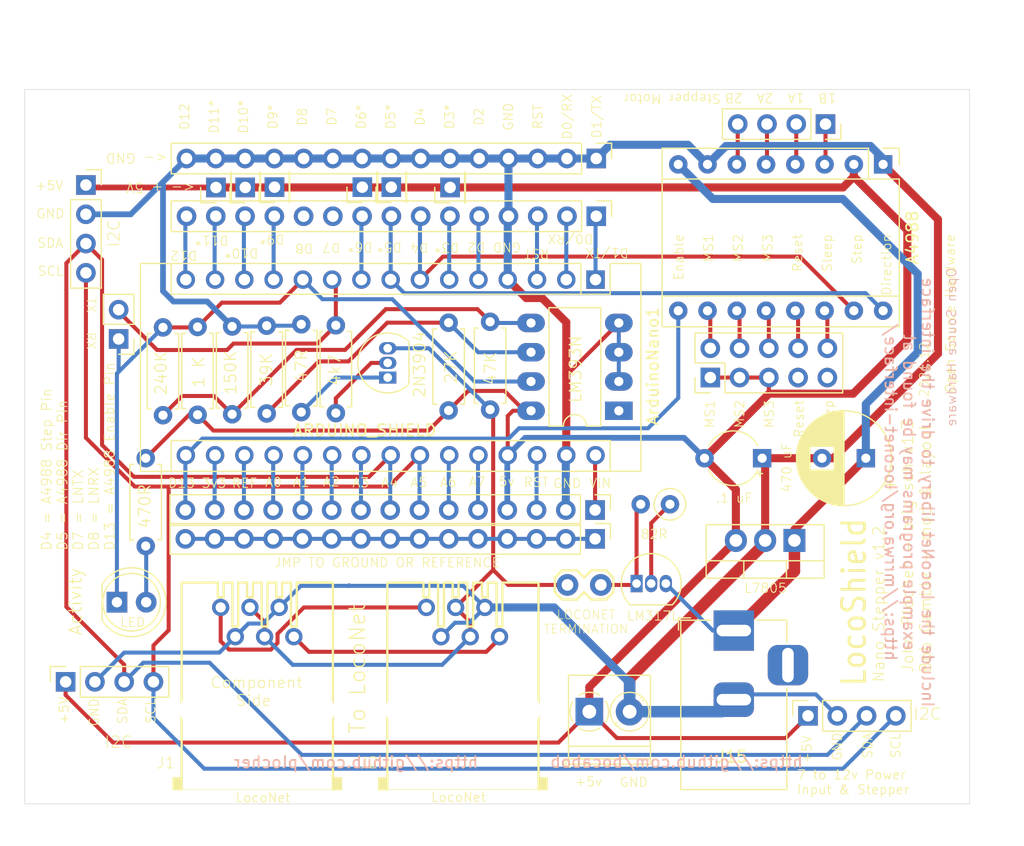
<source format=kicad_pcb>
(kicad_pcb (version 20171130) (host pcbnew "(5.1.9)-1")

  (general
    (thickness 1.6)
    (drawings 109)
    (tracks 312)
    (zones 0)
    (modules 44)
    (nets 56)
  )

  (page A4)
  (layers
    (0 Top signal)
    (31 Bottom signal)
    (32 B.Adhes user)
    (33 F.Adhes user)
    (34 B.Paste user)
    (35 F.Paste user)
    (36 B.SilkS user hide)
    (37 F.SilkS user)
    (38 B.Mask user)
    (39 F.Mask user)
    (40 Dwgs.User user hide)
    (41 Cmts.User user)
    (42 Eco1.User user)
    (43 Eco2.User user)
    (44 Edge.Cuts user)
    (45 Margin user)
    (46 B.CrtYd user hide)
    (47 F.CrtYd user hide)
    (48 B.Fab user hide)
    (49 F.Fab user hide)
  )

  (setup
    (last_trace_width 0.5)
    (user_trace_width 0.35)
    (user_trace_width 0.5)
    (user_trace_width 0.7)
    (trace_clearance 0.2)
    (zone_clearance 0.508)
    (zone_45_only no)
    (trace_min 0.2)
    (via_size 0.8)
    (via_drill 0.4)
    (via_min_size 0.4)
    (via_min_drill 0.3)
    (uvia_size 0.3)
    (uvia_drill 0.1)
    (uvias_allowed no)
    (uvia_min_size 0.2)
    (uvia_min_drill 0.1)
    (edge_width 0.05)
    (segment_width 0.2)
    (pcb_text_width 0.3)
    (pcb_text_size 1.5 1.5)
    (mod_edge_width 0.12)
    (mod_text_size 1 1)
    (mod_text_width 0.15)
    (pad_size 1.524 1.524)
    (pad_drill 0.762)
    (pad_to_mask_clearance 0)
    (aux_axis_origin 0 0)
    (visible_elements 7FFFFFFF)
    (pcbplotparams
      (layerselection 0x010fc_ffffffff)
      (usegerberextensions true)
      (usegerberattributes true)
      (usegerberadvancedattributes false)
      (creategerberjobfile false)
      (excludeedgelayer true)
      (linewidth 0.100000)
      (plotframeref false)
      (viasonmask false)
      (mode 1)
      (useauxorigin false)
      (hpglpennumber 1)
      (hpglpenspeed 20)
      (hpglpendiameter 15.000000)
      (psnegative false)
      (psa4output false)
      (plotreference true)
      (plotvalue false)
      (plotinvisibletext false)
      (padsonsilk false)
      (subtractmaskfromsilk true)
      (outputformat 1)
      (mirror false)
      (drillshape 0)
      (scaleselection 1)
      (outputdirectory "./gerbers"))
  )

  (net 0 "")
  (net 1 GND)
  (net 2 "Net-(Q1-Pad1)")
  (net 3 "Net-(Q1-Pad2)")
  (net 4 LNRX)
  (net 5 LNTX)
  (net 6 "Net-(J1-Pad3)")
  (net 7 "Net-(J1-Pad1)")
  (net 8 "Net-(J1-Pad6)")
  (net 9 "Net-(JP1-Pad2)")
  (net 10 "Net-(R1-Pad2)")
  (net 11 "Net-(R3-Pad1)")
  (net 12 "Net-(R5-Pad2)")
  (net 13 "Net-(U2-Pad1)")
  (net 14 "Net-(D1-Pad2)")
  (net 15 "Net-(J3-Pad1)")
  (net 16 "Net-(J5-Pad11)")
  (net 17 "Net-(J5-Pad10)")
  (net 18 "Net-(A4988-Pad9)")
  (net 19 "Net-(A4988-Pad10)")
  (net 20 "Net-(A4988-Pad3)")
  (net 21 "Net-(A4988-Pad11)")
  (net 22 "Net-(A4988-Pad4)")
  (net 23 "Net-(A4988-Pad12)")
  (net 24 "Net-(A4988-Pad5)")
  (net 25 "Net-(A4988-Pad13)")
  (net 26 "Net-(A4988-Pad6)")
  (net 27 "Net-(A4988-Pad14)")
  (net 28 "Net-(A4988-Pad15)")
  (net 29 "Net-(A4988-Pad8)")
  (net 30 "Net-(A4988-Pad16)")
  (net 31 "Net-(J14-Pad7)")
  (net 32 "Net-(J14-Pad9)")
  (net 33 "Net-(ArduinoNano1-Pad15)")
  (net 34 "Net-(ArduinoNano1-Pad30)")
  (net 35 "Net-(ArduinoNano1-Pad14)")
  (net 36 "Net-(ArduinoNano1-Pad13)")
  (net 37 "Net-(ArduinoNano1-Pad28)")
  (net 38 "Net-(ArduinoNano1-Pad12)")
  (net 39 "Net-(ArduinoNano1-Pad26)")
  (net 40 "Net-(ArduinoNano1-Pad25)")
  (net 41 "Net-(ArduinoNano1-Pad9)")
  (net 42 "Net-(ArduinoNano1-Pad22)")
  (net 43 "Net-(ArduinoNano1-Pad6)")
  (net 44 "Net-(ArduinoNano1-Pad21)")
  (net 45 "Net-(ArduinoNano1-Pad5)")
  (net 46 "Net-(ArduinoNano1-Pad20)")
  (net 47 "Net-(ArduinoNano1-Pad19)")
  (net 48 "Net-(ArduinoNano1-Pad3)")
  (net 49 "Net-(ArduinoNano1-Pad18)")
  (net 50 "Net-(ArduinoNano1-Pad2)")
  (net 51 "Net-(ArduinoNano1-Pad17)")
  (net 52 "Net-(ArduinoNano1-Pad1)")
  (net 53 +5V)
  (net 54 SCL)
  (net 55 SDA)

  (net_class Default "This is the default net class."
    (clearance 0.2)
    (trace_width 0.25)
    (via_dia 0.8)
    (via_drill 0.4)
    (uvia_dia 0.3)
    (uvia_drill 0.1)
    (add_net +5V)
    (add_net GND)
    (add_net LNRX)
    (add_net LNTX)
    (add_net "Net-(A4988-Pad10)")
    (add_net "Net-(A4988-Pad11)")
    (add_net "Net-(A4988-Pad12)")
    (add_net "Net-(A4988-Pad13)")
    (add_net "Net-(A4988-Pad14)")
    (add_net "Net-(A4988-Pad15)")
    (add_net "Net-(A4988-Pad16)")
    (add_net "Net-(A4988-Pad3)")
    (add_net "Net-(A4988-Pad4)")
    (add_net "Net-(A4988-Pad5)")
    (add_net "Net-(A4988-Pad6)")
    (add_net "Net-(A4988-Pad8)")
    (add_net "Net-(A4988-Pad9)")
    (add_net "Net-(ArduinoNano1-Pad1)")
    (add_net "Net-(ArduinoNano1-Pad12)")
    (add_net "Net-(ArduinoNano1-Pad13)")
    (add_net "Net-(ArduinoNano1-Pad14)")
    (add_net "Net-(ArduinoNano1-Pad15)")
    (add_net "Net-(ArduinoNano1-Pad17)")
    (add_net "Net-(ArduinoNano1-Pad18)")
    (add_net "Net-(ArduinoNano1-Pad19)")
    (add_net "Net-(ArduinoNano1-Pad2)")
    (add_net "Net-(ArduinoNano1-Pad20)")
    (add_net "Net-(ArduinoNano1-Pad21)")
    (add_net "Net-(ArduinoNano1-Pad22)")
    (add_net "Net-(ArduinoNano1-Pad25)")
    (add_net "Net-(ArduinoNano1-Pad26)")
    (add_net "Net-(ArduinoNano1-Pad28)")
    (add_net "Net-(ArduinoNano1-Pad3)")
    (add_net "Net-(ArduinoNano1-Pad30)")
    (add_net "Net-(ArduinoNano1-Pad5)")
    (add_net "Net-(ArduinoNano1-Pad6)")
    (add_net "Net-(ArduinoNano1-Pad9)")
    (add_net "Net-(D1-Pad2)")
    (add_net "Net-(J1-Pad1)")
    (add_net "Net-(J1-Pad3)")
    (add_net "Net-(J1-Pad6)")
    (add_net "Net-(J14-Pad7)")
    (add_net "Net-(J14-Pad9)")
    (add_net "Net-(J3-Pad1)")
    (add_net "Net-(J5-Pad10)")
    (add_net "Net-(J5-Pad11)")
    (add_net "Net-(JP1-Pad2)")
    (add_net "Net-(Q1-Pad1)")
    (add_net "Net-(Q1-Pad2)")
    (add_net "Net-(R1-Pad2)")
    (add_net "Net-(R3-Pad1)")
    (add_net "Net-(R5-Pad2)")
    (add_net "Net-(U2-Pad1)")
    (add_net SCL)
    (add_net SDA)
  )

  (module Connector_PinHeader_2.54mm:PinHeader_1x02_P2.54mm_Vertical (layer Top) (tedit 59FED5CC) (tstamp 61912970)
    (at 120.15 91.65 180)
    (descr "Through hole straight pin header, 1x02, 2.54mm pitch, single row")
    (tags "Through hole pin header THT 1x02 2.54mm single row")
    (path /6198A78A)
    (fp_text reference J17 (at 0 5) (layer F.Fab)
      (effects (font (size 1 1) (thickness 0.15)))
    )
    (fp_text value "Tx/Rx tap" (at 13.1 0.4) (layer F.Fab)
      (effects (font (size 1 1) (thickness 0.15)))
    )
    (fp_line (start 1.8 -1.8) (end -1.8 -1.8) (layer F.CrtYd) (width 0.05))
    (fp_line (start 1.8 4.35) (end 1.8 -1.8) (layer F.CrtYd) (width 0.05))
    (fp_line (start -1.8 4.35) (end 1.8 4.35) (layer F.CrtYd) (width 0.05))
    (fp_line (start -1.8 -1.8) (end -1.8 4.35) (layer F.CrtYd) (width 0.05))
    (fp_line (start -1.33 -1.33) (end 0 -1.33) (layer F.SilkS) (width 0.12))
    (fp_line (start -1.33 0) (end -1.33 -1.33) (layer F.SilkS) (width 0.12))
    (fp_line (start -1.33 1.27) (end 1.33 1.27) (layer F.SilkS) (width 0.12))
    (fp_line (start 1.33 1.27) (end 1.33 3.87) (layer F.SilkS) (width 0.12))
    (fp_line (start -1.33 1.27) (end -1.33 3.87) (layer F.SilkS) (width 0.12))
    (fp_line (start -1.33 3.87) (end 1.33 3.87) (layer F.SilkS) (width 0.12))
    (fp_line (start -1.27 -0.635) (end -0.635 -1.27) (layer F.Fab) (width 0.1))
    (fp_line (start -1.27 3.81) (end -1.27 -0.635) (layer F.Fab) (width 0.1))
    (fp_line (start 1.27 3.81) (end -1.27 3.81) (layer F.Fab) (width 0.1))
    (fp_line (start 1.27 -1.27) (end 1.27 3.81) (layer F.Fab) (width 0.1))
    (fp_line (start -0.635 -1.27) (end 1.27 -1.27) (layer F.Fab) (width 0.1))
    (fp_text user %R (at 0 1.27 90) (layer F.Fab)
      (effects (font (size 1 1) (thickness 0.15)))
    )
    (pad 1 thru_hole rect (at 0 0 180) (size 1.7 1.7) (drill 1) (layers *.Cu *.Mask)
      (net 4 LNRX))
    (pad 2 thru_hole oval (at 0 2.54 180) (size 1.7 1.7) (drill 1) (layers *.Cu *.Mask)
      (net 5 LNTX))
    (model ${KISYS3DMOD}/Connector_PinHeader_2.54mm.3dshapes/PinHeader_1x02_P2.54mm_Vertical.wrl
      (at (xyz 0 0 0))
      (scale (xyz 1 1 1))
      (rotate (xyz 0 0 0))
    )
  )

  (module Package_TO_SOT_THT:TO-92_Inline (layer Top) (tedit 5A1DD157) (tstamp 61953363)
    (at 143.5 95 90)
    (descr "TO-92 leads in-line, narrow, oval pads, drill 0.75mm (see NXP sot054_po.pdf)")
    (tags "to-92 sc-43 sc-43a sot54 PA33 transistor")
    (path /61962976)
    (fp_text reference Q1 (at 1.27 -3.56 90) (layer F.Fab)
      (effects (font (size 1 1) (thickness 0.15)))
    )
    (fp_text value 2N3903 (at 1.27 2.79 90) (layer F.Fab)
      (effects (font (size 1 1) (thickness 0.15)))
    )
    (fp_line (start 4 2.01) (end -1.46 2.01) (layer F.CrtYd) (width 0.05))
    (fp_line (start 4 2.01) (end 4 -2.73) (layer F.CrtYd) (width 0.05))
    (fp_line (start -1.46 -2.73) (end -1.46 2.01) (layer F.CrtYd) (width 0.05))
    (fp_line (start -1.46 -2.73) (end 4 -2.73) (layer F.CrtYd) (width 0.05))
    (fp_line (start -0.5 1.75) (end 3 1.75) (layer F.Fab) (width 0.1))
    (fp_line (start -0.53 1.85) (end 3.07 1.85) (layer F.SilkS) (width 0.12))
    (fp_text user %R (at 1.27 0 90) (layer F.Fab)
      (effects (font (size 1 1) (thickness 0.15)))
    )
    (fp_arc (start 1.27 0) (end 1.27 -2.48) (angle 135) (layer F.Fab) (width 0.1))
    (fp_arc (start 1.27 0) (end 1.27 -2.6) (angle -135) (layer F.SilkS) (width 0.12))
    (fp_arc (start 1.27 0) (end 1.27 -2.48) (angle -135) (layer F.Fab) (width 0.1))
    (fp_arc (start 1.27 0) (end 1.27 -2.6) (angle 135) (layer F.SilkS) (width 0.12))
    (pad 2 thru_hole oval (at 1.27 0 90) (size 1.05 1.5) (drill 0.75) (layers *.Cu *.Mask)
      (net 3 "Net-(Q1-Pad2)"))
    (pad 3 thru_hole oval (at 2.54 0 90) (size 1.05 1.5) (drill 0.75) (layers *.Cu *.Mask)
      (net 6 "Net-(J1-Pad3)"))
    (pad 1 thru_hole rect (at 0 0 90) (size 1.05 1.5) (drill 0.75) (layers *.Cu *.Mask)
      (net 2 "Net-(Q1-Pad1)"))
    (model ${KISYS3DMOD}/Package_TO_SOT_THT.3dshapes/TO-92_Inline.wrl
      (at (xyz 0 0 0))
      (scale (xyz 1 1 1))
      (rotate (xyz 0 0 0))
    )
  )

  (module MountingHole:MountingHole_3.2mm_M3 (layer Top) (tedit 56D1B4CB) (tstamp 619135E9)
    (at 191 129 90)
    (descr "Mounting Hole 3.2mm, no annular, M3")
    (tags "mounting hole 3.2mm no annular m3")
    (attr virtual)
    (fp_text reference REF** (at -6.6 -4.9 90) (layer F.Fab)
      (effects (font (size 1 1) (thickness 0.15)))
    )
    (fp_text value MountingHole_3.2mm_M3 (at 0 4.2 90) (layer F.Fab)
      (effects (font (size 1 1) (thickness 0.15)))
    )
    (fp_circle (center 0 0) (end 3.2 0) (layer Cmts.User) (width 0.15))
    (fp_circle (center 0 0) (end 3.45 0) (layer F.CrtYd) (width 0.05))
    (fp_text user %R (at -4.4 6.9 90) (layer F.Fab)
      (effects (font (size 1 1) (thickness 0.15)))
    )
    (pad 1 np_thru_hole circle (at 0 0 90) (size 3.2 3.2) (drill 3.2) (layers *.Cu *.Mask))
  )

  (module Connector_BarrelJack:BarrelJack_Horizontal (layer Top) (tedit 5A1DBF6A) (tstamp 61912930)
    (at 173.54 116.96 90)
    (descr "DC Barrel Jack")
    (tags "Power Jack")
    (path /6194DBB2)
    (fp_text reference J15 (at -10.95 -0.18 180) (layer F.SilkS)
      (effects (font (size 1 1) (thickness 0.15)))
    )
    (fp_text value "12V Power In" (at -9.24 1.06 180) (layer F.Fab)
      (effects (font (size 1 1) (thickness 0.15)))
    )
    (fp_line (start -0.003213 -4.505425) (end 0.8 -3.75) (layer F.Fab) (width 0.1))
    (fp_line (start 1.1 -3.75) (end 1.1 -4.8) (layer F.SilkS) (width 0.12))
    (fp_line (start 0.05 -4.8) (end 1.1 -4.8) (layer F.SilkS) (width 0.12))
    (fp_line (start 1 -4.5) (end 1 -4.75) (layer F.CrtYd) (width 0.05))
    (fp_line (start 1 -4.75) (end -14 -4.75) (layer F.CrtYd) (width 0.05))
    (fp_line (start 1 -4.5) (end 1 -2) (layer F.CrtYd) (width 0.05))
    (fp_line (start 1 -2) (end 2 -2) (layer F.CrtYd) (width 0.05))
    (fp_line (start 2 -2) (end 2 2) (layer F.CrtYd) (width 0.05))
    (fp_line (start 2 2) (end 1 2) (layer F.CrtYd) (width 0.05))
    (fp_line (start 1 2) (end 1 4.75) (layer F.CrtYd) (width 0.05))
    (fp_line (start 1 4.75) (end -1 4.75) (layer F.CrtYd) (width 0.05))
    (fp_line (start -1 4.75) (end -1 6.75) (layer F.CrtYd) (width 0.05))
    (fp_line (start -1 6.75) (end -5 6.75) (layer F.CrtYd) (width 0.05))
    (fp_line (start -5 6.75) (end -5 4.75) (layer F.CrtYd) (width 0.05))
    (fp_line (start -5 4.75) (end -14 4.75) (layer F.CrtYd) (width 0.05))
    (fp_line (start -14 4.75) (end -14 -4.75) (layer F.CrtYd) (width 0.05))
    (fp_line (start -5 4.6) (end -13.8 4.6) (layer F.SilkS) (width 0.12))
    (fp_line (start -13.8 4.6) (end -13.8 -4.6) (layer F.SilkS) (width 0.12))
    (fp_line (start 0.9 1.9) (end 0.9 4.6) (layer F.SilkS) (width 0.12))
    (fp_line (start 0.9 4.6) (end -1 4.6) (layer F.SilkS) (width 0.12))
    (fp_line (start -13.8 -4.6) (end 0.9 -4.6) (layer F.SilkS) (width 0.12))
    (fp_line (start 0.9 -4.6) (end 0.9 -2) (layer F.SilkS) (width 0.12))
    (fp_line (start -10.2 -4.5) (end -10.2 4.5) (layer F.Fab) (width 0.1))
    (fp_line (start -13.7 -4.5) (end -13.7 4.5) (layer F.Fab) (width 0.1))
    (fp_line (start -13.7 4.5) (end 0.8 4.5) (layer F.Fab) (width 0.1))
    (fp_line (start 0.8 4.5) (end 0.8 -3.75) (layer F.Fab) (width 0.1))
    (fp_line (start 0 -4.5) (end -13.7 -4.5) (layer F.Fab) (width 0.1))
    (fp_text user %R (at 0 5.5 90) (layer F.Fab)
      (effects (font (size 1 1) (thickness 0.15)))
    )
    (pad 3 thru_hole roundrect (at -3 4.7 90) (size 3.5 3.5) (drill oval 3 1) (layers *.Cu *.Mask) (roundrect_rratio 0.25))
    (pad 2 thru_hole roundrect (at -6 0 90) (size 3 3.5) (drill oval 1 3) (layers *.Cu *.Mask) (roundrect_rratio 0.25)
      (net 1 GND))
    (pad 1 thru_hole rect (at 0 0 90) (size 3.5 3.5) (drill oval 1 3) (layers *.Cu *.Mask)
      (net 29 "Net-(A4988-Pad8)"))
    (model ${KISYS3DMOD}/Connector_BarrelJack.3dshapes/BarrelJack_Horizontal.wrl
      (at (xyz 0 0 0))
      (scale (xyz 1 1 1))
      (rotate (xyz 0 0 0))
    )
  )

  (module MountingHole:MountingHole_3.2mm_M3 (layer Top) (tedit 56D1B4CB) (tstamp 617CAA1A)
    (at 191 73 90)
    (descr "Mounting Hole 3.2mm, no annular, M3")
    (tags "mounting hole 3.2mm no annular m3")
    (attr virtual)
    (fp_text reference REF** (at 8.2 -3.4 90) (layer F.Fab)
      (effects (font (size 1 1) (thickness 0.15)))
    )
    (fp_text value MountingHole_3.2mm_M3 (at 0 4.2 90) (layer F.Fab)
      (effects (font (size 1 1) (thickness 0.15)))
    )
    (fp_circle (center 0 0) (end 3.45 0) (layer F.CrtYd) (width 0.05))
    (fp_circle (center 0 0) (end 3.2 0) (layer Cmts.User) (width 0.15))
    (fp_text user %R (at 8.5 0.1 90) (layer F.Fab)
      (effects (font (size 1 1) (thickness 0.15)))
    )
    (pad 1 np_thru_hole circle (at 0 0 90) (size 3.2 3.2) (drill 3.2) (layers *.Cu *.Mask))
  )

  (module MountingHole:MountingHole_3.2mm_M3 (layer Top) (tedit 56D1B4CB) (tstamp 617CA9F6)
    (at 115 129 90)
    (descr "Mounting Hole 3.2mm, no annular, M3")
    (tags "mounting hole 3.2mm no annular m3")
    (attr virtual)
    (fp_text reference REF** (at 0 -4.2 90) (layer F.Fab)
      (effects (font (size 1 1) (thickness 0.15)))
    )
    (fp_text value MountingHole_3.2mm_M3 (at 8.9 -7 90) (layer F.Fab)
      (effects (font (size 1 1) (thickness 0.15)))
    )
    (fp_circle (center 0 0) (end 3.45 0) (layer F.CrtYd) (width 0.05))
    (fp_circle (center 0 0) (end 3.2 0) (layer Cmts.User) (width 0.15))
    (fp_text user %R (at -2.49 -4.29 90) (layer F.Fab)
      (effects (font (size 1 1) (thickness 0.15)))
    )
    (pad 1 np_thru_hole circle (at 0 0 90) (size 3.2 3.2) (drill 3.2) (layers *.Cu *.Mask))
  )

  (module MountingHole:MountingHole_3.2mm_M3 (layer Top) (tedit 56D1B4CB) (tstamp 617CA9C9)
    (at 115 73 90)
    (descr "Mounting Hole 3.2mm, no annular, M3")
    (tags "mounting hole 3.2mm no annular m3")
    (attr virtual)
    (fp_text reference REF** (at 7.5 -3.5 90) (layer F.Fab)
      (effects (font (size 1 1) (thickness 0.15)))
    )
    (fp_text value MountingHole_3.2mm_M3 (at 1.1 -6 90) (layer F.Fab)
      (effects (font (size 1 1) (thickness 0.15)))
    )
    (fp_circle (center 0 0) (end 3.45 0) (layer F.CrtYd) (width 0.05))
    (fp_circle (center 0 0) (end 3.2 0) (layer Cmts.User) (width 0.15))
    (fp_text user %R (at -3.3 -4.3 90) (layer F.Fab)
      (effects (font (size 1 1) (thickness 0.15)))
    )
    (pad 1 np_thru_hole circle (at 0 0 90) (size 3.2 3.2) (drill 3.2) (layers *.Cu *.Mask))
  )

  (module Package_TO_SOT_THT:TO-92_Inline (layer Top) (tedit 5A1DD157) (tstamp 617BD208)
    (at 165.1 112.88)
    (descr "TO-92 leads in-line, narrow, oval pads, drill 0.75mm (see NXP sot054_po.pdf)")
    (tags "to-92 sc-43 sc-43a sot54 PA33 transistor")
    (path /617D74D8)
    (fp_text reference U1 (at 1.27 4.5) (layer F.Fab)
      (effects (font (size 1 1) (thickness 0.15)))
    )
    (fp_text value LM317L_TO92 (at -0.1 2.79) (layer Dwgs.User)
      (effects (font (size 0.8 0.8) (thickness 0.15)))
    )
    (fp_line (start -0.53 1.85) (end 3.07 1.85) (layer F.SilkS) (width 0.12))
    (fp_line (start -0.5 1.75) (end 3 1.75) (layer F.Fab) (width 0.1))
    (fp_line (start -1.46 -2.73) (end 4 -2.73) (layer F.CrtYd) (width 0.05))
    (fp_line (start -1.46 -2.73) (end -1.46 2.01) (layer F.CrtYd) (width 0.05))
    (fp_line (start 4 2.01) (end 4 -2.73) (layer F.CrtYd) (width 0.05))
    (fp_line (start 4 2.01) (end -1.46 2.01) (layer F.CrtYd) (width 0.05))
    (fp_text user %R (at 1.27 0) (layer F.Fab)
      (effects (font (size 1 1) (thickness 0.15)))
    )
    (fp_arc (start 1.27 0) (end 1.27 -2.48) (angle 135) (layer F.Fab) (width 0.1))
    (fp_arc (start 1.27 0) (end 1.27 -2.6) (angle -135) (layer F.SilkS) (width 0.12))
    (fp_arc (start 1.27 0) (end 1.27 -2.48) (angle -135) (layer F.Fab) (width 0.1))
    (fp_arc (start 1.27 0) (end 1.27 -2.6) (angle 135) (layer F.SilkS) (width 0.12))
    (pad 2 thru_hole oval (at 1.27 0) (size 1.05 1.5) (drill 0.75) (layers *.Cu *.Mask)
      (net 11 "Net-(R3-Pad1)"))
    (pad 3 thru_hole oval (at 2.54 0) (size 1.05 1.5) (drill 0.75) (layers *.Cu *.Mask)
      (net 29 "Net-(A4988-Pad8)"))
    (pad 1 thru_hole rect (at 0 0) (size 1.05 1.5) (drill 0.75) (layers *.Cu *.Mask)
      (net 9 "Net-(JP1-Pad2)"))
    (model ${KISYS3DMOD}/Package_TO_SOT_THT.3dshapes/TO-92_Inline.wrl
      (at (xyz 0 0 0))
      (scale (xyz 1 1 1))
      (rotate (xyz 0 0 0))
    )
  )

  (module LocoShield:RJ25-PANEL (layer Top) (tedit 0) (tstamp 617AFC7D)
    (at 150.031 123.8436)
    (descr "Modular Jackwith Panel Stops")
    (path /D4DF694B)
    (fp_text reference J2 (at -9.031 5.1564) (layer F.SilkS)
      (effects (font (size 0.9652 0.9652) (thickness 0.077216)) (justify left bottom))
    )
    (fp_text value RJ12/6 (at -2.051 6.0564) (layer F.Fab)
      (effects (font (size 0.9652 0.9652) (thickness 0.077216)) (justify left bottom))
    )
    (fp_poly (pts (xy -7.366 6.985) (xy -6.604 6.985) (xy -6.604 5.842) (xy -7.366 5.842)) (layer F.SilkS) (width 0))
    (fp_poly (pts (xy 6.604 6.985) (xy 7.366 6.985) (xy 7.366 5.842) (xy 6.604 5.842)) (layer F.SilkS) (width 0))
    (fp_line (start 3.429 -11.049) (end 3.429 -7.239) (layer F.SilkS) (width 0.2032))
    (fp_line (start 2.921 -11.0491) (end 2.921 -7.239) (layer F.SilkS) (width 0.2032))
    (fp_line (start 2.921 -7.239) (end 3.429 -7.239) (layer F.SilkS) (width 0.2032))
    (fp_line (start -2.921 -11.044) (end -2.921 -9.779) (layer F.SilkS) (width 0.2032))
    (fp_line (start -2.921 -11.049) (end -2.921 -11.044) (layer F.SilkS) (width 0.2032))
    (fp_line (start -3.429 -11.049) (end -3.429 -9.779) (layer F.SilkS) (width 0.2032))
    (fp_line (start -3.429 -9.779) (end -2.921 -9.779) (layer F.SilkS) (width 0.2032))
    (fp_line (start 6.477 9.652) (end -6.477 9.652) (layer F.Fab) (width 0.2032))
    (fp_line (start 2.159 -11.044) (end 2.159 -9.779) (layer F.SilkS) (width 0.2032))
    (fp_line (start 2.159 -11.049) (end 2.159 -11.044) (layer F.SilkS) (width 0.2032))
    (fp_line (start 6.562 6.9215) (end -6.562 6.9215) (layer F.SilkS) (width 0.0508))
    (fp_line (start 1.651 -9.779) (end 2.159 -9.779) (layer F.SilkS) (width 0.2032))
    (fp_line (start 0.889 -11.049) (end 0.889 -7.239) (layer F.SilkS) (width 0.2032))
    (fp_line (start 1.651 -11.049) (end 1.651 -9.779) (layer F.SilkS) (width 0.2032))
    (fp_line (start -0.381 -11.049) (end -0.381 -9.779) (layer F.SilkS) (width 0.2032))
    (fp_line (start 0.381 -11.049) (end 0.381 -7.239) (layer F.SilkS) (width 0.2032))
    (fp_line (start -1.651 -11.049) (end -1.651 -7.239) (layer F.SilkS) (width 0.2032))
    (fp_line (start -0.889 -11.049) (end -0.889 -9.779) (layer F.SilkS) (width 0.2032))
    (fp_line (start -2.159 -11.044) (end -2.159 -7.239) (layer F.SilkS) (width 0.2032))
    (fp_line (start -2.159 -11.049) (end -2.159 -11.044) (layer F.SilkS) (width 0.2032))
    (fp_line (start 0.381 -7.239) (end 0.889 -7.239) (layer F.SilkS) (width 0.2032))
    (fp_line (start -0.889 -9.779) (end -0.381 -9.779) (layer F.SilkS) (width 0.2032))
    (fp_line (start -2.159 -7.239) (end -1.651 -7.239) (layer F.SilkS) (width 0.2032))
    (fp_line (start 3.429 -11.049) (end 6.562 -11.044) (layer F.SilkS) (width 0.2032))
    (fp_line (start 2.159 -11.044) (end 2.921 -11.0439) (layer F.SilkS) (width 0.2032))
    (fp_line (start 0.889 -11.049) (end 1.651 -11.049) (layer F.SilkS) (width 0.2032))
    (fp_line (start -0.381 -11.049) (end 0.381 -11.049) (layer F.SilkS) (width 0.2032))
    (fp_line (start -1.651 -11.049) (end -0.889 -11.049) (layer F.SilkS) (width 0.2032))
    (fp_line (start -2.921 -11.044) (end -2.159 -11.044) (layer F.SilkS) (width 0.2032))
    (fp_line (start -6.562 -11.044) (end -3.429 -11.049) (layer F.SilkS) (width 0.2032))
    (fp_line (start -6.562 6.9215) (end -6.562 -11.044) (layer F.SilkS) (width 0.2032))
    (fp_line (start -6.562 9.538) (end -6.562 6.9215) (layer F.Fab) (width 0.2032))
    (fp_line (start 6.562 6.9215) (end 6.562 9.538) (layer F.Fab) (width 0.2032))
    (fp_line (start 6.562 -11.044) (end 6.562 6.9215) (layer F.SilkS) (width 0.2032))
    (pad "" np_thru_hole circle (at 5.08 0) (size 3.2512 3.2512) (drill 3.2512) (layers *.Cu *.Mask))
    (pad "" np_thru_hole circle (at -5.08 0) (size 3.2512 3.2512) (drill 3.2512) (layers *.Cu *.Mask))
    (pad 6 thru_hole circle (at 3.175 -6.35) (size 1.4986 1.4986) (drill 0.889) (layers *.Cu *.Mask)
      (net 8 "Net-(J1-Pad6)") (solder_mask_margin 0.1016))
    (pad 1 thru_hole circle (at -3.175 -8.89) (size 1.4986 1.4986) (drill 0.889) (layers *.Cu *.Mask)
      (net 7 "Net-(J1-Pad1)") (solder_mask_margin 0.1016))
    (pad 5 thru_hole circle (at 1.905 -8.89) (size 1.4986 1.4986) (drill 0.889) (layers *.Cu *.Mask)
      (net 1 GND) (solder_mask_margin 0.1016))
    (pad 2 thru_hole circle (at -1.905 -6.35) (size 1.4986 1.4986) (drill 0.889) (layers *.Cu *.Mask)
      (net 1 GND) (solder_mask_margin 0.1016))
    (pad 3 thru_hole circle (at -0.635 -8.89) (size 1.4986 1.4986) (drill 0.889) (layers *.Cu *.Mask)
      (net 6 "Net-(J1-Pad3)") (solder_mask_margin 0.1016))
    (pad 4 thru_hole circle (at 0.635 -6.35) (size 1.4986 1.4986) (drill 0.889) (layers *.Cu *.Mask)
      (net 6 "Net-(J1-Pad3)") (solder_mask_margin 0.1016))
  )

  (module Resistor_THT:R_Axial_DIN0207_L6.3mm_D2.5mm_P2.54mm_Vertical (layer Top) (tedit 5AE5139B) (tstamp 617B6F61)
    (at 168 106 180)
    (descr "Resistor, Axial_DIN0207 series, Axial, Vertical, pin pitch=2.54mm, 0.25W = 1/4W, length*diameter=6.3*2.5mm^2, http://cdn-reichelt.de/documents/datenblatt/B400/1_4W%23YAG.pdf")
    (tags "Resistor Axial_DIN0207 series Axial Vertical pin pitch 2.54mm 0.25W = 1/4W length 6.3mm diameter 2.5mm")
    (path /46D54860)
    (fp_text reference R3 (at 4.308 -0.1318 270) (layer F.Fab)
      (effects (font (size 1 1) (thickness 0.15)))
    )
    (fp_text value 82R (at -2.2452 -0.1572 270) (layer Dwgs.User)
      (effects (font (size 1 1) (thickness 0.15)))
    )
    (fp_line (start 3.59 -1.5) (end -1.5 -1.5) (layer F.CrtYd) (width 0.05))
    (fp_line (start 3.59 1.5) (end 3.59 -1.5) (layer F.CrtYd) (width 0.05))
    (fp_line (start -1.5 1.5) (end 3.59 1.5) (layer F.CrtYd) (width 0.05))
    (fp_line (start -1.5 -1.5) (end -1.5 1.5) (layer F.CrtYd) (width 0.05))
    (fp_line (start 1.37 0) (end 1.44 0) (layer F.SilkS) (width 0.12))
    (fp_line (start 0 0) (end 2.54 0) (layer F.Fab) (width 0.1))
    (fp_circle (center 0 0) (end 1.37 0) (layer F.SilkS) (width 0.12))
    (fp_circle (center 0 0) (end 1.25 0) (layer F.Fab) (width 0.1))
    (pad 2 thru_hole oval (at 2.54 0 180) (size 1.6 1.6) (drill 0.8) (layers *.Cu *.Mask)
      (net 9 "Net-(JP1-Pad2)"))
    (pad 1 thru_hole circle (at 0 0 180) (size 1.6 1.6) (drill 0.8) (layers *.Cu *.Mask)
      (net 11 "Net-(R3-Pad1)"))
    (model ${KISYS3DMOD}/Resistor_THT.3dshapes/R_Axial_DIN0207_L6.3mm_D2.5mm_P2.54mm_Vertical.wrl
      (at (xyz 0 0 0))
      (scale (xyz 1 1 1))
      (rotate (xyz 0 0 0))
    )
  )

  (module Module:Arduino_Nano (layer Top) (tedit 58ACAF70) (tstamp 617BD1C1)
    (at 161.54 86.5 270)
    (descr "Arduino Nano, http://www.mouser.com/pdfdocs/Gravitech_Arduino_Nano3_0.pdf")
    (tags "Arduino Nano")
    (path /776B73EA)
    (fp_text reference ArduinoNano1 (at 7.5 -4.96 90 unlocked) (layer F.SilkS)
      (effects (font (size 1 1) (thickness 0.15)))
    )
    (fp_text value ARDUINO_SHIELD (at 13.085 20.0408) (layer F.SilkS)
      (effects (font (size 1 1) (thickness 0.15)))
    )
    (fp_line (start 16.75 42.16) (end -1.53 42.16) (layer F.CrtYd) (width 0.05))
    (fp_line (start 16.75 42.16) (end 16.75 -4.06) (layer F.CrtYd) (width 0.05))
    (fp_line (start -1.53 -4.06) (end -1.53 42.16) (layer F.CrtYd) (width 0.05))
    (fp_line (start -1.53 -4.06) (end 16.75 -4.06) (layer F.CrtYd) (width 0.05))
    (fp_line (start 16.51 -3.81) (end 16.51 39.37) (layer F.Fab) (width 0.1))
    (fp_line (start 0 -3.81) (end 16.51 -3.81) (layer F.Fab) (width 0.1))
    (fp_line (start -1.27 -2.54) (end 0 -3.81) (layer F.Fab) (width 0.1))
    (fp_line (start -1.27 39.37) (end -1.27 -2.54) (layer F.Fab) (width 0.1))
    (fp_line (start 16.51 39.37) (end -1.27 39.37) (layer F.Fab) (width 0.1))
    (fp_line (start 16.64 -3.94) (end -1.4 -3.94) (layer F.SilkS) (width 0.12))
    (fp_line (start 16.64 39.5) (end 16.64 -3.94) (layer F.SilkS) (width 0.12))
    (fp_line (start -1.4 39.5) (end 16.64 39.5) (layer F.SilkS) (width 0.12))
    (fp_line (start 3.81 41.91) (end 3.81 31.75) (layer F.Fab) (width 0.1))
    (fp_line (start 11.43 41.91) (end 3.81 41.91) (layer F.Fab) (width 0.1))
    (fp_line (start 11.43 31.75) (end 11.43 41.91) (layer F.Fab) (width 0.1))
    (fp_line (start 3.81 31.75) (end 11.43 31.75) (layer F.Fab) (width 0.1))
    (fp_line (start 1.27 36.83) (end -1.4 36.83) (layer F.SilkS) (width 0.12))
    (fp_line (start 1.27 1.27) (end 1.27 36.83) (layer F.SilkS) (width 0.12))
    (fp_line (start 1.27 1.27) (end -1.4 1.27) (layer F.SilkS) (width 0.12))
    (fp_line (start 13.97 36.83) (end 16.64 36.83) (layer F.SilkS) (width 0.12))
    (fp_line (start 13.97 -1.27) (end 13.97 36.83) (layer F.SilkS) (width 0.12))
    (fp_line (start 13.97 -1.27) (end 16.64 -1.27) (layer F.SilkS) (width 0.12))
    (fp_line (start -1.4 -3.94) (end -1.4 -1.27) (layer F.SilkS) (width 0.12))
    (fp_line (start -1.4 1.27) (end -1.4 39.5) (layer F.SilkS) (width 0.12))
    (fp_line (start 1.27 -1.27) (end -1.4 -1.27) (layer F.SilkS) (width 0.12))
    (fp_line (start 1.27 1.27) (end 1.27 -1.27) (layer F.SilkS) (width 0.12))
    (fp_text user %R (at 14.4 48.24 90 unlocked) (layer F.Fab)
      (effects (font (size 1 1) (thickness 0.15)))
    )
    (pad 16 thru_hole oval (at 15.24 35.56 270) (size 1.6 1.6) (drill 1) (layers *.Cu *.Mask)
      (net 18 "Net-(A4988-Pad9)"))
    (pad 15 thru_hole oval (at 0 35.56 270) (size 1.6 1.6) (drill 1) (layers *.Cu *.Mask)
      (net 33 "Net-(ArduinoNano1-Pad15)"))
    (pad 30 thru_hole oval (at 15.24 0 270) (size 1.6 1.6) (drill 1) (layers *.Cu *.Mask)
      (net 34 "Net-(ArduinoNano1-Pad30)"))
    (pad 14 thru_hole oval (at 0 33.02 270) (size 1.6 1.6) (drill 1) (layers *.Cu *.Mask)
      (net 35 "Net-(ArduinoNano1-Pad14)"))
    (pad 29 thru_hole oval (at 15.24 2.54 270) (size 1.6 1.6) (drill 1) (layers *.Cu *.Mask)
      (net 1 GND))
    (pad 13 thru_hole oval (at 0 30.48 270) (size 1.6 1.6) (drill 1) (layers *.Cu *.Mask)
      (net 36 "Net-(ArduinoNano1-Pad13)"))
    (pad 28 thru_hole oval (at 15.24 5.08 270) (size 1.6 1.6) (drill 1) (layers *.Cu *.Mask)
      (net 37 "Net-(ArduinoNano1-Pad28)"))
    (pad 12 thru_hole oval (at 0 27.94 270) (size 1.6 1.6) (drill 1) (layers *.Cu *.Mask)
      (net 38 "Net-(ArduinoNano1-Pad12)"))
    (pad 27 thru_hole oval (at 15.24 7.62 270) (size 1.6 1.6) (drill 1) (layers *.Cu *.Mask)
      (net 53 +5V))
    (pad 11 thru_hole oval (at 0 25.4 270) (size 1.6 1.6) (drill 1) (layers *.Cu *.Mask)
      (net 4 LNRX))
    (pad 26 thru_hole oval (at 15.24 10.16 270) (size 1.6 1.6) (drill 1) (layers *.Cu *.Mask)
      (net 39 "Net-(ArduinoNano1-Pad26)"))
    (pad 10 thru_hole oval (at 0 22.86 270) (size 1.6 1.6) (drill 1) (layers *.Cu *.Mask)
      (net 5 LNTX))
    (pad 25 thru_hole oval (at 15.24 12.7 270) (size 1.6 1.6) (drill 1) (layers *.Cu *.Mask)
      (net 40 "Net-(ArduinoNano1-Pad25)"))
    (pad 9 thru_hole oval (at 0 20.32 270) (size 1.6 1.6) (drill 1) (layers *.Cu *.Mask)
      (net 41 "Net-(ArduinoNano1-Pad9)"))
    (pad 24 thru_hole oval (at 15.24 15.24 270) (size 1.6 1.6) (drill 1) (layers *.Cu *.Mask)
      (net 54 SCL))
    (pad 8 thru_hole oval (at 0 17.78 270) (size 1.6 1.6) (drill 1) (layers *.Cu *.Mask)
      (net 30 "Net-(A4988-Pad16)"))
    (pad 23 thru_hole oval (at 15.24 17.78 270) (size 1.6 1.6) (drill 1) (layers *.Cu *.Mask)
      (net 55 SDA))
    (pad 7 thru_hole oval (at 0 15.24 270) (size 1.6 1.6) (drill 1) (layers *.Cu *.Mask)
      (net 28 "Net-(A4988-Pad15)"))
    (pad 22 thru_hole oval (at 15.24 20.32 270) (size 1.6 1.6) (drill 1) (layers *.Cu *.Mask)
      (net 42 "Net-(ArduinoNano1-Pad22)"))
    (pad 6 thru_hole oval (at 0 12.7 270) (size 1.6 1.6) (drill 1) (layers *.Cu *.Mask)
      (net 43 "Net-(ArduinoNano1-Pad6)"))
    (pad 21 thru_hole oval (at 15.24 22.86 270) (size 1.6 1.6) (drill 1) (layers *.Cu *.Mask)
      (net 44 "Net-(ArduinoNano1-Pad21)"))
    (pad 5 thru_hole oval (at 0 10.16 270) (size 1.6 1.6) (drill 1) (layers *.Cu *.Mask)
      (net 45 "Net-(ArduinoNano1-Pad5)"))
    (pad 20 thru_hole oval (at 15.24 25.4 270) (size 1.6 1.6) (drill 1) (layers *.Cu *.Mask)
      (net 46 "Net-(ArduinoNano1-Pad20)"))
    (pad 4 thru_hole oval (at 0 7.62 270) (size 1.6 1.6) (drill 1) (layers *.Cu *.Mask)
      (net 1 GND))
    (pad 19 thru_hole oval (at 15.24 27.94 270) (size 1.6 1.6) (drill 1) (layers *.Cu *.Mask)
      (net 47 "Net-(ArduinoNano1-Pad19)"))
    (pad 3 thru_hole oval (at 0 5.08 270) (size 1.6 1.6) (drill 1) (layers *.Cu *.Mask)
      (net 48 "Net-(ArduinoNano1-Pad3)"))
    (pad 18 thru_hole oval (at 15.24 30.48 270) (size 1.6 1.6) (drill 1) (layers *.Cu *.Mask)
      (net 49 "Net-(ArduinoNano1-Pad18)"))
    (pad 2 thru_hole oval (at 0 2.54 270) (size 1.6 1.6) (drill 1) (layers *.Cu *.Mask)
      (net 50 "Net-(ArduinoNano1-Pad2)"))
    (pad 17 thru_hole oval (at 15.24 33.02 270) (size 1.6 1.6) (drill 1) (layers *.Cu *.Mask)
      (net 51 "Net-(ArduinoNano1-Pad17)"))
    (pad 1 thru_hole rect (at 0 0 270) (size 1.6 1.6) (drill 1) (layers *.Cu *.Mask)
      (net 52 "Net-(ArduinoNano1-Pad1)"))
    (model ${KISYS3DMOD}/Module.3dshapes/Arduino_Nano_WithMountingHoles.wrl
      (at (xyz 0 0 0))
      (scale (xyz 1 1 1))
      (rotate (xyz 0 0 0))
    )
  )

  (module LocoShield:RJ25-PANEL (layer Top) (tedit 0) (tstamp 617BD1F1)
    (at 132.18 123.84)
    (descr "Modular Jackwith Panel Stops")
    (path /A15DF7D4)
    (fp_text reference J1 (at -8.81 5.16) (layer F.SilkS)
      (effects (font (size 0.9652 0.9652) (thickness 0.077216)) (justify left bottom))
    )
    (fp_text value RJ12/6 (at -2.2086 5.8242) (layer F.Fab)
      (effects (font (size 0.9652 0.9652) (thickness 0.077216)) (justify left bottom))
    )
    (fp_poly (pts (xy -7.366 6.985) (xy -6.604 6.985) (xy -6.604 5.842) (xy -7.366 5.842)) (layer F.SilkS) (width 0))
    (fp_poly (pts (xy 6.604 6.985) (xy 7.366 6.985) (xy 7.366 5.842) (xy 6.604 5.842)) (layer F.SilkS) (width 0))
    (fp_line (start 3.429 -11.049) (end 3.429 -7.239) (layer F.SilkS) (width 0.2032))
    (fp_line (start 2.921 -11.0491) (end 2.921 -7.239) (layer F.SilkS) (width 0.2032))
    (fp_line (start 2.921 -7.239) (end 3.429 -7.239) (layer F.SilkS) (width 0.2032))
    (fp_line (start -2.921 -11.044) (end -2.921 -9.779) (layer F.SilkS) (width 0.2032))
    (fp_line (start -2.921 -11.049) (end -2.921 -11.044) (layer F.SilkS) (width 0.2032))
    (fp_line (start -3.429 -11.049) (end -3.429 -9.779) (layer F.SilkS) (width 0.2032))
    (fp_line (start -3.429 -9.779) (end -2.921 -9.779) (layer F.SilkS) (width 0.2032))
    (fp_line (start 6.477 9.652) (end -6.477 9.652) (layer F.Fab) (width 0.2032))
    (fp_line (start 2.159 -11.044) (end 2.159 -9.779) (layer F.SilkS) (width 0.2032))
    (fp_line (start 2.159 -11.049) (end 2.159 -11.044) (layer F.SilkS) (width 0.2032))
    (fp_line (start 6.562 6.9215) (end -6.562 6.9215) (layer F.SilkS) (width 0.0508))
    (fp_line (start 1.651 -9.779) (end 2.159 -9.779) (layer F.SilkS) (width 0.2032))
    (fp_line (start 0.889 -11.049) (end 0.889 -7.239) (layer F.SilkS) (width 0.2032))
    (fp_line (start 1.651 -11.049) (end 1.651 -9.779) (layer F.SilkS) (width 0.2032))
    (fp_line (start -0.381 -11.049) (end -0.381 -9.779) (layer F.SilkS) (width 0.2032))
    (fp_line (start 0.381 -11.049) (end 0.381 -7.239) (layer F.SilkS) (width 0.2032))
    (fp_line (start -1.651 -11.049) (end -1.651 -7.239) (layer F.SilkS) (width 0.2032))
    (fp_line (start -0.889 -11.049) (end -0.889 -9.779) (layer F.SilkS) (width 0.2032))
    (fp_line (start -2.159 -11.044) (end -2.159 -7.239) (layer F.SilkS) (width 0.2032))
    (fp_line (start -2.159 -11.049) (end -2.159 -11.044) (layer F.SilkS) (width 0.2032))
    (fp_line (start 0.381 -7.239) (end 0.889 -7.239) (layer F.SilkS) (width 0.2032))
    (fp_line (start -0.889 -9.779) (end -0.381 -9.779) (layer F.SilkS) (width 0.2032))
    (fp_line (start -2.159 -7.239) (end -1.651 -7.239) (layer F.SilkS) (width 0.2032))
    (fp_line (start 3.429 -11.049) (end 6.562 -11.044) (layer F.SilkS) (width 0.2032))
    (fp_line (start 2.159 -11.044) (end 2.921 -11.0439) (layer F.SilkS) (width 0.2032))
    (fp_line (start 0.889 -11.049) (end 1.651 -11.049) (layer F.SilkS) (width 0.2032))
    (fp_line (start -0.381 -11.049) (end 0.381 -11.049) (layer F.SilkS) (width 0.2032))
    (fp_line (start -1.651 -11.049) (end -0.889 -11.049) (layer F.SilkS) (width 0.2032))
    (fp_line (start -2.921 -11.044) (end -2.159 -11.044) (layer F.SilkS) (width 0.2032))
    (fp_line (start -6.562 -11.044) (end -3.429 -11.049) (layer F.SilkS) (width 0.2032))
    (fp_line (start -6.562 6.9215) (end -6.562 -11.044) (layer F.SilkS) (width 0.2032))
    (fp_line (start -6.562 9.538) (end -6.562 6.9215) (layer F.Fab) (width 0.2032))
    (fp_line (start 6.562 6.9215) (end 6.562 9.538) (layer F.Fab) (width 0.2032))
    (fp_line (start 6.562 -11.044) (end 6.562 6.9215) (layer F.SilkS) (width 0.2032))
    (pad "" np_thru_hole circle (at 5.08 0) (size 3.2512 3.2512) (drill 3.2512) (layers *.Cu *.Mask))
    (pad "" np_thru_hole circle (at -5.08 0) (size 3.2512 3.2512) (drill 3.2512) (layers *.Cu *.Mask))
    (pad 6 thru_hole circle (at 3.175 -6.35) (size 1.4986 1.4986) (drill 0.889) (layers *.Cu *.Mask)
      (net 8 "Net-(J1-Pad6)") (solder_mask_margin 0.1016))
    (pad 1 thru_hole circle (at -3.175 -8.89) (size 1.4986 1.4986) (drill 0.889) (layers *.Cu *.Mask)
      (net 7 "Net-(J1-Pad1)") (solder_mask_margin 0.1016))
    (pad 5 thru_hole circle (at 1.905 -8.89) (size 1.4986 1.4986) (drill 0.889) (layers *.Cu *.Mask)
      (net 1 GND) (solder_mask_margin 0.1016))
    (pad 2 thru_hole circle (at -1.905 -6.35) (size 1.4986 1.4986) (drill 0.889) (layers *.Cu *.Mask)
      (net 1 GND) (solder_mask_margin 0.1016))
    (pad 3 thru_hole circle (at -0.635 -8.89) (size 1.4986 1.4986) (drill 0.889) (layers *.Cu *.Mask)
      (net 6 "Net-(J1-Pad3)") (solder_mask_margin 0.1016))
    (pad 4 thru_hole circle (at 0.635 -6.35) (size 1.4986 1.4986) (drill 0.889) (layers *.Cu *.Mask)
      (net 6 "Net-(J1-Pad3)") (solder_mask_margin 0.1016))
  )

  (module LocoShield:1X02_LOCK (layer Top) (tedit 0) (tstamp 617BD207)
    (at 159.28 113)
    (path /39E275F6)
    (fp_text reference JP1 (at -4.43 -0.5 180) (layer F.Fab)
      (effects (font (size 1 1) (thickness 0.1)) (justify left bottom))
    )
    (fp_text value 0.100 (at -2.4176 -1.7356 270) (layer F.Fab)
      (effects (font (size 0.77216 0.77216) (thickness 0.061772)) (justify right bottom))
    )
    (fp_line (start -0.635 -1.27) (end 0.635 -1.27) (layer F.SilkS) (width 0.2032))
    (fp_line (start 0.635 -1.27) (end 1.27 -0.635) (layer F.SilkS) (width 0.2032))
    (fp_line (start 1.27 0.635) (end 0.635 1.27) (layer F.SilkS) (width 0.2032))
    (fp_line (start 1.27 -0.635) (end 1.905 -1.27) (layer F.SilkS) (width 0.2032))
    (fp_line (start 1.905 -1.27) (end 3.175 -1.27) (layer F.SilkS) (width 0.2032))
    (fp_line (start 3.175 -1.27) (end 3.81 -0.635) (layer F.SilkS) (width 0.2032))
    (fp_line (start 3.81 0.635) (end 3.175 1.27) (layer F.SilkS) (width 0.2032))
    (fp_line (start 3.175 1.27) (end 1.905 1.27) (layer F.SilkS) (width 0.2032))
    (fp_line (start 1.905 1.27) (end 1.27 0.635) (layer F.SilkS) (width 0.2032))
    (fp_line (start -1.27 -0.635) (end -1.27 0.635) (layer F.SilkS) (width 0.2032))
    (fp_line (start -0.635 -1.27) (end -1.27 -0.635) (layer F.SilkS) (width 0.2032))
    (fp_line (start -1.27 0.635) (end -0.635 1.27) (layer F.SilkS) (width 0.2032))
    (fp_line (start 0.635 1.27) (end -0.635 1.27) (layer F.SilkS) (width 0.2032))
    (fp_line (start 3.81 -0.635) (end 3.81 0.635) (layer F.SilkS) (width 0.2032))
    (fp_poly (pts (xy -0.2921 0.2921) (xy 0.2921 0.2921) (xy 0.2921 -0.2921) (xy -0.2921 -0.2921)) (layer F.Fab) (width 0))
    (fp_poly (pts (xy 2.2479 0.2921) (xy 2.8321 0.2921) (xy 2.8321 -0.2921) (xy 2.2479 -0.2921)) (layer F.Fab) (width 0))
    (pad 1 thru_hole circle (at -0.1778 0 90) (size 1.8796 1.8796) (drill 1.016) (layers *.Cu *.Mask)
      (net 6 "Net-(J1-Pad3)") (solder_mask_margin 0.1016))
    (pad 2 thru_hole circle (at 2.7178 0 90) (size 1.8796 1.8796) (drill 1.016) (layers *.Cu *.Mask)
      (net 9 "Net-(JP1-Pad2)") (solder_mask_margin 0.1016))
  )

  (module Package_DIP:DIP-8_W7.62mm_LongPads (layer Top) (tedit 5A02E8C5) (tstamp 617BD219)
    (at 163.56 97.8832 180)
    (descr "8-lead though-hole mounted DIP package, row spacing 7.62 mm (300 mils), LongPads")
    (tags "THT DIP DIL PDIP 2.54mm 7.62mm 300mil LongPads")
    (path /94FABF2C)
    (fp_text reference U2 (at 5.1308 3.5814 270) (layer F.Fab)
      (effects (font (size 1 1) (thickness 0.15)))
    )
    (fp_text value LM393M (at 3.683 3.6322 270) (layer Dwgs.User)
      (effects (font (size 1 1) (thickness 0.15)))
    )
    (fp_line (start 1.635 -1.27) (end 6.985 -1.27) (layer F.Fab) (width 0.1))
    (fp_line (start 6.985 -1.27) (end 6.985 8.89) (layer F.Fab) (width 0.1))
    (fp_line (start 6.985 8.89) (end 0.635 8.89) (layer F.Fab) (width 0.1))
    (fp_line (start 0.635 8.89) (end 0.635 -0.27) (layer F.Fab) (width 0.1))
    (fp_line (start 0.635 -0.27) (end 1.635 -1.27) (layer F.Fab) (width 0.1))
    (fp_line (start 2.81 -1.33) (end 1.56 -1.33) (layer F.SilkS) (width 0.12))
    (fp_line (start 1.56 -1.33) (end 1.56 8.95) (layer F.SilkS) (width 0.12))
    (fp_line (start 1.56 8.95) (end 6.06 8.95) (layer F.SilkS) (width 0.12))
    (fp_line (start 6.06 8.95) (end 6.06 -1.33) (layer F.SilkS) (width 0.12))
    (fp_line (start 6.06 -1.33) (end 4.81 -1.33) (layer F.SilkS) (width 0.12))
    (fp_line (start -1.45 -1.55) (end -1.45 9.15) (layer F.CrtYd) (width 0.05))
    (fp_line (start -1.45 9.15) (end 9.1 9.15) (layer F.CrtYd) (width 0.05))
    (fp_line (start 9.1 9.15) (end 9.1 -1.55) (layer F.CrtYd) (width 0.05))
    (fp_line (start 9.1 -1.55) (end -1.45 -1.55) (layer F.CrtYd) (width 0.05))
    (fp_arc (start 3.81 -1.33) (end 2.81 -1.33) (angle -180) (layer F.SilkS) (width 0.12))
    (pad 1 thru_hole rect (at 0 0 180) (size 2.4 1.6) (drill 0.8) (layers *.Cu *.Mask)
      (net 13 "Net-(U2-Pad1)"))
    (pad 5 thru_hole oval (at 7.62 7.62 180) (size 2.4 1.6) (drill 0.8) (layers *.Cu *.Mask)
      (net 10 "Net-(R1-Pad2)"))
    (pad 2 thru_hole oval (at 0 2.54 180) (size 2.4 1.6) (drill 0.8) (layers *.Cu *.Mask)
      (net 1 GND))
    (pad 6 thru_hole oval (at 7.62 5.08 180) (size 2.4 1.6) (drill 0.8) (layers *.Cu *.Mask)
      (net 12 "Net-(R5-Pad2)"))
    (pad 3 thru_hole oval (at 0 5.08 180) (size 2.4 1.6) (drill 0.8) (layers *.Cu *.Mask)
      (net 1 GND))
    (pad 7 thru_hole oval (at 7.62 2.54 180) (size 2.4 1.6) (drill 0.8) (layers *.Cu *.Mask)
      (net 4 LNRX))
    (pad 4 thru_hole oval (at 0 7.62 180) (size 2.4 1.6) (drill 0.8) (layers *.Cu *.Mask)
      (net 1 GND))
    (pad 8 thru_hole oval (at 7.62 0 180) (size 2.4 1.6) (drill 0.8) (layers *.Cu *.Mask)
      (net 53 +5V))
    (model ${KISYS3DMOD}/Package_DIP.3dshapes/DIP-8_W7.62mm.wrl
      (at (xyz 0 0 0))
      (scale (xyz 1 1 1))
      (rotate (xyz 0 0 0))
    )
  )

  (module LED_THT:LED_D5.0mm (layer Top) (tedit 5995936A) (tstamp 617C2238)
    (at 120 114.5)
    (descr "LED, diameter 5.0mm, 2 pins, http://cdn-reichelt.de/documents/datenblatt/A500/LL-504BC2E-009.pdf")
    (tags "LED diameter 5.0mm 2 pins")
    (path /617D902D)
    (fp_text reference D1 (at 6.0836 -1.2364) (layer F.Fab)
      (effects (font (size 1 1) (thickness 0.15)))
    )
    (fp_text value LED (at 1.2954 1.7018) (layer Dwgs.User)
      (effects (font (size 1 1) (thickness 0.15)))
    )
    (fp_line (start 4.5 -3.25) (end -1.95 -3.25) (layer F.CrtYd) (width 0.05))
    (fp_line (start 4.5 3.25) (end 4.5 -3.25) (layer F.CrtYd) (width 0.05))
    (fp_line (start -1.95 3.25) (end 4.5 3.25) (layer F.CrtYd) (width 0.05))
    (fp_line (start -1.95 -3.25) (end -1.95 3.25) (layer F.CrtYd) (width 0.05))
    (fp_line (start -1.29 -1.545) (end -1.29 1.545) (layer F.SilkS) (width 0.12))
    (fp_line (start -1.23 -1.469694) (end -1.23 1.469694) (layer F.Fab) (width 0.1))
    (fp_circle (center 1.27 0) (end 3.77 0) (layer F.SilkS) (width 0.12))
    (fp_circle (center 1.27 0) (end 3.77 0) (layer F.Fab) (width 0.1))
    (fp_arc (start 1.27 0) (end -1.23 -1.469694) (angle 299.1) (layer F.Fab) (width 0.1))
    (fp_arc (start 1.27 0) (end -1.29 -1.54483) (angle 148.9) (layer F.SilkS) (width 0.12))
    (fp_arc (start 1.27 0) (end -1.29 1.54483) (angle -148.9) (layer F.SilkS) (width 0.12))
    (fp_text user %R (at 6.0198 0.3048) (layer F.Fab)
      (effects (font (size 0.8 0.8) (thickness 0.2)))
    )
    (pad 1 thru_hole rect (at 0 0) (size 1.8 1.8) (drill 0.9) (layers *.Cu *.Mask)
      (net 4 LNRX))
    (pad 2 thru_hole circle (at 2.54 0) (size 1.8 1.8) (drill 0.9) (layers *.Cu *.Mask)
      (net 14 "Net-(D1-Pad2)"))
    (model ${KISYS3DMOD}/LED_THT.3dshapes/LED_D5.0mm.wrl
      (at (xyz 0 0 0))
      (scale (xyz 1 1 1))
      (rotate (xyz 0 0 0))
    )
  )

  (module Connector_PinHeader_2.54mm:PinHeader_1x15_P2.54mm_Vertical (layer Top) (tedit 59FED5CC) (tstamp 617C225B)
    (at 161.5 109 270)
    (descr "Through hole straight pin header, 1x15, 2.54mm pitch, single row")
    (tags "Through hole pin header THT 1x15 2.54mm single row")
    (path /617C9C8D)
    (fp_text reference J3 (at 0 -2.33 90) (layer F.Fab)
      (effects (font (size 1 1) (thickness 0.15)))
    )
    (fp_text value Conn_01x15 (at 7.7554 38.3142 90) (layer F.Fab)
      (effects (font (size 1 1) (thickness 0.15)))
    )
    (fp_line (start -0.635 -1.27) (end 1.27 -1.27) (layer F.Fab) (width 0.1))
    (fp_line (start 1.27 -1.27) (end 1.27 36.83) (layer F.Fab) (width 0.1))
    (fp_line (start 1.27 36.83) (end -1.27 36.83) (layer F.Fab) (width 0.1))
    (fp_line (start -1.27 36.83) (end -1.27 -0.635) (layer F.Fab) (width 0.1))
    (fp_line (start -1.27 -0.635) (end -0.635 -1.27) (layer F.Fab) (width 0.1))
    (fp_line (start -1.33 36.89) (end 1.33 36.89) (layer F.SilkS) (width 0.12))
    (fp_line (start -1.33 1.27) (end -1.33 36.89) (layer F.SilkS) (width 0.12))
    (fp_line (start 1.33 1.27) (end 1.33 36.89) (layer F.SilkS) (width 0.12))
    (fp_line (start -1.33 1.27) (end 1.33 1.27) (layer F.SilkS) (width 0.12))
    (fp_line (start -1.33 0) (end -1.33 -1.33) (layer F.SilkS) (width 0.12))
    (fp_line (start -1.33 -1.33) (end 0 -1.33) (layer F.SilkS) (width 0.12))
    (fp_line (start -1.8 -1.8) (end -1.8 37.35) (layer F.CrtYd) (width 0.05))
    (fp_line (start -1.8 37.35) (end 1.8 37.35) (layer F.CrtYd) (width 0.05))
    (fp_line (start 1.8 37.35) (end 1.8 -1.8) (layer F.CrtYd) (width 0.05))
    (fp_line (start 1.8 -1.8) (end -1.8 -1.8) (layer F.CrtYd) (width 0.05))
    (fp_text user %R (at 0 17.78) (layer F.Fab)
      (effects (font (size 1 1) (thickness 0.15)))
    )
    (pad 15 thru_hole oval (at 0 35.56 270) (size 1.7 1.7) (drill 1) (layers *.Cu *.Mask)
      (net 15 "Net-(J3-Pad1)"))
    (pad 14 thru_hole oval (at 0 33.02 270) (size 1.7 1.7) (drill 1) (layers *.Cu *.Mask)
      (net 15 "Net-(J3-Pad1)"))
    (pad 13 thru_hole oval (at 0 30.48 270) (size 1.7 1.7) (drill 1) (layers *.Cu *.Mask)
      (net 15 "Net-(J3-Pad1)"))
    (pad 12 thru_hole oval (at 0 27.94 270) (size 1.7 1.7) (drill 1) (layers *.Cu *.Mask)
      (net 15 "Net-(J3-Pad1)"))
    (pad 11 thru_hole oval (at 0 25.4 270) (size 1.7 1.7) (drill 1) (layers *.Cu *.Mask)
      (net 15 "Net-(J3-Pad1)"))
    (pad 10 thru_hole oval (at 0 22.86 270) (size 1.7 1.7) (drill 1) (layers *.Cu *.Mask)
      (net 15 "Net-(J3-Pad1)"))
    (pad 9 thru_hole oval (at 0 20.32 270) (size 1.7 1.7) (drill 1) (layers *.Cu *.Mask)
      (net 15 "Net-(J3-Pad1)"))
    (pad 8 thru_hole oval (at 0 17.78 270) (size 1.7 1.7) (drill 1) (layers *.Cu *.Mask)
      (net 15 "Net-(J3-Pad1)"))
    (pad 7 thru_hole oval (at 0 15.24 270) (size 1.7 1.7) (drill 1) (layers *.Cu *.Mask)
      (net 15 "Net-(J3-Pad1)"))
    (pad 6 thru_hole oval (at 0 12.7 270) (size 1.7 1.7) (drill 1) (layers *.Cu *.Mask)
      (net 15 "Net-(J3-Pad1)"))
    (pad 5 thru_hole oval (at 0 10.16 270) (size 1.7 1.7) (drill 1) (layers *.Cu *.Mask)
      (net 15 "Net-(J3-Pad1)"))
    (pad 4 thru_hole oval (at 0 7.62 270) (size 1.7 1.7) (drill 1) (layers *.Cu *.Mask)
      (net 15 "Net-(J3-Pad1)"))
    (pad 3 thru_hole oval (at 0 5.08 270) (size 1.7 1.7) (drill 1) (layers *.Cu *.Mask)
      (net 15 "Net-(J3-Pad1)"))
    (pad 2 thru_hole oval (at 0 2.54 270) (size 1.7 1.7) (drill 1) (layers *.Cu *.Mask)
      (net 15 "Net-(J3-Pad1)"))
    (pad 1 thru_hole rect (at 0 0 270) (size 1.7 1.7) (drill 1) (layers *.Cu *.Mask)
      (net 15 "Net-(J3-Pad1)"))
    (model ${KISYS3DMOD}/Connector_PinHeader_2.54mm.3dshapes/PinHeader_1x15_P2.54mm_Vertical.wrl
      (at (xyz 0 0 0))
      (scale (xyz 1 1 1))
      (rotate (xyz 0 0 0))
    )
  )

  (module Connector_PinHeader_2.54mm:PinHeader_1x15_P2.54mm_Vertical (layer Top) (tedit 59FED5CC) (tstamp 617C227E)
    (at 161.5 106.5 270)
    (descr "Through hole straight pin header, 1x15, 2.54mm pitch, single row")
    (tags "Through hole pin header THT 1x15 2.54mm single row")
    (path /617C5E28)
    (fp_text reference J4 (at 0 -2.33 90) (layer F.Fab)
      (effects (font (size 1 1) (thickness 0.15)))
    )
    (fp_text value Conn_01x15 (at 10.103 36.2822 90) (layer F.Fab)
      (effects (font (size 1 1) (thickness 0.15)))
    )
    (fp_line (start -0.635 -1.27) (end 1.27 -1.27) (layer F.Fab) (width 0.1))
    (fp_line (start 1.27 -1.27) (end 1.27 36.83) (layer F.Fab) (width 0.1))
    (fp_line (start 1.27 36.83) (end -1.27 36.83) (layer F.Fab) (width 0.1))
    (fp_line (start -1.27 36.83) (end -1.27 -0.635) (layer F.Fab) (width 0.1))
    (fp_line (start -1.27 -0.635) (end -0.635 -1.27) (layer F.Fab) (width 0.1))
    (fp_line (start -1.33 36.89) (end 1.33 36.89) (layer F.SilkS) (width 0.12))
    (fp_line (start -1.33 1.27) (end -1.33 36.89) (layer F.SilkS) (width 0.12))
    (fp_line (start 1.33 1.27) (end 1.33 36.89) (layer F.SilkS) (width 0.12))
    (fp_line (start -1.33 1.27) (end 1.33 1.27) (layer F.SilkS) (width 0.12))
    (fp_line (start -1.33 0) (end -1.33 -1.33) (layer F.SilkS) (width 0.12))
    (fp_line (start -1.33 -1.33) (end 0 -1.33) (layer F.SilkS) (width 0.12))
    (fp_line (start -1.8 -1.8) (end -1.8 37.35) (layer F.CrtYd) (width 0.05))
    (fp_line (start -1.8 37.35) (end 1.8 37.35) (layer F.CrtYd) (width 0.05))
    (fp_line (start 1.8 37.35) (end 1.8 -1.8) (layer F.CrtYd) (width 0.05))
    (fp_line (start 1.8 -1.8) (end -1.8 -1.8) (layer F.CrtYd) (width 0.05))
    (fp_text user %R (at 0 17.78) (layer F.Fab)
      (effects (font (size 1 1) (thickness 0.15)))
    )
    (pad 15 thru_hole oval (at 0 35.56 270) (size 1.7 1.7) (drill 1) (layers *.Cu *.Mask)
      (net 18 "Net-(A4988-Pad9)"))
    (pad 14 thru_hole oval (at 0 33.02 270) (size 1.7 1.7) (drill 1) (layers *.Cu *.Mask)
      (net 51 "Net-(ArduinoNano1-Pad17)"))
    (pad 13 thru_hole oval (at 0 30.48 270) (size 1.7 1.7) (drill 1) (layers *.Cu *.Mask)
      (net 49 "Net-(ArduinoNano1-Pad18)"))
    (pad 12 thru_hole oval (at 0 27.94 270) (size 1.7 1.7) (drill 1) (layers *.Cu *.Mask)
      (net 47 "Net-(ArduinoNano1-Pad19)"))
    (pad 11 thru_hole oval (at 0 25.4 270) (size 1.7 1.7) (drill 1) (layers *.Cu *.Mask)
      (net 46 "Net-(ArduinoNano1-Pad20)"))
    (pad 10 thru_hole oval (at 0 22.86 270) (size 1.7 1.7) (drill 1) (layers *.Cu *.Mask)
      (net 44 "Net-(ArduinoNano1-Pad21)"))
    (pad 9 thru_hole oval (at 0 20.32 270) (size 1.7 1.7) (drill 1) (layers *.Cu *.Mask)
      (net 42 "Net-(ArduinoNano1-Pad22)"))
    (pad 8 thru_hole oval (at 0 17.78 270) (size 1.7 1.7) (drill 1) (layers *.Cu *.Mask)
      (net 55 SDA))
    (pad 7 thru_hole oval (at 0 15.24 270) (size 1.7 1.7) (drill 1) (layers *.Cu *.Mask)
      (net 54 SCL))
    (pad 6 thru_hole oval (at 0 12.7 270) (size 1.7 1.7) (drill 1) (layers *.Cu *.Mask)
      (net 40 "Net-(ArduinoNano1-Pad25)"))
    (pad 5 thru_hole oval (at 0 10.16 270) (size 1.7 1.7) (drill 1) (layers *.Cu *.Mask)
      (net 39 "Net-(ArduinoNano1-Pad26)"))
    (pad 4 thru_hole oval (at 0 7.62 270) (size 1.7 1.7) (drill 1) (layers *.Cu *.Mask)
      (net 53 +5V))
    (pad 3 thru_hole oval (at 0 5.08 270) (size 1.7 1.7) (drill 1) (layers *.Cu *.Mask)
      (net 37 "Net-(ArduinoNano1-Pad28)"))
    (pad 2 thru_hole oval (at 0 2.54 270) (size 1.7 1.7) (drill 1) (layers *.Cu *.Mask)
      (net 1 GND))
    (pad 1 thru_hole rect (at 0 0 270) (size 1.7 1.7) (drill 1) (layers *.Cu *.Mask)
      (net 34 "Net-(ArduinoNano1-Pad30)"))
    (model ${KISYS3DMOD}/Connector_PinHeader_2.54mm.3dshapes/PinHeader_1x15_P2.54mm_Vertical.wrl
      (at (xyz 0 0 0))
      (scale (xyz 1 1 1))
      (rotate (xyz 0 0 0))
    )
  )

  (module Connector_PinHeader_2.54mm:PinHeader_1x15_P2.54mm_Vertical (layer Top) (tedit 59FED5CC) (tstamp 617C22A1)
    (at 161.6016 81 270)
    (descr "Through hole straight pin header, 1x15, 2.54mm pitch, single row")
    (tags "Through hole pin header THT 1x15 2.54mm single row")
    (path /617C335D)
    (fp_text reference J5 (at 0 -2.33 180) (layer F.Fab)
      (effects (font (size 1 1) (thickness 0.15)))
    )
    (fp_text value Conn_01x15 (at -14.6636 40.4224 90) (layer F.Fab)
      (effects (font (size 1 1) (thickness 0.15)))
    )
    (fp_line (start 1.8 -1.8) (end -1.8 -1.8) (layer F.CrtYd) (width 0.05))
    (fp_line (start 1.8 37.35) (end 1.8 -1.8) (layer F.CrtYd) (width 0.05))
    (fp_line (start -1.8 37.35) (end 1.8 37.35) (layer F.CrtYd) (width 0.05))
    (fp_line (start -1.8 -1.8) (end -1.8 37.35) (layer F.CrtYd) (width 0.05))
    (fp_line (start -1.33 -1.33) (end 0 -1.33) (layer F.SilkS) (width 0.12))
    (fp_line (start -1.33 0) (end -1.33 -1.33) (layer F.SilkS) (width 0.12))
    (fp_line (start -1.33 1.27) (end 1.33 1.27) (layer F.SilkS) (width 0.12))
    (fp_line (start 1.33 1.27) (end 1.33 36.89) (layer F.SilkS) (width 0.12))
    (fp_line (start -1.33 1.27) (end -1.33 36.89) (layer F.SilkS) (width 0.12))
    (fp_line (start -1.33 36.89) (end 1.33 36.89) (layer F.SilkS) (width 0.12))
    (fp_line (start -1.27 -0.635) (end -0.635 -1.27) (layer F.Fab) (width 0.1))
    (fp_line (start -1.27 36.83) (end -1.27 -0.635) (layer F.Fab) (width 0.1))
    (fp_line (start 1.27 36.83) (end -1.27 36.83) (layer F.Fab) (width 0.1))
    (fp_line (start 1.27 -1.27) (end 1.27 36.83) (layer F.Fab) (width 0.1))
    (fp_line (start -0.635 -1.27) (end 1.27 -1.27) (layer F.Fab) (width 0.1))
    (fp_text user %R (at 0 17.78) (layer F.Fab)
      (effects (font (size 1 1) (thickness 0.15)))
    )
    (pad 1 thru_hole rect (at 0 0 270) (size 1.7 1.7) (drill 1) (layers *.Cu *.Mask)
      (net 52 "Net-(ArduinoNano1-Pad1)"))
    (pad 2 thru_hole oval (at 0 2.54 270) (size 1.7 1.7) (drill 1) (layers *.Cu *.Mask)
      (net 50 "Net-(ArduinoNano1-Pad2)"))
    (pad 3 thru_hole oval (at 0 5.08 270) (size 1.7 1.7) (drill 1) (layers *.Cu *.Mask)
      (net 48 "Net-(ArduinoNano1-Pad3)"))
    (pad 4 thru_hole oval (at 0 7.62 270) (size 1.7 1.7) (drill 1) (layers *.Cu *.Mask)
      (net 1 GND))
    (pad 5 thru_hole oval (at 0 10.16 270) (size 1.7 1.7) (drill 1) (layers *.Cu *.Mask)
      (net 45 "Net-(ArduinoNano1-Pad5)"))
    (pad 6 thru_hole oval (at 0 12.7 270) (size 1.7 1.7) (drill 1) (layers *.Cu *.Mask)
      (net 43 "Net-(ArduinoNano1-Pad6)"))
    (pad 7 thru_hole oval (at 0 15.24 270) (size 1.7 1.7) (drill 1) (layers *.Cu *.Mask)
      (net 28 "Net-(A4988-Pad15)"))
    (pad 8 thru_hole oval (at 0 17.78 270) (size 1.7 1.7) (drill 1) (layers *.Cu *.Mask)
      (net 30 "Net-(A4988-Pad16)"))
    (pad 9 thru_hole oval (at 0 20.32 270) (size 1.7 1.7) (drill 1) (layers *.Cu *.Mask)
      (net 41 "Net-(ArduinoNano1-Pad9)"))
    (pad 10 thru_hole oval (at 0 22.86 270) (size 1.7 1.7) (drill 1) (layers *.Cu *.Mask)
      (net 17 "Net-(J5-Pad10)"))
    (pad 11 thru_hole oval (at 0 25.4 270) (size 1.7 1.7) (drill 1) (layers *.Cu *.Mask)
      (net 16 "Net-(J5-Pad11)"))
    (pad 12 thru_hole oval (at 0 27.94 270) (size 1.7 1.7) (drill 1) (layers *.Cu *.Mask)
      (net 38 "Net-(ArduinoNano1-Pad12)"))
    (pad 13 thru_hole oval (at 0 30.48 270) (size 1.7 1.7) (drill 1) (layers *.Cu *.Mask)
      (net 36 "Net-(ArduinoNano1-Pad13)"))
    (pad 14 thru_hole oval (at 0 33.02 270) (size 1.7 1.7) (drill 1) (layers *.Cu *.Mask)
      (net 35 "Net-(ArduinoNano1-Pad14)"))
    (pad 15 thru_hole oval (at 0 35.56 270) (size 1.7 1.7) (drill 1) (layers *.Cu *.Mask)
      (net 33 "Net-(ArduinoNano1-Pad15)"))
    (model ${KISYS3DMOD}/Connector_PinHeader_2.54mm.3dshapes/PinHeader_1x15_P2.54mm_Vertical.wrl
      (at (xyz 0 0 0))
      (scale (xyz 1 1 1))
      (rotate (xyz 0 0 0))
    )
  )

  (module Connector_PinHeader_2.54mm:PinHeader_1x15_P2.54mm_Vertical (layer Top) (tedit 59FED5CC) (tstamp 617C22C4)
    (at 161.6016 75.9884 270)
    (descr "Through hole straight pin header, 1x15, 2.54mm pitch, single row")
    (tags "Through hole pin header THT 1x15 2.54mm single row")
    (path /617C86DA)
    (fp_text reference J6 (at 0 -2.33 180) (layer F.Fab)
      (effects (font (size 1 1) (thickness 0.15)))
    )
    (fp_text value Conn_01x15 (at -10.3124 37.349 90) (layer F.Fab)
      (effects (font (size 1 1) (thickness 0.15)))
    )
    (fp_line (start 1.8 -1.8) (end -1.8 -1.8) (layer F.CrtYd) (width 0.05))
    (fp_line (start 1.8 37.35) (end 1.8 -1.8) (layer F.CrtYd) (width 0.05))
    (fp_line (start -1.8 37.35) (end 1.8 37.35) (layer F.CrtYd) (width 0.05))
    (fp_line (start -1.8 -1.8) (end -1.8 37.35) (layer F.CrtYd) (width 0.05))
    (fp_line (start -1.33 -1.33) (end 0 -1.33) (layer F.SilkS) (width 0.12))
    (fp_line (start -1.33 0) (end -1.33 -1.33) (layer F.SilkS) (width 0.12))
    (fp_line (start -1.33 1.27) (end 1.33 1.27) (layer F.SilkS) (width 0.12))
    (fp_line (start 1.33 1.27) (end 1.33 36.89) (layer F.SilkS) (width 0.12))
    (fp_line (start -1.33 1.27) (end -1.33 36.89) (layer F.SilkS) (width 0.12))
    (fp_line (start -1.33 36.89) (end 1.33 36.89) (layer F.SilkS) (width 0.12))
    (fp_line (start -1.27 -0.635) (end -0.635 -1.27) (layer F.Fab) (width 0.1))
    (fp_line (start -1.27 36.83) (end -1.27 -0.635) (layer F.Fab) (width 0.1))
    (fp_line (start 1.27 36.83) (end -1.27 36.83) (layer F.Fab) (width 0.1))
    (fp_line (start 1.27 -1.27) (end 1.27 36.83) (layer F.Fab) (width 0.1))
    (fp_line (start -0.635 -1.27) (end 1.27 -1.27) (layer F.Fab) (width 0.1))
    (fp_text user %R (at 0 17.78) (layer F.Fab)
      (effects (font (size 1 1) (thickness 0.15)))
    )
    (pad 1 thru_hole rect (at 0 0 270) (size 1.7 1.7) (drill 1) (layers *.Cu *.Mask)
      (net 1 GND))
    (pad 2 thru_hole oval (at 0 2.54 270) (size 1.7 1.7) (drill 1) (layers *.Cu *.Mask)
      (net 1 GND))
    (pad 3 thru_hole oval (at 0 5.08 270) (size 1.7 1.7) (drill 1) (layers *.Cu *.Mask)
      (net 1 GND))
    (pad 4 thru_hole oval (at 0 7.62 270) (size 1.7 1.7) (drill 1) (layers *.Cu *.Mask)
      (net 1 GND))
    (pad 5 thru_hole oval (at 0 10.16 270) (size 1.7 1.7) (drill 1) (layers *.Cu *.Mask)
      (net 1 GND))
    (pad 6 thru_hole oval (at 0 12.7 270) (size 1.7 1.7) (drill 1) (layers *.Cu *.Mask)
      (net 1 GND))
    (pad 7 thru_hole oval (at 0 15.24 270) (size 1.7 1.7) (drill 1) (layers *.Cu *.Mask)
      (net 1 GND))
    (pad 8 thru_hole oval (at 0 17.78 270) (size 1.7 1.7) (drill 1) (layers *.Cu *.Mask)
      (net 1 GND))
    (pad 9 thru_hole oval (at 0 20.32 270) (size 1.7 1.7) (drill 1) (layers *.Cu *.Mask)
      (net 1 GND))
    (pad 10 thru_hole oval (at 0 22.86 270) (size 1.7 1.7) (drill 1) (layers *.Cu *.Mask)
      (net 1 GND))
    (pad 11 thru_hole oval (at 0 25.4 270) (size 1.7 1.7) (drill 1) (layers *.Cu *.Mask)
      (net 1 GND))
    (pad 12 thru_hole oval (at 0 27.94 270) (size 1.7 1.7) (drill 1) (layers *.Cu *.Mask)
      (net 1 GND))
    (pad 13 thru_hole oval (at 0 30.48 270) (size 1.7 1.7) (drill 1) (layers *.Cu *.Mask)
      (net 1 GND))
    (pad 14 thru_hole oval (at 0 33.02 270) (size 1.7 1.7) (drill 1) (layers *.Cu *.Mask)
      (net 1 GND))
    (pad 15 thru_hole oval (at 0 35.56 270) (size 1.7 1.7) (drill 1) (layers *.Cu *.Mask)
      (net 1 GND))
    (model ${KISYS3DMOD}/Connector_PinHeader_2.54mm.3dshapes/PinHeader_1x15_P2.54mm_Vertical.wrl
      (at (xyz 0 0 0))
      (scale (xyz 1 1 1))
      (rotate (xyz 0 0 0))
    )
  )

  (module Connector_PinHeader_2.54mm:PinHeader_1x01_P2.54mm_Vertical (layer Top) (tedit 59FED5CC) (tstamp 617C22D9)
    (at 141.296 78.4776 90)
    (descr "Through hole straight pin header, 1x01, 2.54mm pitch, single row")
    (tags "Through hole pin header THT 1x01 2.54mm single row")
    (path /617D2BE3)
    (fp_text reference J7 (at 0 -2.33 90) (layer F.Fab)
      (effects (font (size 1 1) (thickness 0.15)))
    )
    (fp_text value Conn_01x01 (at 12.5222 -0.127 90) (layer F.Fab)
      (effects (font (size 1 1) (thickness 0.15)))
    )
    (fp_line (start -0.635 -1.27) (end 1.27 -1.27) (layer F.Fab) (width 0.1))
    (fp_line (start 1.27 -1.27) (end 1.27 1.27) (layer F.Fab) (width 0.1))
    (fp_line (start 1.27 1.27) (end -1.27 1.27) (layer F.Fab) (width 0.1))
    (fp_line (start -1.27 1.27) (end -1.27 -0.635) (layer F.Fab) (width 0.1))
    (fp_line (start -1.27 -0.635) (end -0.635 -1.27) (layer F.Fab) (width 0.1))
    (fp_line (start -1.33 1.33) (end 1.33 1.33) (layer F.SilkS) (width 0.12))
    (fp_line (start -1.33 1.27) (end -1.33 1.33) (layer F.SilkS) (width 0.12))
    (fp_line (start 1.33 1.27) (end 1.33 1.33) (layer F.SilkS) (width 0.12))
    (fp_line (start -1.33 1.27) (end 1.33 1.27) (layer F.SilkS) (width 0.12))
    (fp_line (start -1.33 0) (end -1.33 -1.33) (layer F.SilkS) (width 0.12))
    (fp_line (start -1.33 -1.33) (end 0 -1.33) (layer F.SilkS) (width 0.12))
    (fp_line (start -1.8 -1.8) (end -1.8 1.8) (layer F.CrtYd) (width 0.05))
    (fp_line (start -1.8 1.8) (end 1.8 1.8) (layer F.CrtYd) (width 0.05))
    (fp_line (start 1.8 1.8) (end 1.8 -1.8) (layer F.CrtYd) (width 0.05))
    (fp_line (start 1.8 -1.8) (end -1.8 -1.8) (layer F.CrtYd) (width 0.05))
    (fp_text user %R (at 0 0) (layer F.Fab)
      (effects (font (size 1 1) (thickness 0.15)))
    )
    (pad 1 thru_hole rect (at 0 0 90) (size 1.7 1.7) (drill 1) (layers *.Cu *.Mask)
      (net 53 +5V))
    (model ${KISYS3DMOD}/Connector_PinHeader_2.54mm.3dshapes/PinHeader_1x01_P2.54mm_Vertical.wrl
      (at (xyz 0 0 0))
      (scale (xyz 1 1 1))
      (rotate (xyz 0 0 0))
    )
  )

  (module Connector_PinHeader_2.54mm:PinHeader_1x01_P2.54mm_Vertical (layer Top) (tedit 59FED5CC) (tstamp 617C22EE)
    (at 133.676 78.4776 90)
    (descr "Through hole straight pin header, 1x01, 2.54mm pitch, single row")
    (tags "Through hole pin header THT 1x01 2.54mm single row")
    (path /617D3B61)
    (fp_text reference J8 (at 0 -2.33 90) (layer F.Fab)
      (effects (font (size 1 1) (thickness 0.15)))
    )
    (fp_text value Conn_01x01 (at 12.1158 0.1778 90) (layer F.Fab)
      (effects (font (size 1 1) (thickness 0.15)))
    )
    (fp_line (start -0.635 -1.27) (end 1.27 -1.27) (layer F.Fab) (width 0.1))
    (fp_line (start 1.27 -1.27) (end 1.27 1.27) (layer F.Fab) (width 0.1))
    (fp_line (start 1.27 1.27) (end -1.27 1.27) (layer F.Fab) (width 0.1))
    (fp_line (start -1.27 1.27) (end -1.27 -0.635) (layer F.Fab) (width 0.1))
    (fp_line (start -1.27 -0.635) (end -0.635 -1.27) (layer F.Fab) (width 0.1))
    (fp_line (start -1.33 1.33) (end 1.33 1.33) (layer F.SilkS) (width 0.12))
    (fp_line (start -1.33 1.27) (end -1.33 1.33) (layer F.SilkS) (width 0.12))
    (fp_line (start 1.33 1.27) (end 1.33 1.33) (layer F.SilkS) (width 0.12))
    (fp_line (start -1.33 1.27) (end 1.33 1.27) (layer F.SilkS) (width 0.12))
    (fp_line (start -1.33 0) (end -1.33 -1.33) (layer F.SilkS) (width 0.12))
    (fp_line (start -1.33 -1.33) (end 0 -1.33) (layer F.SilkS) (width 0.12))
    (fp_line (start -1.8 -1.8) (end -1.8 1.8) (layer F.CrtYd) (width 0.05))
    (fp_line (start -1.8 1.8) (end 1.8 1.8) (layer F.CrtYd) (width 0.05))
    (fp_line (start 1.8 1.8) (end 1.8 -1.8) (layer F.CrtYd) (width 0.05))
    (fp_line (start 1.8 -1.8) (end -1.8 -1.8) (layer F.CrtYd) (width 0.05))
    (fp_text user %R (at 0 0) (layer F.Fab)
      (effects (font (size 1 1) (thickness 0.15)))
    )
    (pad 1 thru_hole rect (at 0 0 90) (size 1.7 1.7) (drill 1) (layers *.Cu *.Mask)
      (net 53 +5V))
    (model ${KISYS3DMOD}/Connector_PinHeader_2.54mm.3dshapes/PinHeader_1x01_P2.54mm_Vertical.wrl
      (at (xyz 0 0 0))
      (scale (xyz 1 1 1))
      (rotate (xyz 0 0 0))
    )
  )

  (module Connector_PinHeader_2.54mm:PinHeader_1x01_P2.54mm_Vertical (layer Top) (tedit 59FED5CC) (tstamp 617C2303)
    (at 131.136 78.5 90)
    (descr "Through hole straight pin header, 1x01, 2.54mm pitch, single row")
    (tags "Through hole pin header THT 1x01 2.54mm single row")
    (path /617D475E)
    (fp_text reference J9 (at 0 -2.33 90) (layer F.Fab)
      (effects (font (size 1 1) (thickness 0.15)))
    )
    (fp_text value Conn_01x01 (at 12.0874 -0.1524 90) (layer F.Fab)
      (effects (font (size 1 1) (thickness 0.15)))
    )
    (fp_line (start 1.8 -1.8) (end -1.8 -1.8) (layer F.CrtYd) (width 0.05))
    (fp_line (start 1.8 1.8) (end 1.8 -1.8) (layer F.CrtYd) (width 0.05))
    (fp_line (start -1.8 1.8) (end 1.8 1.8) (layer F.CrtYd) (width 0.05))
    (fp_line (start -1.8 -1.8) (end -1.8 1.8) (layer F.CrtYd) (width 0.05))
    (fp_line (start -1.33 -1.33) (end 0 -1.33) (layer F.SilkS) (width 0.12))
    (fp_line (start -1.33 0) (end -1.33 -1.33) (layer F.SilkS) (width 0.12))
    (fp_line (start -1.33 1.27) (end 1.33 1.27) (layer F.SilkS) (width 0.12))
    (fp_line (start 1.33 1.27) (end 1.33 1.33) (layer F.SilkS) (width 0.12))
    (fp_line (start -1.33 1.27) (end -1.33 1.33) (layer F.SilkS) (width 0.12))
    (fp_line (start -1.33 1.33) (end 1.33 1.33) (layer F.SilkS) (width 0.12))
    (fp_line (start -1.27 -0.635) (end -0.635 -1.27) (layer F.Fab) (width 0.1))
    (fp_line (start -1.27 1.27) (end -1.27 -0.635) (layer F.Fab) (width 0.1))
    (fp_line (start 1.27 1.27) (end -1.27 1.27) (layer F.Fab) (width 0.1))
    (fp_line (start 1.27 -1.27) (end 1.27 1.27) (layer F.Fab) (width 0.1))
    (fp_line (start -0.635 -1.27) (end 1.27 -1.27) (layer F.Fab) (width 0.1))
    (fp_text user %R (at 0 0) (layer F.Fab)
      (effects (font (size 1 1) (thickness 0.15)))
    )
    (pad 1 thru_hole rect (at 0 0 90) (size 1.7 1.7) (drill 1) (layers *.Cu *.Mask)
      (net 53 +5V))
    (model ${KISYS3DMOD}/Connector_PinHeader_2.54mm.3dshapes/PinHeader_1x01_P2.54mm_Vertical.wrl
      (at (xyz 0 0 0))
      (scale (xyz 1 1 1))
      (rotate (xyz 0 0 0))
    )
  )

  (module Connector_PinHeader_2.54mm:PinHeader_1x01_P2.54mm_Vertical (layer Top) (tedit 59FED5CC) (tstamp 617C2318)
    (at 128.596 78.503 90)
    (descr "Through hole straight pin header, 1x01, 2.54mm pitch, single row")
    (tags "Through hole pin header THT 1x01 2.54mm single row")
    (path /617D5022)
    (fp_text reference J10 (at 0 -2.33 90) (layer F.Fab)
      (effects (font (size 1 1) (thickness 0.15)))
    )
    (fp_text value Conn_01x01 (at 12.192 0.0254 90) (layer F.Fab)
      (effects (font (size 1 1) (thickness 0.15)))
    )
    (fp_line (start 1.8 -1.8) (end -1.8 -1.8) (layer F.CrtYd) (width 0.05))
    (fp_line (start 1.8 1.8) (end 1.8 -1.8) (layer F.CrtYd) (width 0.05))
    (fp_line (start -1.8 1.8) (end 1.8 1.8) (layer F.CrtYd) (width 0.05))
    (fp_line (start -1.8 -1.8) (end -1.8 1.8) (layer F.CrtYd) (width 0.05))
    (fp_line (start -1.33 -1.33) (end 0 -1.33) (layer F.SilkS) (width 0.12))
    (fp_line (start -1.33 0) (end -1.33 -1.33) (layer F.SilkS) (width 0.12))
    (fp_line (start -1.33 1.27) (end 1.33 1.27) (layer F.SilkS) (width 0.12))
    (fp_line (start 1.33 1.27) (end 1.33 1.33) (layer F.SilkS) (width 0.12))
    (fp_line (start -1.33 1.27) (end -1.33 1.33) (layer F.SilkS) (width 0.12))
    (fp_line (start -1.33 1.33) (end 1.33 1.33) (layer F.SilkS) (width 0.12))
    (fp_line (start -1.27 -0.635) (end -0.635 -1.27) (layer F.Fab) (width 0.1))
    (fp_line (start -1.27 1.27) (end -1.27 -0.635) (layer F.Fab) (width 0.1))
    (fp_line (start 1.27 1.27) (end -1.27 1.27) (layer F.Fab) (width 0.1))
    (fp_line (start 1.27 -1.27) (end 1.27 1.27) (layer F.Fab) (width 0.1))
    (fp_line (start -0.635 -1.27) (end 1.27 -1.27) (layer F.Fab) (width 0.1))
    (pad 1 thru_hole rect (at 0 0 90) (size 1.7 1.7) (drill 1) (layers *.Cu *.Mask)
      (net 53 +5V))
    (model ${KISYS3DMOD}/Connector_PinHeader_2.54mm.3dshapes/PinHeader_1x01_P2.54mm_Vertical.wrl
      (at (xyz 0 0 0))
      (scale (xyz 1 1 1))
      (rotate (xyz 0 0 0))
    )
  )

  (module Connector_PinHeader_2.54mm:PinHeader_1x01_P2.54mm_Vertical (layer Top) (tedit 59FED5CC) (tstamp 617C232D)
    (at 143.8106 78.4776 90)
    (descr "Through hole straight pin header, 1x01, 2.54mm pitch, single row")
    (tags "Through hole pin header THT 1x01 2.54mm single row")
    (path /617D56F9)
    (fp_text reference J11 (at 0 2.1336 90) (layer F.Fab)
      (effects (font (size 1 1) (thickness 0.15)))
    )
    (fp_text value Conn_01x01 (at 12.4714 -0.2794 90) (layer F.Fab)
      (effects (font (size 1 1) (thickness 0.15)))
    )
    (fp_line (start -0.635 -1.27) (end 1.27 -1.27) (layer F.Fab) (width 0.1))
    (fp_line (start 1.27 -1.27) (end 1.27 1.27) (layer F.Fab) (width 0.1))
    (fp_line (start 1.27 1.27) (end -1.27 1.27) (layer F.Fab) (width 0.1))
    (fp_line (start -1.27 1.27) (end -1.27 -0.635) (layer F.Fab) (width 0.1))
    (fp_line (start -1.27 -0.635) (end -0.635 -1.27) (layer F.Fab) (width 0.1))
    (fp_line (start -1.33 1.33) (end 1.33 1.33) (layer F.SilkS) (width 0.12))
    (fp_line (start -1.33 1.27) (end -1.33 1.33) (layer F.SilkS) (width 0.12))
    (fp_line (start 1.33 1.27) (end 1.33 1.33) (layer F.SilkS) (width 0.12))
    (fp_line (start -1.33 1.27) (end 1.33 1.27) (layer F.SilkS) (width 0.12))
    (fp_line (start -1.33 0) (end -1.33 -1.33) (layer F.SilkS) (width 0.12))
    (fp_line (start -1.33 -1.33) (end 0 -1.33) (layer F.SilkS) (width 0.12))
    (fp_line (start -1.8 -1.8) (end -1.8 1.8) (layer F.CrtYd) (width 0.05))
    (fp_line (start -1.8 1.8) (end 1.8 1.8) (layer F.CrtYd) (width 0.05))
    (fp_line (start 1.8 1.8) (end 1.8 -1.8) (layer F.CrtYd) (width 0.05))
    (fp_line (start 1.8 -1.8) (end -1.8 -1.8) (layer F.CrtYd) (width 0.05))
    (pad 1 thru_hole rect (at 0 0 90) (size 1.7 1.7) (drill 1) (layers *.Cu *.Mask)
      (net 53 +5V))
    (model ${KISYS3DMOD}/Connector_PinHeader_2.54mm.3dshapes/PinHeader_1x01_P2.54mm_Vertical.wrl
      (at (xyz 0 0 0))
      (scale (xyz 1 1 1))
      (rotate (xyz 0 0 0))
    )
  )

  (module Connector_PinHeader_2.54mm:PinHeader_1x01_P2.54mm_Vertical (layer Top) (tedit 59FED5CC) (tstamp 617C2342)
    (at 148.916 78.5 90)
    (descr "Through hole straight pin header, 1x01, 2.54mm pitch, single row")
    (tags "Through hole pin header THT 1x01 2.54mm single row")
    (path /617D5D58)
    (fp_text reference J12 (at 0.0478 2.6416 90) (layer F.Fab)
      (effects (font (size 1 1) (thickness 0.15)))
    )
    (fp_text value Conn_01x01 (at 12.1636 -0.0762 90) (layer F.Fab)
      (effects (font (size 1 1) (thickness 0.15)))
    )
    (fp_line (start 1.8 -1.8) (end -1.8 -1.8) (layer F.CrtYd) (width 0.05))
    (fp_line (start 1.8 1.8) (end 1.8 -1.8) (layer F.CrtYd) (width 0.05))
    (fp_line (start -1.8 1.8) (end 1.8 1.8) (layer F.CrtYd) (width 0.05))
    (fp_line (start -1.8 -1.8) (end -1.8 1.8) (layer F.CrtYd) (width 0.05))
    (fp_line (start -1.33 -1.33) (end 0 -1.33) (layer F.SilkS) (width 0.12))
    (fp_line (start -1.33 0) (end -1.33 -1.33) (layer F.SilkS) (width 0.12))
    (fp_line (start -1.33 1.27) (end 1.33 1.27) (layer F.SilkS) (width 0.12))
    (fp_line (start 1.33 1.27) (end 1.33 1.33) (layer F.SilkS) (width 0.12))
    (fp_line (start -1.33 1.27) (end -1.33 1.33) (layer F.SilkS) (width 0.12))
    (fp_line (start -1.33 1.33) (end 1.33 1.33) (layer F.SilkS) (width 0.12))
    (fp_line (start -1.27 -0.635) (end -0.635 -1.27) (layer F.Fab) (width 0.1))
    (fp_line (start -1.27 1.27) (end -1.27 -0.635) (layer F.Fab) (width 0.1))
    (fp_line (start 1.27 1.27) (end -1.27 1.27) (layer F.Fab) (width 0.1))
    (fp_line (start 1.27 -1.27) (end 1.27 1.27) (layer F.Fab) (width 0.1))
    (fp_line (start -0.635 -1.27) (end 1.27 -1.27) (layer F.Fab) (width 0.1))
    (pad 1 thru_hole rect (at 0 0 90) (size 1.7 1.7) (drill 1) (layers *.Cu *.Mask)
      (net 53 +5V))
    (model ${KISYS3DMOD}/Connector_PinHeader_2.54mm.3dshapes/PinHeader_1x01_P2.54mm_Vertical.wrl
      (at (xyz 0 0 0))
      (scale (xyz 1 1 1))
      (rotate (xyz 0 0 0))
    )
  )

  (module Resistor_THT:R_Axial_DIN0207_L6.3mm_D2.5mm_P7.62mm_Horizontal (layer Top) (tedit 5AE5139B) (tstamp 617C2343)
    (at 136 98 90)
    (descr "Resistor, Axial_DIN0207 series, Axial, Horizontal, pin pitch=7.62mm, 0.25W = 1/4W, length*diameter=6.3*2.5mm^2, http://cdn-reichelt.de/documents/datenblatt/B400/1_4W%23YAG.pdf")
    (tags "Resistor Axial_DIN0207 series Axial Horizontal pin pitch 7.62mm 0.25W = 1/4W length 6.3mm diameter 2.5mm")
    (path /E2F92D10)
    (fp_text reference R2 (at -0.1188 -2.0888 90) (layer F.Fab)
      (effects (font (size 1 1) (thickness 0.15)))
    )
    (fp_text value 47R (at 3.8436 -0.006 90) (layer Dwgs.User)
      (effects (font (size 1 1) (thickness 0.15)))
    )
    (fp_line (start 0.66 -1.25) (end 0.66 1.25) (layer F.Fab) (width 0.1))
    (fp_line (start 0.66 1.25) (end 6.96 1.25) (layer F.Fab) (width 0.1))
    (fp_line (start 6.96 1.25) (end 6.96 -1.25) (layer F.Fab) (width 0.1))
    (fp_line (start 6.96 -1.25) (end 0.66 -1.25) (layer F.Fab) (width 0.1))
    (fp_line (start 0 0) (end 0.66 0) (layer F.Fab) (width 0.1))
    (fp_line (start 7.62 0) (end 6.96 0) (layer F.Fab) (width 0.1))
    (fp_line (start 0.54 -1.04) (end 0.54 -1.37) (layer F.SilkS) (width 0.12))
    (fp_line (start 0.54 -1.37) (end 7.08 -1.37) (layer F.SilkS) (width 0.12))
    (fp_line (start 7.08 -1.37) (end 7.08 -1.04) (layer F.SilkS) (width 0.12))
    (fp_line (start 0.54 1.04) (end 0.54 1.37) (layer F.SilkS) (width 0.12))
    (fp_line (start 0.54 1.37) (end 7.08 1.37) (layer F.SilkS) (width 0.12))
    (fp_line (start 7.08 1.37) (end 7.08 1.04) (layer F.SilkS) (width 0.12))
    (fp_line (start -1.05 -1.5) (end -1.05 1.5) (layer F.CrtYd) (width 0.05))
    (fp_line (start -1.05 1.5) (end 8.67 1.5) (layer F.CrtYd) (width 0.05))
    (fp_line (start 8.67 1.5) (end 8.67 -1.5) (layer F.CrtYd) (width 0.05))
    (fp_line (start 8.67 -1.5) (end -1.05 -1.5) (layer F.CrtYd) (width 0.05))
    (pad 2 thru_hole oval (at 7.62 0 90) (size 1.6 1.6) (drill 0.8) (layers *.Cu *.Mask)
      (net 1 GND))
    (pad 1 thru_hole circle (at 0 0 90) (size 1.6 1.6) (drill 0.8) (layers *.Cu *.Mask)
      (net 2 "Net-(Q1-Pad1)"))
    (model ${KISYS3DMOD}/Resistor_THT.3dshapes/R_Axial_DIN0207_L6.3mm_D2.5mm_P7.62mm_Horizontal.wrl
      (at (xyz 0 0 0))
      (scale (xyz 1 1 1))
      (rotate (xyz 0 0 0))
    )
  )

  (module Resistor_THT:R_Axial_DIN0207_L6.3mm_D2.5mm_P7.62mm_Horizontal (layer Top) (tedit 5AE5139B) (tstamp 617C2359)
    (at 130 90.568 270)
    (descr "Resistor, Axial_DIN0207 series, Axial, Horizontal, pin pitch=7.62mm, 0.25W = 1/4W, length*diameter=6.3*2.5mm^2, http://cdn-reichelt.de/documents/datenblatt/B400/1_4W%23YAG.pdf")
    (tags "Resistor Axial_DIN0207 series Axial Horizontal pin pitch 7.62mm 0.25W = 1/4W length 6.3mm diameter 2.5mm")
    (path /39ADFCCD)
    (fp_text reference R4 (at 3.432 0.04 90) (layer F.Fab)
      (effects (font (size 1 1) (thickness 0.15)))
    )
    (fp_text value 150k (at 3.8608 0.0508 90) (layer Dwgs.User)
      (effects (font (size 1 1) (thickness 0.15)))
    )
    (fp_line (start 8.67 -1.5) (end -1.05 -1.5) (layer F.CrtYd) (width 0.05))
    (fp_line (start 8.67 1.5) (end 8.67 -1.5) (layer F.CrtYd) (width 0.05))
    (fp_line (start -1.05 1.5) (end 8.67 1.5) (layer F.CrtYd) (width 0.05))
    (fp_line (start -1.05 -1.5) (end -1.05 1.5) (layer F.CrtYd) (width 0.05))
    (fp_line (start 7.08 1.37) (end 7.08 1.04) (layer F.SilkS) (width 0.12))
    (fp_line (start 0.54 1.37) (end 7.08 1.37) (layer F.SilkS) (width 0.12))
    (fp_line (start 0.54 1.04) (end 0.54 1.37) (layer F.SilkS) (width 0.12))
    (fp_line (start 7.08 -1.37) (end 7.08 -1.04) (layer F.SilkS) (width 0.12))
    (fp_line (start 0.54 -1.37) (end 7.08 -1.37) (layer F.SilkS) (width 0.12))
    (fp_line (start 0.54 -1.04) (end 0.54 -1.37) (layer F.SilkS) (width 0.12))
    (fp_line (start 7.62 0) (end 6.96 0) (layer F.Fab) (width 0.1))
    (fp_line (start 0 0) (end 0.66 0) (layer F.Fab) (width 0.1))
    (fp_line (start 6.96 -1.25) (end 0.66 -1.25) (layer F.Fab) (width 0.1))
    (fp_line (start 6.96 1.25) (end 6.96 -1.25) (layer F.Fab) (width 0.1))
    (fp_line (start 0.66 1.25) (end 6.96 1.25) (layer F.Fab) (width 0.1))
    (fp_line (start 0.66 -1.25) (end 0.66 1.25) (layer F.Fab) (width 0.1))
    (pad 1 thru_hole circle (at 0 0 270) (size 1.6 1.6) (drill 0.8) (layers *.Cu *.Mask)
      (net 1 GND))
    (pad 2 thru_hole oval (at 7.62 0 270) (size 1.6 1.6) (drill 0.8) (layers *.Cu *.Mask)
      (net 10 "Net-(R1-Pad2)"))
    (model ${KISYS3DMOD}/Resistor_THT.3dshapes/R_Axial_DIN0207_L6.3mm_D2.5mm_P7.62mm_Horizontal.wrl
      (at (xyz 0 0 0))
      (scale (xyz 1 1 1))
      (rotate (xyz 0 0 0))
    )
  )

  (module Resistor_THT:R_Axial_DIN0207_L6.3mm_D2.5mm_P7.62mm_Horizontal (layer Top) (tedit 5AE5139B) (tstamp 617C236F)
    (at 148.789 97.8578 90)
    (descr "Resistor, Axial_DIN0207 series, Axial, Horizontal, pin pitch=7.62mm, 0.25W = 1/4W, length*diameter=6.3*2.5mm^2, http://cdn-reichelt.de/documents/datenblatt/B400/1_4W%23YAG.pdf")
    (tags "Resistor Axial_DIN0207 series Axial Horizontal pin pitch 7.62mm 0.25W = 1/4W length 6.3mm diameter 2.5mm")
    (path /E4216AB2)
    (fp_text reference R5 (at 3.7846 2.286 90) (layer F.Fab)
      (effects (font (size 1 1) (thickness 0.15)))
    )
    (fp_text value 27k (at 3.7846 0.0508 90) (layer Dwgs.User)
      (effects (font (size 1 1) (thickness 0.15)))
    )
    (fp_line (start 0.66 -1.25) (end 0.66 1.25) (layer F.Fab) (width 0.1))
    (fp_line (start 0.66 1.25) (end 6.96 1.25) (layer F.Fab) (width 0.1))
    (fp_line (start 6.96 1.25) (end 6.96 -1.25) (layer F.Fab) (width 0.1))
    (fp_line (start 6.96 -1.25) (end 0.66 -1.25) (layer F.Fab) (width 0.1))
    (fp_line (start 0 0) (end 0.66 0) (layer F.Fab) (width 0.1))
    (fp_line (start 7.62 0) (end 6.96 0) (layer F.Fab) (width 0.1))
    (fp_line (start 0.54 -1.04) (end 0.54 -1.37) (layer F.SilkS) (width 0.12))
    (fp_line (start 0.54 -1.37) (end 7.08 -1.37) (layer F.SilkS) (width 0.12))
    (fp_line (start 7.08 -1.37) (end 7.08 -1.04) (layer F.SilkS) (width 0.12))
    (fp_line (start 0.54 1.04) (end 0.54 1.37) (layer F.SilkS) (width 0.12))
    (fp_line (start 0.54 1.37) (end 7.08 1.37) (layer F.SilkS) (width 0.12))
    (fp_line (start 7.08 1.37) (end 7.08 1.04) (layer F.SilkS) (width 0.12))
    (fp_line (start -1.05 -1.5) (end -1.05 1.5) (layer F.CrtYd) (width 0.05))
    (fp_line (start -1.05 1.5) (end 8.67 1.5) (layer F.CrtYd) (width 0.05))
    (fp_line (start 8.67 1.5) (end 8.67 -1.5) (layer F.CrtYd) (width 0.05))
    (fp_line (start 8.67 -1.5) (end -1.05 -1.5) (layer F.CrtYd) (width 0.05))
    (pad 2 thru_hole oval (at 7.62 0 90) (size 1.6 1.6) (drill 0.8) (layers *.Cu *.Mask)
      (net 12 "Net-(R5-Pad2)"))
    (pad 1 thru_hole circle (at 0 0 90) (size 1.6 1.6) (drill 0.8) (layers *.Cu *.Mask)
      (net 53 +5V))
    (model ${KISYS3DMOD}/Resistor_THT.3dshapes/R_Axial_DIN0207_L6.3mm_D2.5mm_P7.62mm_Horizontal.wrl
      (at (xyz 0 0 0))
      (scale (xyz 1 1 1))
      (rotate (xyz 0 0 0))
    )
  )

  (module Resistor_THT:R_Axial_DIN0207_L6.3mm_D2.5mm_P7.62mm_Horizontal (layer Top) (tedit 5AE5139B) (tstamp 617C2385)
    (at 133 90.5 270)
    (descr "Resistor, Axial_DIN0207 series, Axial, Horizontal, pin pitch=7.62mm, 0.25W = 1/4W, length*diameter=6.3*2.5mm^2, http://cdn-reichelt.de/documents/datenblatt/B400/1_4W%23YAG.pdf")
    (tags "Resistor Axial_DIN0207 series Axial Horizontal pin pitch 7.62mm 0.25W = 1/4W length 6.3mm diameter 2.5mm")
    (path /EFEB7D1A)
    (fp_text reference R6 (at 7.8994 1.905 90) (layer F.Fab)
      (effects (font (size 1 1) (thickness 0.15)))
    )
    (fp_text value 39k (at 3.7846 0.1524 90) (layer Dwgs.User)
      (effects (font (size 1 1) (thickness 0.15)))
    )
    (fp_line (start 8.67 -1.5) (end -1.05 -1.5) (layer F.CrtYd) (width 0.05))
    (fp_line (start 8.67 1.5) (end 8.67 -1.5) (layer F.CrtYd) (width 0.05))
    (fp_line (start -1.05 1.5) (end 8.67 1.5) (layer F.CrtYd) (width 0.05))
    (fp_line (start -1.05 -1.5) (end -1.05 1.5) (layer F.CrtYd) (width 0.05))
    (fp_line (start 7.08 1.37) (end 7.08 1.04) (layer F.SilkS) (width 0.12))
    (fp_line (start 0.54 1.37) (end 7.08 1.37) (layer F.SilkS) (width 0.12))
    (fp_line (start 0.54 1.04) (end 0.54 1.37) (layer F.SilkS) (width 0.12))
    (fp_line (start 7.08 -1.37) (end 7.08 -1.04) (layer F.SilkS) (width 0.12))
    (fp_line (start 0.54 -1.37) (end 7.08 -1.37) (layer F.SilkS) (width 0.12))
    (fp_line (start 0.54 -1.04) (end 0.54 -1.37) (layer F.SilkS) (width 0.12))
    (fp_line (start 7.62 0) (end 6.96 0) (layer F.Fab) (width 0.1))
    (fp_line (start 0 0) (end 0.66 0) (layer F.Fab) (width 0.1))
    (fp_line (start 6.96 -1.25) (end 0.66 -1.25) (layer F.Fab) (width 0.1))
    (fp_line (start 6.96 1.25) (end 6.96 -1.25) (layer F.Fab) (width 0.1))
    (fp_line (start 0.66 1.25) (end 6.96 1.25) (layer F.Fab) (width 0.1))
    (fp_line (start 0.66 -1.25) (end 0.66 1.25) (layer F.Fab) (width 0.1))
    (pad 1 thru_hole circle (at 0 0 270) (size 1.6 1.6) (drill 0.8) (layers *.Cu *.Mask)
      (net 1 GND))
    (pad 2 thru_hole oval (at 7.62 0 270) (size 1.6 1.6) (drill 0.8) (layers *.Cu *.Mask)
      (net 12 "Net-(R5-Pad2)"))
    (model ${KISYS3DMOD}/Resistor_THT.3dshapes/R_Axial_DIN0207_L6.3mm_D2.5mm_P7.62mm_Horizontal.wrl
      (at (xyz 0 0 0))
      (scale (xyz 1 1 1))
      (rotate (xyz 0 0 0))
    )
  )

  (module Resistor_THT:R_Axial_DIN0207_L6.3mm_D2.5mm_P7.62mm_Horizontal (layer Top) (tedit 5AE5139B) (tstamp 617C239B)
    (at 124 98.27 90)
    (descr "Resistor, Axial_DIN0207 series, Axial, Horizontal, pin pitch=7.62mm, 0.25W = 1/4W, length*diameter=6.3*2.5mm^2, http://cdn-reichelt.de/documents/datenblatt/B400/1_4W%23YAG.pdf")
    (tags "Resistor Axial_DIN0207 series Axial Horizontal pin pitch 7.62mm 0.25W = 1/4W length 6.3mm diameter 2.5mm")
    (path /B5E7436D)
    (fp_text reference R7 (at 2.9972 2.3114 90) (layer F.Fab)
      (effects (font (size 1 1) (thickness 0.15)))
    )
    (fp_text value 240k (at 3.6322 -0.127 90) (layer Dwgs.User)
      (effects (font (size 1 1) (thickness 0.15)))
    )
    (fp_line (start 8.67 -1.5) (end -1.05 -1.5) (layer F.CrtYd) (width 0.05))
    (fp_line (start 8.67 1.5) (end 8.67 -1.5) (layer F.CrtYd) (width 0.05))
    (fp_line (start -1.05 1.5) (end 8.67 1.5) (layer F.CrtYd) (width 0.05))
    (fp_line (start -1.05 -1.5) (end -1.05 1.5) (layer F.CrtYd) (width 0.05))
    (fp_line (start 7.08 1.37) (end 7.08 1.04) (layer F.SilkS) (width 0.12))
    (fp_line (start 0.54 1.37) (end 7.08 1.37) (layer F.SilkS) (width 0.12))
    (fp_line (start 0.54 1.04) (end 0.54 1.37) (layer F.SilkS) (width 0.12))
    (fp_line (start 7.08 -1.37) (end 7.08 -1.04) (layer F.SilkS) (width 0.12))
    (fp_line (start 0.54 -1.37) (end 7.08 -1.37) (layer F.SilkS) (width 0.12))
    (fp_line (start 0.54 -1.04) (end 0.54 -1.37) (layer F.SilkS) (width 0.12))
    (fp_line (start 7.62 0) (end 6.96 0) (layer F.Fab) (width 0.1))
    (fp_line (start 0 0) (end 0.66 0) (layer F.Fab) (width 0.1))
    (fp_line (start 6.96 -1.25) (end 0.66 -1.25) (layer F.Fab) (width 0.1))
    (fp_line (start 6.96 1.25) (end 6.96 -1.25) (layer F.Fab) (width 0.1))
    (fp_line (start 0.66 1.25) (end 6.96 1.25) (layer F.Fab) (width 0.1))
    (fp_line (start 0.66 -1.25) (end 0.66 1.25) (layer F.Fab) (width 0.1))
    (pad 1 thru_hole circle (at 0 0 90) (size 1.6 1.6) (drill 0.8) (layers *.Cu *.Mask)
      (net 10 "Net-(R1-Pad2)"))
    (pad 2 thru_hole oval (at 7.62 0 90) (size 1.6 1.6) (drill 0.8) (layers *.Cu *.Mask)
      (net 4 LNRX))
    (model ${KISYS3DMOD}/Resistor_THT.3dshapes/R_Axial_DIN0207_L6.3mm_D2.5mm_P7.62mm_Horizontal.wrl
      (at (xyz 0 0 0))
      (scale (xyz 1 1 1))
      (rotate (xyz 0 0 0))
    )
  )

  (module Resistor_THT:R_Axial_DIN0207_L6.3mm_D2.5mm_P7.62mm_Horizontal (layer Top) (tedit 5AE5139B) (tstamp 617C23B1)
    (at 139 90.4664 270)
    (descr "Resistor, Axial_DIN0207 series, Axial, Horizontal, pin pitch=7.62mm, 0.25W = 1/4W, length*diameter=6.3*2.5mm^2, http://cdn-reichelt.de/documents/datenblatt/B400/1_4W%23YAG.pdf")
    (tags "Resistor Axial_DIN0207 series Axial Horizontal pin pitch 7.62mm 0.25W = 1/4W length 6.3mm diameter 2.5mm")
    (path /A46A1423)
    (fp_text reference R8 (at 7.5692 1.905 90) (layer F.Fab)
      (effects (font (size 1 1) (thickness 0.15)))
    )
    (fp_text value 4k7 (at 3.8608 0.1016 90) (layer Dwgs.User)
      (effects (font (size 1 1) (thickness 0.15)))
    )
    (fp_line (start 8.67 -1.5) (end -1.05 -1.5) (layer F.CrtYd) (width 0.05))
    (fp_line (start 8.67 1.5) (end 8.67 -1.5) (layer F.CrtYd) (width 0.05))
    (fp_line (start -1.05 1.5) (end 8.67 1.5) (layer F.CrtYd) (width 0.05))
    (fp_line (start -1.05 -1.5) (end -1.05 1.5) (layer F.CrtYd) (width 0.05))
    (fp_line (start 7.08 1.37) (end 7.08 1.04) (layer F.SilkS) (width 0.12))
    (fp_line (start 0.54 1.37) (end 7.08 1.37) (layer F.SilkS) (width 0.12))
    (fp_line (start 0.54 1.04) (end 0.54 1.37) (layer F.SilkS) (width 0.12))
    (fp_line (start 7.08 -1.37) (end 7.08 -1.04) (layer F.SilkS) (width 0.12))
    (fp_line (start 0.54 -1.37) (end 7.08 -1.37) (layer F.SilkS) (width 0.12))
    (fp_line (start 0.54 -1.04) (end 0.54 -1.37) (layer F.SilkS) (width 0.12))
    (fp_line (start 7.62 0) (end 6.96 0) (layer F.Fab) (width 0.1))
    (fp_line (start 0 0) (end 0.66 0) (layer F.Fab) (width 0.1))
    (fp_line (start 6.96 -1.25) (end 0.66 -1.25) (layer F.Fab) (width 0.1))
    (fp_line (start 6.96 1.25) (end 6.96 -1.25) (layer F.Fab) (width 0.1))
    (fp_line (start 0.66 1.25) (end 6.96 1.25) (layer F.Fab) (width 0.1))
    (fp_line (start 0.66 -1.25) (end 0.66 1.25) (layer F.Fab) (width 0.1))
    (pad 1 thru_hole circle (at 0 0 270) (size 1.6 1.6) (drill 0.8) (layers *.Cu *.Mask)
      (net 5 LNTX))
    (pad 2 thru_hole oval (at 7.62 0 270) (size 1.6 1.6) (drill 0.8) (layers *.Cu *.Mask)
      (net 3 "Net-(Q1-Pad2)"))
    (model ${KISYS3DMOD}/Resistor_THT.3dshapes/R_Axial_DIN0207_L6.3mm_D2.5mm_P7.62mm_Horizontal.wrl
      (at (xyz 0 0 0))
      (scale (xyz 1 1 1))
      (rotate (xyz 0 0 0))
    )
  )

  (module Resistor_THT:R_Axial_DIN0207_L6.3mm_D2.5mm_P7.62mm_Horizontal (layer Top) (tedit 5AE5139B) (tstamp 617C23C7)
    (at 127 98.23 90)
    (descr "Resistor, Axial_DIN0207 series, Axial, Horizontal, pin pitch=7.62mm, 0.25W = 1/4W, length*diameter=6.3*2.5mm^2, http://cdn-reichelt.de/documents/datenblatt/B400/1_4W%23YAG.pdf")
    (tags "Resistor Axial_DIN0207 series Axial Horizontal pin pitch 7.62mm 0.25W = 1/4W length 6.3mm diameter 2.5mm")
    (path /0CC8F4E9)
    (fp_text reference R9 (at -2.3876 0 90) (layer F.Fab)
      (effects (font (size 1 1) (thickness 0.15)))
    )
    (fp_text value 1k (at 3.683 0.0254 90) (layer Dwgs.User)
      (effects (font (size 1 1) (thickness 0.15)))
    )
    (fp_line (start 0.66 -1.25) (end 0.66 1.25) (layer F.Fab) (width 0.1))
    (fp_line (start 0.66 1.25) (end 6.96 1.25) (layer F.Fab) (width 0.1))
    (fp_line (start 6.96 1.25) (end 6.96 -1.25) (layer F.Fab) (width 0.1))
    (fp_line (start 6.96 -1.25) (end 0.66 -1.25) (layer F.Fab) (width 0.1))
    (fp_line (start 0 0) (end 0.66 0) (layer F.Fab) (width 0.1))
    (fp_line (start 7.62 0) (end 6.96 0) (layer F.Fab) (width 0.1))
    (fp_line (start 0.54 -1.04) (end 0.54 -1.37) (layer F.SilkS) (width 0.12))
    (fp_line (start 0.54 -1.37) (end 7.08 -1.37) (layer F.SilkS) (width 0.12))
    (fp_line (start 7.08 -1.37) (end 7.08 -1.04) (layer F.SilkS) (width 0.12))
    (fp_line (start 0.54 1.04) (end 0.54 1.37) (layer F.SilkS) (width 0.12))
    (fp_line (start 0.54 1.37) (end 7.08 1.37) (layer F.SilkS) (width 0.12))
    (fp_line (start 7.08 1.37) (end 7.08 1.04) (layer F.SilkS) (width 0.12))
    (fp_line (start -1.05 -1.5) (end -1.05 1.5) (layer F.CrtYd) (width 0.05))
    (fp_line (start -1.05 1.5) (end 8.67 1.5) (layer F.CrtYd) (width 0.05))
    (fp_line (start 8.67 1.5) (end 8.67 -1.5) (layer F.CrtYd) (width 0.05))
    (fp_line (start 8.67 -1.5) (end -1.05 -1.5) (layer F.CrtYd) (width 0.05))
    (pad 2 thru_hole oval (at 7.62 0 90) (size 1.6 1.6) (drill 0.8) (layers *.Cu *.Mask)
      (net 4 LNRX))
    (pad 1 thru_hole circle (at 0 0 90) (size 1.6 1.6) (drill 0.8) (layers *.Cu *.Mask)
      (net 53 +5V))
    (model ${KISYS3DMOD}/Resistor_THT.3dshapes/R_Axial_DIN0207_L6.3mm_D2.5mm_P7.62mm_Horizontal.wrl
      (at (xyz 0 0 0))
      (scale (xyz 1 1 1))
      (rotate (xyz 0 0 0))
    )
  )

  (module Resistor_THT:R_Axial_DIN0207_L6.3mm_D2.5mm_P7.62mm_Horizontal (layer Top) (tedit 5AE5139B) (tstamp 617C23DD)
    (at 122.5 102 270)
    (descr "Resistor, Axial_DIN0207 series, Axial, Horizontal, pin pitch=7.62mm, 0.25W = 1/4W, length*diameter=6.3*2.5mm^2, http://cdn-reichelt.de/documents/datenblatt/B400/1_4W%23YAG.pdf")
    (tags "Resistor Axial_DIN0207 series Axial Horizontal pin pitch 7.62mm 0.25W = 1/4W length 6.3mm diameter 2.5mm")
    (path /876098D8)
    (fp_text reference R10 (at 5.3922 2.3928 90) (layer F.Fab)
      (effects (font (size 1 1) (thickness 0.15)))
    )
    (fp_text value 470R (at 3.9444 0.0306 90) (layer Dwgs.User)
      (effects (font (size 1 1) (thickness 0.15)))
    )
    (fp_line (start 8.67 -1.5) (end -1.05 -1.5) (layer F.CrtYd) (width 0.05))
    (fp_line (start 8.67 1.5) (end 8.67 -1.5) (layer F.CrtYd) (width 0.05))
    (fp_line (start -1.05 1.5) (end 8.67 1.5) (layer F.CrtYd) (width 0.05))
    (fp_line (start -1.05 -1.5) (end -1.05 1.5) (layer F.CrtYd) (width 0.05))
    (fp_line (start 7.08 1.37) (end 7.08 1.04) (layer F.SilkS) (width 0.12))
    (fp_line (start 0.54 1.37) (end 7.08 1.37) (layer F.SilkS) (width 0.12))
    (fp_line (start 0.54 1.04) (end 0.54 1.37) (layer F.SilkS) (width 0.12))
    (fp_line (start 7.08 -1.37) (end 7.08 -1.04) (layer F.SilkS) (width 0.12))
    (fp_line (start 0.54 -1.37) (end 7.08 -1.37) (layer F.SilkS) (width 0.12))
    (fp_line (start 0.54 -1.04) (end 0.54 -1.37) (layer F.SilkS) (width 0.12))
    (fp_line (start 7.62 0) (end 6.96 0) (layer F.Fab) (width 0.1))
    (fp_line (start 0 0) (end 0.66 0) (layer F.Fab) (width 0.1))
    (fp_line (start 6.96 -1.25) (end 0.66 -1.25) (layer F.Fab) (width 0.1))
    (fp_line (start 6.96 1.25) (end 6.96 -1.25) (layer F.Fab) (width 0.1))
    (fp_line (start 0.66 1.25) (end 6.96 1.25) (layer F.Fab) (width 0.1))
    (fp_line (start 0.66 -1.25) (end 0.66 1.25) (layer F.Fab) (width 0.1))
    (pad 1 thru_hole circle (at 0 0 270) (size 1.6 1.6) (drill 0.8) (layers *.Cu *.Mask)
      (net 53 +5V))
    (pad 2 thru_hole oval (at 7.62 0 270) (size 1.6 1.6) (drill 0.8) (layers *.Cu *.Mask)
      (net 14 "Net-(D1-Pad2)"))
    (model ${KISYS3DMOD}/Resistor_THT.3dshapes/R_Axial_DIN0207_L6.3mm_D2.5mm_P7.62mm_Horizontal.wrl
      (at (xyz 0 0 0))
      (scale (xyz 1 1 1))
      (rotate (xyz 0 0 0))
    )
  )

  (module Module:Pololu_Breakout-16_15.2x20.3mm (layer Top) (tedit 58AB602C) (tstamp 61908D17)
    (at 186.5 76.5 270)
    (descr "Pololu Breakout 16-pin 15.2x20.3mm 0.6x0.8\\")
    (tags "Pololu Breakout")
    (path /61927392)
    (fp_text reference A4988 (at 6.35 -2.54 90) (layer F.SilkS)
      (effects (font (size 1 1) (thickness 0.15)))
    )
    (fp_text value Pololu_Breakout_A4988 (at 6.35 20.17 90) (layer F.Fab)
      (effects (font (size 1 1) (thickness 0.15)))
    )
    (fp_line (start 11.43 -1.4) (end 11.43 19.18) (layer F.SilkS) (width 0.12))
    (fp_line (start 1.27 1.27) (end 1.27 19.18) (layer F.SilkS) (width 0.12))
    (fp_line (start 0 -1.4) (end -1.4 -1.4) (layer F.SilkS) (width 0.12))
    (fp_line (start -1.4 -1.4) (end -1.4 0) (layer F.SilkS) (width 0.12))
    (fp_line (start 1.27 -1.4) (end 1.27 1.27) (layer F.SilkS) (width 0.12))
    (fp_line (start 1.27 1.27) (end -1.4 1.27) (layer F.SilkS) (width 0.12))
    (fp_line (start -1.4 1.27) (end -1.4 19.18) (layer F.SilkS) (width 0.12))
    (fp_line (start -1.4 19.18) (end 14.1 19.18) (layer F.SilkS) (width 0.12))
    (fp_line (start 14.1 19.18) (end 14.1 -1.4) (layer F.SilkS) (width 0.12))
    (fp_line (start 14.1 -1.4) (end 1.27 -1.4) (layer F.SilkS) (width 0.12))
    (fp_line (start -1.27 0) (end 0 -1.27) (layer F.Fab) (width 0.1))
    (fp_line (start 0 -1.27) (end 13.97 -1.27) (layer F.Fab) (width 0.1))
    (fp_line (start 13.97 -1.27) (end 13.97 19.05) (layer F.Fab) (width 0.1))
    (fp_line (start 13.97 19.05) (end -1.27 19.05) (layer F.Fab) (width 0.1))
    (fp_line (start -1.27 19.05) (end -1.27 0) (layer F.Fab) (width 0.1))
    (fp_line (start -1.53 -1.52) (end 14.21 -1.52) (layer F.CrtYd) (width 0.05))
    (fp_line (start -1.53 -1.52) (end -1.53 19.3) (layer F.CrtYd) (width 0.05))
    (fp_line (start 14.21 19.3) (end 14.21 -1.52) (layer F.CrtYd) (width 0.05))
    (fp_line (start 14.21 19.3) (end -1.53 19.3) (layer F.CrtYd) (width 0.05))
    (fp_text user %R (at 6.35 0 90) (layer F.Fab)
      (effects (font (size 1 1) (thickness 0.15)))
    )
    (pad 1 thru_hole rect (at 0 0 270) (size 1.6 1.6) (drill 0.8) (layers *.Cu *.Mask)
      (net 1 GND))
    (pad 9 thru_hole oval (at 12.7 17.78 270) (size 1.6 1.6) (drill 0.8) (layers *.Cu *.Mask)
      (net 18 "Net-(A4988-Pad9)"))
    (pad 2 thru_hole oval (at 0 2.54 270) (size 1.6 1.6) (drill 0.8) (layers *.Cu *.Mask)
      (net 53 +5V))
    (pad 10 thru_hole oval (at 12.7 15.24 270) (size 1.6 1.6) (drill 0.8) (layers *.Cu *.Mask)
      (net 19 "Net-(A4988-Pad10)"))
    (pad 3 thru_hole oval (at 0 5.08 270) (size 1.6 1.6) (drill 0.8) (layers *.Cu *.Mask)
      (net 20 "Net-(A4988-Pad3)"))
    (pad 11 thru_hole oval (at 12.7 12.7 270) (size 1.6 1.6) (drill 0.8) (layers *.Cu *.Mask)
      (net 21 "Net-(A4988-Pad11)"))
    (pad 4 thru_hole oval (at 0 7.62 270) (size 1.6 1.6) (drill 0.8) (layers *.Cu *.Mask)
      (net 22 "Net-(A4988-Pad4)"))
    (pad 12 thru_hole oval (at 12.7 10.16 270) (size 1.6 1.6) (drill 0.8) (layers *.Cu *.Mask)
      (net 23 "Net-(A4988-Pad12)"))
    (pad 5 thru_hole oval (at 0 10.16 270) (size 1.6 1.6) (drill 0.8) (layers *.Cu *.Mask)
      (net 24 "Net-(A4988-Pad5)"))
    (pad 13 thru_hole oval (at 12.7 7.62 270) (size 1.6 1.6) (drill 0.8) (layers *.Cu *.Mask)
      (net 25 "Net-(A4988-Pad13)"))
    (pad 6 thru_hole oval (at 0 12.7 270) (size 1.6 1.6) (drill 0.8) (layers *.Cu *.Mask)
      (net 26 "Net-(A4988-Pad6)"))
    (pad 14 thru_hole oval (at 12.7 5.08 270) (size 1.6 1.6) (drill 0.8) (layers *.Cu *.Mask)
      (net 27 "Net-(A4988-Pad14)"))
    (pad 7 thru_hole oval (at 0 15.24 270) (size 1.6 1.6) (drill 0.8) (layers *.Cu *.Mask)
      (net 1 GND))
    (pad 15 thru_hole oval (at 12.7 2.54 270) (size 1.6 1.6) (drill 0.8) (layers *.Cu *.Mask)
      (net 28 "Net-(A4988-Pad15)"))
    (pad 8 thru_hole oval (at 0 17.78 270) (size 1.6 1.6) (drill 0.8) (layers *.Cu *.Mask)
      (net 29 "Net-(A4988-Pad8)"))
    (pad 16 thru_hole oval (at 12.7 0 270) (size 1.6 1.6) (drill 0.8) (layers *.Cu *.Mask)
      (net 30 "Net-(A4988-Pad16)"))
    (model ${KISYS3DMOD}/Module.3dshapes/Pololu_Breakout-16_15.2x20.3mm.wrl
      (at (xyz 0 0 0))
      (scale (xyz 1 1 1))
      (rotate (xyz 0 0 0))
    )
  )

  (module Capacitor_THT:CP_Radial_D8.0mm_P3.80mm (layer Top) (tedit 5AE50EF0) (tstamp 61908DC0)
    (at 185 102 180)
    (descr "CP, Radial series, Radial, pin pitch=3.80mm, , diameter=8mm, Electrolytic Capacitor")
    (tags "CP Radial series Radial pin pitch 3.80mm  diameter 8mm Electrolytic Capacitor")
    (path /61925C15)
    (fp_text reference C1 (at -2 3) (layer F.Fab)
      (effects (font (size 1 1) (thickness 0.15)))
    )
    (fp_text value CP (at 0.3 -5.1) (layer Dwgs.User)
      (effects (font (size 1 1) (thickness 0.15)))
    )
    (fp_circle (center 1.9 0) (end 5.9 0) (layer F.Fab) (width 0.1))
    (fp_circle (center 1.9 0) (end 6.02 0) (layer F.SilkS) (width 0.12))
    (fp_circle (center 1.9 0) (end 6.15 0) (layer F.CrtYd) (width 0.05))
    (fp_line (start -1.526759 -1.7475) (end -0.726759 -1.7475) (layer F.Fab) (width 0.1))
    (fp_line (start -1.126759 -2.1475) (end -1.126759 -1.3475) (layer F.Fab) (width 0.1))
    (fp_line (start 1.9 -4.08) (end 1.9 4.08) (layer F.SilkS) (width 0.12))
    (fp_line (start 1.94 -4.08) (end 1.94 4.08) (layer F.SilkS) (width 0.12))
    (fp_line (start 1.98 -4.08) (end 1.98 4.08) (layer F.SilkS) (width 0.12))
    (fp_line (start 2.02 -4.079) (end 2.02 4.079) (layer F.SilkS) (width 0.12))
    (fp_line (start 2.06 -4.077) (end 2.06 4.077) (layer F.SilkS) (width 0.12))
    (fp_line (start 2.1 -4.076) (end 2.1 4.076) (layer F.SilkS) (width 0.12))
    (fp_line (start 2.14 -4.074) (end 2.14 4.074) (layer F.SilkS) (width 0.12))
    (fp_line (start 2.18 -4.071) (end 2.18 4.071) (layer F.SilkS) (width 0.12))
    (fp_line (start 2.22 -4.068) (end 2.22 4.068) (layer F.SilkS) (width 0.12))
    (fp_line (start 2.26 -4.065) (end 2.26 4.065) (layer F.SilkS) (width 0.12))
    (fp_line (start 2.3 -4.061) (end 2.3 4.061) (layer F.SilkS) (width 0.12))
    (fp_line (start 2.34 -4.057) (end 2.34 4.057) (layer F.SilkS) (width 0.12))
    (fp_line (start 2.38 -4.052) (end 2.38 4.052) (layer F.SilkS) (width 0.12))
    (fp_line (start 2.42 -4.048) (end 2.42 4.048) (layer F.SilkS) (width 0.12))
    (fp_line (start 2.46 -4.042) (end 2.46 4.042) (layer F.SilkS) (width 0.12))
    (fp_line (start 2.5 -4.037) (end 2.5 4.037) (layer F.SilkS) (width 0.12))
    (fp_line (start 2.54 -4.03) (end 2.54 4.03) (layer F.SilkS) (width 0.12))
    (fp_line (start 2.58 -4.024) (end 2.58 4.024) (layer F.SilkS) (width 0.12))
    (fp_line (start 2.621 -4.017) (end 2.621 4.017) (layer F.SilkS) (width 0.12))
    (fp_line (start 2.661 -4.01) (end 2.661 4.01) (layer F.SilkS) (width 0.12))
    (fp_line (start 2.701 -4.002) (end 2.701 4.002) (layer F.SilkS) (width 0.12))
    (fp_line (start 2.741 -3.994) (end 2.741 3.994) (layer F.SilkS) (width 0.12))
    (fp_line (start 2.781 -3.985) (end 2.781 -1.04) (layer F.SilkS) (width 0.12))
    (fp_line (start 2.781 1.04) (end 2.781 3.985) (layer F.SilkS) (width 0.12))
    (fp_line (start 2.821 -3.976) (end 2.821 -1.04) (layer F.SilkS) (width 0.12))
    (fp_line (start 2.821 1.04) (end 2.821 3.976) (layer F.SilkS) (width 0.12))
    (fp_line (start 2.861 -3.967) (end 2.861 -1.04) (layer F.SilkS) (width 0.12))
    (fp_line (start 2.861 1.04) (end 2.861 3.967) (layer F.SilkS) (width 0.12))
    (fp_line (start 2.901 -3.957) (end 2.901 -1.04) (layer F.SilkS) (width 0.12))
    (fp_line (start 2.901 1.04) (end 2.901 3.957) (layer F.SilkS) (width 0.12))
    (fp_line (start 2.941 -3.947) (end 2.941 -1.04) (layer F.SilkS) (width 0.12))
    (fp_line (start 2.941 1.04) (end 2.941 3.947) (layer F.SilkS) (width 0.12))
    (fp_line (start 2.981 -3.936) (end 2.981 -1.04) (layer F.SilkS) (width 0.12))
    (fp_line (start 2.981 1.04) (end 2.981 3.936) (layer F.SilkS) (width 0.12))
    (fp_line (start 3.021 -3.925) (end 3.021 -1.04) (layer F.SilkS) (width 0.12))
    (fp_line (start 3.021 1.04) (end 3.021 3.925) (layer F.SilkS) (width 0.12))
    (fp_line (start 3.061 -3.914) (end 3.061 -1.04) (layer F.SilkS) (width 0.12))
    (fp_line (start 3.061 1.04) (end 3.061 3.914) (layer F.SilkS) (width 0.12))
    (fp_line (start 3.101 -3.902) (end 3.101 -1.04) (layer F.SilkS) (width 0.12))
    (fp_line (start 3.101 1.04) (end 3.101 3.902) (layer F.SilkS) (width 0.12))
    (fp_line (start 3.141 -3.889) (end 3.141 -1.04) (layer F.SilkS) (width 0.12))
    (fp_line (start 3.141 1.04) (end 3.141 3.889) (layer F.SilkS) (width 0.12))
    (fp_line (start 3.181 -3.877) (end 3.181 -1.04) (layer F.SilkS) (width 0.12))
    (fp_line (start 3.181 1.04) (end 3.181 3.877) (layer F.SilkS) (width 0.12))
    (fp_line (start 3.221 -3.863) (end 3.221 -1.04) (layer F.SilkS) (width 0.12))
    (fp_line (start 3.221 1.04) (end 3.221 3.863) (layer F.SilkS) (width 0.12))
    (fp_line (start 3.261 -3.85) (end 3.261 -1.04) (layer F.SilkS) (width 0.12))
    (fp_line (start 3.261 1.04) (end 3.261 3.85) (layer F.SilkS) (width 0.12))
    (fp_line (start 3.301 -3.835) (end 3.301 -1.04) (layer F.SilkS) (width 0.12))
    (fp_line (start 3.301 1.04) (end 3.301 3.835) (layer F.SilkS) (width 0.12))
    (fp_line (start 3.341 -3.821) (end 3.341 -1.04) (layer F.SilkS) (width 0.12))
    (fp_line (start 3.341 1.04) (end 3.341 3.821) (layer F.SilkS) (width 0.12))
    (fp_line (start 3.381 -3.805) (end 3.381 -1.04) (layer F.SilkS) (width 0.12))
    (fp_line (start 3.381 1.04) (end 3.381 3.805) (layer F.SilkS) (width 0.12))
    (fp_line (start 3.421 -3.79) (end 3.421 -1.04) (layer F.SilkS) (width 0.12))
    (fp_line (start 3.421 1.04) (end 3.421 3.79) (layer F.SilkS) (width 0.12))
    (fp_line (start 3.461 -3.774) (end 3.461 -1.04) (layer F.SilkS) (width 0.12))
    (fp_line (start 3.461 1.04) (end 3.461 3.774) (layer F.SilkS) (width 0.12))
    (fp_line (start 3.501 -3.757) (end 3.501 -1.04) (layer F.SilkS) (width 0.12))
    (fp_line (start 3.501 1.04) (end 3.501 3.757) (layer F.SilkS) (width 0.12))
    (fp_line (start 3.541 -3.74) (end 3.541 -1.04) (layer F.SilkS) (width 0.12))
    (fp_line (start 3.541 1.04) (end 3.541 3.74) (layer F.SilkS) (width 0.12))
    (fp_line (start 3.581 -3.722) (end 3.581 -1.04) (layer F.SilkS) (width 0.12))
    (fp_line (start 3.581 1.04) (end 3.581 3.722) (layer F.SilkS) (width 0.12))
    (fp_line (start 3.621 -3.704) (end 3.621 -1.04) (layer F.SilkS) (width 0.12))
    (fp_line (start 3.621 1.04) (end 3.621 3.704) (layer F.SilkS) (width 0.12))
    (fp_line (start 3.661 -3.686) (end 3.661 -1.04) (layer F.SilkS) (width 0.12))
    (fp_line (start 3.661 1.04) (end 3.661 3.686) (layer F.SilkS) (width 0.12))
    (fp_line (start 3.701 -3.666) (end 3.701 -1.04) (layer F.SilkS) (width 0.12))
    (fp_line (start 3.701 1.04) (end 3.701 3.666) (layer F.SilkS) (width 0.12))
    (fp_line (start 3.741 -3.647) (end 3.741 -1.04) (layer F.SilkS) (width 0.12))
    (fp_line (start 3.741 1.04) (end 3.741 3.647) (layer F.SilkS) (width 0.12))
    (fp_line (start 3.781 -3.627) (end 3.781 -1.04) (layer F.SilkS) (width 0.12))
    (fp_line (start 3.781 1.04) (end 3.781 3.627) (layer F.SilkS) (width 0.12))
    (fp_line (start 3.821 -3.606) (end 3.821 -1.04) (layer F.SilkS) (width 0.12))
    (fp_line (start 3.821 1.04) (end 3.821 3.606) (layer F.SilkS) (width 0.12))
    (fp_line (start 3.861 -3.584) (end 3.861 -1.04) (layer F.SilkS) (width 0.12))
    (fp_line (start 3.861 1.04) (end 3.861 3.584) (layer F.SilkS) (width 0.12))
    (fp_line (start 3.901 -3.562) (end 3.901 -1.04) (layer F.SilkS) (width 0.12))
    (fp_line (start 3.901 1.04) (end 3.901 3.562) (layer F.SilkS) (width 0.12))
    (fp_line (start 3.941 -3.54) (end 3.941 -1.04) (layer F.SilkS) (width 0.12))
    (fp_line (start 3.941 1.04) (end 3.941 3.54) (layer F.SilkS) (width 0.12))
    (fp_line (start 3.981 -3.517) (end 3.981 -1.04) (layer F.SilkS) (width 0.12))
    (fp_line (start 3.981 1.04) (end 3.981 3.517) (layer F.SilkS) (width 0.12))
    (fp_line (start 4.021 -3.493) (end 4.021 -1.04) (layer F.SilkS) (width 0.12))
    (fp_line (start 4.021 1.04) (end 4.021 3.493) (layer F.SilkS) (width 0.12))
    (fp_line (start 4.061 -3.469) (end 4.061 -1.04) (layer F.SilkS) (width 0.12))
    (fp_line (start 4.061 1.04) (end 4.061 3.469) (layer F.SilkS) (width 0.12))
    (fp_line (start 4.101 -3.444) (end 4.101 -1.04) (layer F.SilkS) (width 0.12))
    (fp_line (start 4.101 1.04) (end 4.101 3.444) (layer F.SilkS) (width 0.12))
    (fp_line (start 4.141 -3.418) (end 4.141 -1.04) (layer F.SilkS) (width 0.12))
    (fp_line (start 4.141 1.04) (end 4.141 3.418) (layer F.SilkS) (width 0.12))
    (fp_line (start 4.181 -3.392) (end 4.181 -1.04) (layer F.SilkS) (width 0.12))
    (fp_line (start 4.181 1.04) (end 4.181 3.392) (layer F.SilkS) (width 0.12))
    (fp_line (start 4.221 -3.365) (end 4.221 -1.04) (layer F.SilkS) (width 0.12))
    (fp_line (start 4.221 1.04) (end 4.221 3.365) (layer F.SilkS) (width 0.12))
    (fp_line (start 4.261 -3.338) (end 4.261 -1.04) (layer F.SilkS) (width 0.12))
    (fp_line (start 4.261 1.04) (end 4.261 3.338) (layer F.SilkS) (width 0.12))
    (fp_line (start 4.301 -3.309) (end 4.301 -1.04) (layer F.SilkS) (width 0.12))
    (fp_line (start 4.301 1.04) (end 4.301 3.309) (layer F.SilkS) (width 0.12))
    (fp_line (start 4.341 -3.28) (end 4.341 -1.04) (layer F.SilkS) (width 0.12))
    (fp_line (start 4.341 1.04) (end 4.341 3.28) (layer F.SilkS) (width 0.12))
    (fp_line (start 4.381 -3.25) (end 4.381 -1.04) (layer F.SilkS) (width 0.12))
    (fp_line (start 4.381 1.04) (end 4.381 3.25) (layer F.SilkS) (width 0.12))
    (fp_line (start 4.421 -3.22) (end 4.421 -1.04) (layer F.SilkS) (width 0.12))
    (fp_line (start 4.421 1.04) (end 4.421 3.22) (layer F.SilkS) (width 0.12))
    (fp_line (start 4.461 -3.189) (end 4.461 -1.04) (layer F.SilkS) (width 0.12))
    (fp_line (start 4.461 1.04) (end 4.461 3.189) (layer F.SilkS) (width 0.12))
    (fp_line (start 4.501 -3.156) (end 4.501 -1.04) (layer F.SilkS) (width 0.12))
    (fp_line (start 4.501 1.04) (end 4.501 3.156) (layer F.SilkS) (width 0.12))
    (fp_line (start 4.541 -3.124) (end 4.541 -1.04) (layer F.SilkS) (width 0.12))
    (fp_line (start 4.541 1.04) (end 4.541 3.124) (layer F.SilkS) (width 0.12))
    (fp_line (start 4.581 -3.09) (end 4.581 -1.04) (layer F.SilkS) (width 0.12))
    (fp_line (start 4.581 1.04) (end 4.581 3.09) (layer F.SilkS) (width 0.12))
    (fp_line (start 4.621 -3.055) (end 4.621 -1.04) (layer F.SilkS) (width 0.12))
    (fp_line (start 4.621 1.04) (end 4.621 3.055) (layer F.SilkS) (width 0.12))
    (fp_line (start 4.661 -3.019) (end 4.661 -1.04) (layer F.SilkS) (width 0.12))
    (fp_line (start 4.661 1.04) (end 4.661 3.019) (layer F.SilkS) (width 0.12))
    (fp_line (start 4.701 -2.983) (end 4.701 -1.04) (layer F.SilkS) (width 0.12))
    (fp_line (start 4.701 1.04) (end 4.701 2.983) (layer F.SilkS) (width 0.12))
    (fp_line (start 4.741 -2.945) (end 4.741 -1.04) (layer F.SilkS) (width 0.12))
    (fp_line (start 4.741 1.04) (end 4.741 2.945) (layer F.SilkS) (width 0.12))
    (fp_line (start 4.781 -2.907) (end 4.781 -1.04) (layer F.SilkS) (width 0.12))
    (fp_line (start 4.781 1.04) (end 4.781 2.907) (layer F.SilkS) (width 0.12))
    (fp_line (start 4.821 -2.867) (end 4.821 -1.04) (layer F.SilkS) (width 0.12))
    (fp_line (start 4.821 1.04) (end 4.821 2.867) (layer F.SilkS) (width 0.12))
    (fp_line (start 4.861 -2.826) (end 4.861 2.826) (layer F.SilkS) (width 0.12))
    (fp_line (start 4.901 -2.784) (end 4.901 2.784) (layer F.SilkS) (width 0.12))
    (fp_line (start 4.941 -2.741) (end 4.941 2.741) (layer F.SilkS) (width 0.12))
    (fp_line (start 4.981 -2.697) (end 4.981 2.697) (layer F.SilkS) (width 0.12))
    (fp_line (start 5.021 -2.651) (end 5.021 2.651) (layer F.SilkS) (width 0.12))
    (fp_line (start 5.061 -2.604) (end 5.061 2.604) (layer F.SilkS) (width 0.12))
    (fp_line (start 5.101 -2.556) (end 5.101 2.556) (layer F.SilkS) (width 0.12))
    (fp_line (start 5.141 -2.505) (end 5.141 2.505) (layer F.SilkS) (width 0.12))
    (fp_line (start 5.181 -2.454) (end 5.181 2.454) (layer F.SilkS) (width 0.12))
    (fp_line (start 5.221 -2.4) (end 5.221 2.4) (layer F.SilkS) (width 0.12))
    (fp_line (start 5.261 -2.345) (end 5.261 2.345) (layer F.SilkS) (width 0.12))
    (fp_line (start 5.301 -2.287) (end 5.301 2.287) (layer F.SilkS) (width 0.12))
    (fp_line (start 5.341 -2.228) (end 5.341 2.228) (layer F.SilkS) (width 0.12))
    (fp_line (start 5.381 -2.166) (end 5.381 2.166) (layer F.SilkS) (width 0.12))
    (fp_line (start 5.421 -2.102) (end 5.421 2.102) (layer F.SilkS) (width 0.12))
    (fp_line (start 5.461 -2.034) (end 5.461 2.034) (layer F.SilkS) (width 0.12))
    (fp_line (start 5.501 -1.964) (end 5.501 1.964) (layer F.SilkS) (width 0.12))
    (fp_line (start 5.541 -1.89) (end 5.541 1.89) (layer F.SilkS) (width 0.12))
    (fp_line (start 5.581 -1.813) (end 5.581 1.813) (layer F.SilkS) (width 0.12))
    (fp_line (start 5.621 -1.731) (end 5.621 1.731) (layer F.SilkS) (width 0.12))
    (fp_line (start 5.661 -1.645) (end 5.661 1.645) (layer F.SilkS) (width 0.12))
    (fp_line (start 5.701 -1.552) (end 5.701 1.552) (layer F.SilkS) (width 0.12))
    (fp_line (start 5.741 -1.453) (end 5.741 1.453) (layer F.SilkS) (width 0.12))
    (fp_line (start 5.781 -1.346) (end 5.781 1.346) (layer F.SilkS) (width 0.12))
    (fp_line (start 5.821 -1.229) (end 5.821 1.229) (layer F.SilkS) (width 0.12))
    (fp_line (start 5.861 -1.098) (end 5.861 1.098) (layer F.SilkS) (width 0.12))
    (fp_line (start 5.901 -0.948) (end 5.901 0.948) (layer F.SilkS) (width 0.12))
    (fp_line (start 5.941 -0.768) (end 5.941 0.768) (layer F.SilkS) (width 0.12))
    (fp_line (start 5.981 -0.533) (end 5.981 0.533) (layer F.SilkS) (width 0.12))
    (fp_line (start -2.509698 -2.315) (end -1.709698 -2.315) (layer F.SilkS) (width 0.12))
    (fp_line (start -2.109698 -2.715) (end -2.109698 -1.915) (layer F.SilkS) (width 0.12))
    (fp_text user %R (at 1.9 0) (layer F.Fab)
      (effects (font (size 1 1) (thickness 0.15)))
    )
    (pad 1 thru_hole rect (at 0 0 180) (size 1.6 1.6) (drill 0.8) (layers *.Cu *.Mask)
      (net 29 "Net-(A4988-Pad8)"))
    (pad 2 thru_hole circle (at 3.8 0 180) (size 1.6 1.6) (drill 0.8) (layers *.Cu *.Mask)
      (net 1 GND))
    (model ${KISYS3DMOD}/Capacitor_THT.3dshapes/CP_Radial_D8.0mm_P3.80mm.wrl
      (at (xyz 0 0 0))
      (scale (xyz 1 1 1))
      (rotate (xyz 0 0 0))
    )
  )

  (module Capacitor_THT:CP_Radial_Tantal_D4.5mm_P5.00mm (layer Top) (tedit 5AE50EF0) (tstamp 61908DCF)
    (at 176 102 180)
    (descr "CP, Radial_Tantal series, Radial, pin pitch=5.00mm, , diameter=4.5mm, Tantal Electrolytic Capacitor, http://cdn-reichelt.de/documents/datenblatt/B300/TANTAL-TB-Serie%23.pdf")
    (tags "CP Radial_Tantal series Radial pin pitch 5.00mm  diameter 4.5mm Tantal Electrolytic Capacitor")
    (path /61926ABF)
    (fp_text reference C2 (at 2.4 0) (layer F.Fab)
      (effects (font (size 1 1) (thickness 0.15)))
    )
    (fp_text value C (at 0.1 -2.9) (layer Dwgs.User)
      (effects (font (size 1 1) (thickness 0.15)))
    )
    (fp_circle (center 2.5 0) (end 4.75 0) (layer F.Fab) (width 0.1))
    (fp_circle (center 2.5 0) (end 6.22 0) (layer F.CrtYd) (width 0.05))
    (fp_line (start 0.58192 -0.9775) (end 1.03192 -0.9775) (layer F.Fab) (width 0.1))
    (fp_line (start 0.80692 -1.2025) (end 0.80692 -0.7525) (layer F.Fab) (width 0.1))
    (fp_line (start -0.037288 -1.335) (end 0.412712 -1.335) (layer F.SilkS) (width 0.12))
    (fp_line (start 0.187712 -1.56) (end 0.187712 -1.11) (layer F.SilkS) (width 0.12))
    (fp_arc (start 2.5 0) (end 0.380259 -1.06) (angle 126.864288) (layer F.SilkS) (width 0.12))
    (fp_arc (start 2.5 0) (end 0.380259 1.06) (angle -126.864288) (layer F.SilkS) (width 0.12))
    (fp_text user %R (at 2.5 0) (layer F.Fab)
      (effects (font (size 0.9 0.9) (thickness 0.135)))
    )
    (pad 1 thru_hole rect (at 0 0 180) (size 1.6 1.6) (drill 0.8) (layers *.Cu *.Mask)
      (net 1 GND))
    (pad 2 thru_hole circle (at 5 0 180) (size 1.6 1.6) (drill 0.8) (layers *.Cu *.Mask)
      (net 53 +5V))
    (model ${KISYS3DMOD}/Capacitor_THT.3dshapes/CP_Radial_Tantal_D4.5mm_P5.00mm.wrl
      (at (xyz 0 0 0))
      (scale (xyz 1 1 1))
      (rotate (xyz 0 0 0))
    )
  )

  (module Connector_PinSocket_2.54mm:PinSocket_1x04_P2.54mm_Vertical (layer Top) (tedit 5A19A429) (tstamp 61908DFE)
    (at 181.5 73 270)
    (descr "Through hole straight socket strip, 1x04, 2.54mm pitch, single row (from Kicad 4.0.7), script generated")
    (tags "Through hole socket strip THT 1x04 2.54mm single row")
    (path /6192AC50)
    (fp_text reference J13 (at 0 -2.77 180) (layer F.Fab)
      (effects (font (size 1 1) (thickness 0.15)))
    )
    (fp_text value Conn_01x04 (at -5 5.4 180) (layer F.Fab)
      (effects (font (size 1 1) (thickness 0.15)))
    )
    (fp_line (start -1.27 -1.27) (end 0.635 -1.27) (layer F.Fab) (width 0.1))
    (fp_line (start 0.635 -1.27) (end 1.27 -0.635) (layer F.Fab) (width 0.1))
    (fp_line (start 1.27 -0.635) (end 1.27 8.89) (layer F.Fab) (width 0.1))
    (fp_line (start 1.27 8.89) (end -1.27 8.89) (layer F.Fab) (width 0.1))
    (fp_line (start -1.27 8.89) (end -1.27 -1.27) (layer F.Fab) (width 0.1))
    (fp_line (start -1.33 1.27) (end 1.33 1.27) (layer F.SilkS) (width 0.12))
    (fp_line (start -1.33 1.27) (end -1.33 8.95) (layer F.SilkS) (width 0.12))
    (fp_line (start -1.33 8.95) (end 1.33 8.95) (layer F.SilkS) (width 0.12))
    (fp_line (start 1.33 1.27) (end 1.33 8.95) (layer F.SilkS) (width 0.12))
    (fp_line (start 1.33 -1.33) (end 1.33 0) (layer F.SilkS) (width 0.12))
    (fp_line (start 0 -1.33) (end 1.33 -1.33) (layer F.SilkS) (width 0.12))
    (fp_line (start -1.8 -1.8) (end 1.75 -1.8) (layer F.CrtYd) (width 0.05))
    (fp_line (start 1.75 -1.8) (end 1.75 9.4) (layer F.CrtYd) (width 0.05))
    (fp_line (start 1.75 9.4) (end -1.8 9.4) (layer F.CrtYd) (width 0.05))
    (fp_line (start -1.8 9.4) (end -1.8 -1.8) (layer F.CrtYd) (width 0.05))
    (fp_text user %R (at 0 3.81) (layer F.Fab)
      (effects (font (size 1 1) (thickness 0.15)))
    )
    (pad 1 thru_hole rect (at 0 0 270) (size 1.7 1.7) (drill 1) (layers *.Cu *.Mask)
      (net 20 "Net-(A4988-Pad3)"))
    (pad 2 thru_hole oval (at 0 2.54 270) (size 1.7 1.7) (drill 1) (layers *.Cu *.Mask)
      (net 22 "Net-(A4988-Pad4)"))
    (pad 3 thru_hole oval (at 0 5.08 270) (size 1.7 1.7) (drill 1) (layers *.Cu *.Mask)
      (net 24 "Net-(A4988-Pad5)"))
    (pad 4 thru_hole oval (at 0 7.62 270) (size 1.7 1.7) (drill 1) (layers *.Cu *.Mask)
      (net 26 "Net-(A4988-Pad6)"))
    (model ${KISYS3DMOD}/Connector_PinSocket_2.54mm.3dshapes/PinSocket_1x04_P2.54mm_Vertical.wrl
      (at (xyz 0 0 0))
      (scale (xyz 1 1 1))
      (rotate (xyz 0 0 0))
    )
  )

  (module Package_TO_SOT_THT:TO-220-3_Vertical (layer Top) (tedit 5AC8BA0D) (tstamp 61908E38)
    (at 178.8 109.14 180)
    (descr "TO-220-3, Vertical, RM 2.54mm, see https://www.vishay.com/docs/66542/to-220-1.pdf")
    (tags "TO-220-3 Vertical RM 2.54mm")
    (path /6191BB3E)
    (fp_text reference U3 (at 2.54 -4.27) (layer F.Fab)
      (effects (font (size 1 1) (thickness 0.15)))
    )
    (fp_text value L7805 (at 2.4 -4.16) (layer Dwgs.User)
      (effects (font (size 1 1) (thickness 0.15)))
    )
    (fp_line (start -2.46 -3.15) (end -2.46 1.25) (layer F.Fab) (width 0.1))
    (fp_line (start -2.46 1.25) (end 7.54 1.25) (layer F.Fab) (width 0.1))
    (fp_line (start 7.54 1.25) (end 7.54 -3.15) (layer F.Fab) (width 0.1))
    (fp_line (start 7.54 -3.15) (end -2.46 -3.15) (layer F.Fab) (width 0.1))
    (fp_line (start -2.46 -1.88) (end 7.54 -1.88) (layer F.Fab) (width 0.1))
    (fp_line (start 0.69 -3.15) (end 0.69 -1.88) (layer F.Fab) (width 0.1))
    (fp_line (start 4.39 -3.15) (end 4.39 -1.88) (layer F.Fab) (width 0.1))
    (fp_line (start -2.58 -3.27) (end 7.66 -3.27) (layer F.SilkS) (width 0.12))
    (fp_line (start -2.58 1.371) (end 7.66 1.371) (layer F.SilkS) (width 0.12))
    (fp_line (start -2.58 -3.27) (end -2.58 1.371) (layer F.SilkS) (width 0.12))
    (fp_line (start 7.66 -3.27) (end 7.66 1.371) (layer F.SilkS) (width 0.12))
    (fp_line (start -2.58 -1.76) (end 7.66 -1.76) (layer F.SilkS) (width 0.12))
    (fp_line (start 0.69 -3.27) (end 0.69 -1.76) (layer F.SilkS) (width 0.12))
    (fp_line (start 4.391 -3.27) (end 4.391 -1.76) (layer F.SilkS) (width 0.12))
    (fp_line (start -2.71 -3.4) (end -2.71 1.51) (layer F.CrtYd) (width 0.05))
    (fp_line (start -2.71 1.51) (end 7.79 1.51) (layer F.CrtYd) (width 0.05))
    (fp_line (start 7.79 1.51) (end 7.79 -3.4) (layer F.CrtYd) (width 0.05))
    (fp_line (start 7.79 -3.4) (end -2.71 -3.4) (layer F.CrtYd) (width 0.05))
    (fp_text user %R (at 2.54 -4.27) (layer F.Fab)
      (effects (font (size 1 1) (thickness 0.15)))
    )
    (pad 1 thru_hole rect (at 0 0 180) (size 1.905 2) (drill 1.1) (layers *.Cu *.Mask)
      (net 29 "Net-(A4988-Pad8)"))
    (pad 2 thru_hole oval (at 2.54 0 180) (size 1.905 2) (drill 1.1) (layers *.Cu *.Mask)
      (net 1 GND))
    (pad 3 thru_hole oval (at 5.08 0 180) (size 1.905 2) (drill 1.1) (layers *.Cu *.Mask)
      (net 53 +5V))
    (model ${KISYS3DMOD}/Package_TO_SOT_THT.3dshapes/TO-220-3_Vertical.wrl
      (at (xyz 0 0 0))
      (scale (xyz 1 1 1))
      (rotate (xyz 0 0 0))
    )
  )

  (module TerminalBlock_Phoenix:TerminalBlock_Phoenix_PT-1,5-2-3.5-H_1x02_P3.50mm_Horizontal (layer Top) (tedit 5B294F3F) (tstamp 6191295A)
    (at 161 124)
    (descr "Terminal Block Phoenix PT-1,5-2-3.5-H, 2 pins, pitch 3.5mm, size 7x7.6mm^2, drill diamater 1.2mm, pad diameter 2.4mm, see , script-generated using https://github.com/pointhi/kicad-footprint-generator/scripts/TerminalBlock_Phoenix")
    (tags "THT Terminal Block Phoenix PT-1,5-2-3.5-H pitch 3.5mm size 7x7.6mm^2 drill 1.2mm pad 2.4mm")
    (path /6194EAB5)
    (fp_text reference J16 (at 1.75 -4.16) (layer F.Fab)
      (effects (font (size 1 1) (thickness 0.15)))
    )
    (fp_text value "5V Power" (at 1.7 7.2) (layer F.Fab)
      (effects (font (size 1 1) (thickness 0.15)))
    )
    (fp_line (start 5.75 -3.6) (end -2.25 -3.6) (layer F.CrtYd) (width 0.05))
    (fp_line (start 5.75 5) (end 5.75 -3.6) (layer F.CrtYd) (width 0.05))
    (fp_line (start -2.25 5) (end 5.75 5) (layer F.CrtYd) (width 0.05))
    (fp_line (start -2.25 -3.6) (end -2.25 5) (layer F.CrtYd) (width 0.05))
    (fp_line (start -2.05 4.8) (end -1.65 4.8) (layer F.SilkS) (width 0.12))
    (fp_line (start -2.05 4.16) (end -2.05 4.8) (layer F.SilkS) (width 0.12))
    (fp_line (start 2.355 0.941) (end 2.226 1.069) (layer F.SilkS) (width 0.12))
    (fp_line (start 4.57 -1.275) (end 4.476 -1.181) (layer F.SilkS) (width 0.12))
    (fp_line (start 2.525 1.181) (end 2.431 1.274) (layer F.SilkS) (width 0.12))
    (fp_line (start 4.775 -1.069) (end 4.646 -0.941) (layer F.SilkS) (width 0.12))
    (fp_line (start 4.455 -1.138) (end 2.363 0.955) (layer F.Fab) (width 0.1))
    (fp_line (start 4.638 -0.955) (end 2.546 1.138) (layer F.Fab) (width 0.1))
    (fp_line (start 0.955 -1.138) (end -1.138 0.955) (layer F.Fab) (width 0.1))
    (fp_line (start 1.138 -0.955) (end -0.955 1.138) (layer F.Fab) (width 0.1))
    (fp_line (start 5.31 -3.16) (end 5.31 4.56) (layer F.SilkS) (width 0.12))
    (fp_line (start -1.81 -3.16) (end -1.81 4.56) (layer F.SilkS) (width 0.12))
    (fp_line (start -1.81 4.56) (end 5.31 4.56) (layer F.SilkS) (width 0.12))
    (fp_line (start -1.81 -3.16) (end 5.31 -3.16) (layer F.SilkS) (width 0.12))
    (fp_line (start -1.81 3) (end 5.31 3) (layer F.SilkS) (width 0.12))
    (fp_line (start -1.75 3) (end 5.25 3) (layer F.Fab) (width 0.1))
    (fp_line (start -1.81 4.1) (end 5.31 4.1) (layer F.SilkS) (width 0.12))
    (fp_line (start -1.75 4.1) (end 5.25 4.1) (layer F.Fab) (width 0.1))
    (fp_line (start -1.75 4.1) (end -1.75 -3.1) (layer F.Fab) (width 0.1))
    (fp_line (start -1.35 4.5) (end -1.75 4.1) (layer F.Fab) (width 0.1))
    (fp_line (start 5.25 4.5) (end -1.35 4.5) (layer F.Fab) (width 0.1))
    (fp_line (start 5.25 -3.1) (end 5.25 4.5) (layer F.Fab) (width 0.1))
    (fp_line (start -1.75 -3.1) (end 5.25 -3.1) (layer F.Fab) (width 0.1))
    (fp_circle (center 3.5 0) (end 5.18 0) (layer F.SilkS) (width 0.12))
    (fp_circle (center 3.5 0) (end 5 0) (layer F.Fab) (width 0.1))
    (fp_circle (center 0 0) (end 1.5 0) (layer F.Fab) (width 0.1))
    (fp_arc (start 0 0) (end 0 1.68) (angle -32) (layer F.SilkS) (width 0.12))
    (fp_arc (start 0 0) (end 1.425 0.891) (angle -64) (layer F.SilkS) (width 0.12))
    (fp_arc (start 0 0) (end 0.866 -1.44) (angle -63) (layer F.SilkS) (width 0.12))
    (fp_arc (start 0 0) (end -1.44 -0.866) (angle -63) (layer F.SilkS) (width 0.12))
    (fp_arc (start 0 0) (end -0.866 1.44) (angle -32) (layer F.SilkS) (width 0.12))
    (fp_text user %R (at 1.75 2.4) (layer F.Fab)
      (effects (font (size 1 1) (thickness 0.15)))
    )
    (pad 1 thru_hole rect (at 0 0) (size 2.4 2.4) (drill 1.2) (layers *.Cu *.Mask)
      (net 53 +5V))
    (pad 2 thru_hole circle (at 3.5 0) (size 2.4 2.4) (drill 1.2) (layers *.Cu *.Mask)
      (net 1 GND))
    (model ${KISYS3DMOD}/TerminalBlock_Phoenix.3dshapes/TerminalBlock_Phoenix_PT-1,5-2-3.5-H_1x02_P3.50mm_Horizontal.wrl
      (at (xyz 0 0 0))
      (scale (xyz 1 1 1))
      (rotate (xyz 0 0 0))
    )
  )

  (module Connector_PinHeader_2.54mm:PinHeader_2x05_P2.54mm_Vertical (layer Top) (tedit 59FED5CC) (tstamp 619161BE)
    (at 171.5 95 90)
    (descr "Through hole straight pin header, 2x05, 2.54mm pitch, double rows")
    (tags "Through hole pin header THT 2x05 2.54mm double row")
    (path /61A6EF99)
    (fp_text reference J14 (at 1.5 12.4 90) (layer F.Fab)
      (effects (font (size 1 1) (thickness 0.15)))
    )
    (fp_text value Conn_02x05_Odd_Even (at 0.9 23.9 90) (layer F.Fab)
      (effects (font (size 1 1) (thickness 0.15)))
    )
    (fp_line (start 4.35 -1.8) (end -1.8 -1.8) (layer F.CrtYd) (width 0.05))
    (fp_line (start 4.35 11.95) (end 4.35 -1.8) (layer F.CrtYd) (width 0.05))
    (fp_line (start -1.8 11.95) (end 4.35 11.95) (layer F.CrtYd) (width 0.05))
    (fp_line (start -1.8 -1.8) (end -1.8 11.95) (layer F.CrtYd) (width 0.05))
    (fp_line (start -1.33 -1.33) (end 0 -1.33) (layer F.SilkS) (width 0.12))
    (fp_line (start -1.33 0) (end -1.33 -1.33) (layer F.SilkS) (width 0.12))
    (fp_line (start 1.27 -1.33) (end 3.87 -1.33) (layer F.SilkS) (width 0.12))
    (fp_line (start 1.27 1.27) (end 1.27 -1.33) (layer F.SilkS) (width 0.12))
    (fp_line (start -1.33 1.27) (end 1.27 1.27) (layer F.SilkS) (width 0.12))
    (fp_line (start 3.87 -1.33) (end 3.87 11.49) (layer F.SilkS) (width 0.12))
    (fp_line (start -1.33 1.27) (end -1.33 11.49) (layer F.SilkS) (width 0.12))
    (fp_line (start -1.33 11.49) (end 3.87 11.49) (layer F.SilkS) (width 0.12))
    (fp_line (start -1.27 0) (end 0 -1.27) (layer F.Fab) (width 0.1))
    (fp_line (start -1.27 11.43) (end -1.27 0) (layer F.Fab) (width 0.1))
    (fp_line (start 3.81 11.43) (end -1.27 11.43) (layer F.Fab) (width 0.1))
    (fp_line (start 3.81 -1.27) (end 3.81 11.43) (layer F.Fab) (width 0.1))
    (fp_line (start 0 -1.27) (end 3.81 -1.27) (layer F.Fab) (width 0.1))
    (fp_text user %R (at 1.27 5.08) (layer F.Fab)
      (effects (font (size 1 1) (thickness 0.15)))
    )
    (pad 1 thru_hole rect (at 0 0 90) (size 1.7 1.7) (drill 1) (layers *.Cu *.Mask)
      (net 53 +5V))
    (pad 2 thru_hole oval (at 2.54 0 90) (size 1.7 1.7) (drill 1) (layers *.Cu *.Mask)
      (net 19 "Net-(A4988-Pad10)"))
    (pad 3 thru_hole oval (at 0 2.54 90) (size 1.7 1.7) (drill 1) (layers *.Cu *.Mask)
      (net 53 +5V))
    (pad 4 thru_hole oval (at 2.54 2.54 90) (size 1.7 1.7) (drill 1) (layers *.Cu *.Mask)
      (net 21 "Net-(A4988-Pad11)"))
    (pad 5 thru_hole oval (at 0 5.08 90) (size 1.7 1.7) (drill 1) (layers *.Cu *.Mask)
      (net 53 +5V))
    (pad 6 thru_hole oval (at 2.54 5.08 90) (size 1.7 1.7) (drill 1) (layers *.Cu *.Mask)
      (net 23 "Net-(A4988-Pad12)"))
    (pad 7 thru_hole oval (at 0 7.62 90) (size 1.7 1.7) (drill 1) (layers *.Cu *.Mask)
      (net 31 "Net-(J14-Pad7)"))
    (pad 8 thru_hole oval (at 2.54 7.62 90) (size 1.7 1.7) (drill 1) (layers *.Cu *.Mask)
      (net 25 "Net-(A4988-Pad13)"))
    (pad 9 thru_hole oval (at 0 10.16 90) (size 1.7 1.7) (drill 1) (layers *.Cu *.Mask)
      (net 32 "Net-(J14-Pad9)"))
    (pad 10 thru_hole oval (at 2.54 10.16 90) (size 1.7 1.7) (drill 1) (layers *.Cu *.Mask)
      (net 27 "Net-(A4988-Pad14)"))
    (model ${KISYS3DMOD}/Connector_PinHeader_2.54mm.3dshapes/PinHeader_2x05_P2.54mm_Vertical.wrl
      (at (xyz 0 0 0))
      (scale (xyz 1 1 1))
      (rotate (xyz 0 0 0))
    )
  )

  (module Resistor_THT:R_Axial_DIN0207_L6.3mm_D2.5mm_P7.62mm_Horizontal (layer Top) (tedit 5AE5139B) (tstamp 61916997)
    (at 152.39 97.78 90)
    (descr "Resistor, Axial_DIN0207 series, Axial, Horizontal, pin pitch=7.62mm, 0.25W = 1/4W, length*diameter=6.3*2.5mm^2, http://cdn-reichelt.de/documents/datenblatt/B400/1_4W%23YAG.pdf")
    (tags "Resistor Axial_DIN0207 series Axial Horizontal pin pitch 7.62mm 0.25W = 1/4W length 6.3mm diameter 2.5mm")
    (path /39A5056F)
    (fp_text reference R1 (at 3.81 -0.39 90) (layer F.Fab)
      (effects (font (size 1 1) (thickness 0.15)))
    )
    (fp_text value 47k (at 3.58 0.01 90) (layer Dwgs.User)
      (effects (font (size 1 1) (thickness 0.15)))
    )
    (fp_line (start 8.67 -1.5) (end -1.05 -1.5) (layer F.CrtYd) (width 0.05))
    (fp_line (start 8.67 1.5) (end 8.67 -1.5) (layer F.CrtYd) (width 0.05))
    (fp_line (start -1.05 1.5) (end 8.67 1.5) (layer F.CrtYd) (width 0.05))
    (fp_line (start -1.05 -1.5) (end -1.05 1.5) (layer F.CrtYd) (width 0.05))
    (fp_line (start 7.08 1.37) (end 7.08 1.04) (layer F.SilkS) (width 0.12))
    (fp_line (start 0.54 1.37) (end 7.08 1.37) (layer F.SilkS) (width 0.12))
    (fp_line (start 0.54 1.04) (end 0.54 1.37) (layer F.SilkS) (width 0.12))
    (fp_line (start 7.08 -1.37) (end 7.08 -1.04) (layer F.SilkS) (width 0.12))
    (fp_line (start 0.54 -1.37) (end 7.08 -1.37) (layer F.SilkS) (width 0.12))
    (fp_line (start 0.54 -1.04) (end 0.54 -1.37) (layer F.SilkS) (width 0.12))
    (fp_line (start 7.62 0) (end 6.96 0) (layer F.Fab) (width 0.1))
    (fp_line (start 0 0) (end 0.66 0) (layer F.Fab) (width 0.1))
    (fp_line (start 6.96 -1.25) (end 0.66 -1.25) (layer F.Fab) (width 0.1))
    (fp_line (start 6.96 1.25) (end 6.96 -1.25) (layer F.Fab) (width 0.1))
    (fp_line (start 0.66 1.25) (end 6.96 1.25) (layer F.Fab) (width 0.1))
    (fp_line (start 0.66 -1.25) (end 0.66 1.25) (layer F.Fab) (width 0.1))
    (fp_text user %R (at 3.81 0 90) (layer F.Fab)
      (effects (font (size 1 1) (thickness 0.15)))
    )
    (pad 1 thru_hole circle (at 0 0 90) (size 1.6 1.6) (drill 0.8) (layers *.Cu *.Mask)
      (net 6 "Net-(J1-Pad3)"))
    (pad 2 thru_hole oval (at 7.62 0 90) (size 1.6 1.6) (drill 0.8) (layers *.Cu *.Mask)
      (net 10 "Net-(R1-Pad2)"))
    (model ${KISYS3DMOD}/Resistor_THT.3dshapes/R_Axial_DIN0207_L6.3mm_D2.5mm_P7.62mm_Horizontal.wrl
      (at (xyz 0 0 0))
      (scale (xyz 1 1 1))
      (rotate (xyz 0 0 0))
    )
  )

  (module Connector_PinSocket_2.54mm:PinSocket_1x04_P2.54mm_Vertical (layer Top) (tedit 5A19A429) (tstamp 61B51AFF)
    (at 117.31 78.29)
    (descr "Through hole straight socket strip, 1x04, 2.54mm pitch, single row (from Kicad 4.0.7), script generated")
    (tags "Through hole socket strip THT 1x04 2.54mm single row")
    (path /61B60E57)
    (fp_text reference J18 (at 2.78 2.82 90) (layer F.Fab)
      (effects (font (size 1 1) (thickness 0.15)))
    )
    (fp_text value Conn_01x04 (at 0 10.39) (layer F.Fab)
      (effects (font (size 1 1) (thickness 0.15)))
    )
    (fp_line (start -1.8 9.4) (end -1.8 -1.8) (layer F.CrtYd) (width 0.05))
    (fp_line (start 1.75 9.4) (end -1.8 9.4) (layer F.CrtYd) (width 0.05))
    (fp_line (start 1.75 -1.8) (end 1.75 9.4) (layer F.CrtYd) (width 0.05))
    (fp_line (start -1.8 -1.8) (end 1.75 -1.8) (layer F.CrtYd) (width 0.05))
    (fp_line (start 0 -1.33) (end 1.33 -1.33) (layer F.SilkS) (width 0.12))
    (fp_line (start 1.33 -1.33) (end 1.33 0) (layer F.SilkS) (width 0.12))
    (fp_line (start 1.33 1.27) (end 1.33 8.95) (layer F.SilkS) (width 0.12))
    (fp_line (start -1.33 8.95) (end 1.33 8.95) (layer F.SilkS) (width 0.12))
    (fp_line (start -1.33 1.27) (end -1.33 8.95) (layer F.SilkS) (width 0.12))
    (fp_line (start -1.33 1.27) (end 1.33 1.27) (layer F.SilkS) (width 0.12))
    (fp_line (start -1.27 8.89) (end -1.27 -1.27) (layer F.Fab) (width 0.1))
    (fp_line (start 1.27 8.89) (end -1.27 8.89) (layer F.Fab) (width 0.1))
    (fp_line (start 1.27 -0.635) (end 1.27 8.89) (layer F.Fab) (width 0.1))
    (fp_line (start 0.635 -1.27) (end 1.27 -0.635) (layer F.Fab) (width 0.1))
    (fp_line (start -1.27 -1.27) (end 0.635 -1.27) (layer F.Fab) (width 0.1))
    (fp_text user %R (at 0 3.81 90) (layer F.Fab)
      (effects (font (size 1 1) (thickness 0.15)))
    )
    (pad 1 thru_hole rect (at 0 0) (size 1.7 1.7) (drill 1) (layers *.Cu *.Mask)
      (net 53 +5V))
    (pad 2 thru_hole oval (at 0 2.54) (size 1.7 1.7) (drill 1) (layers *.Cu *.Mask)
      (net 1 GND))
    (pad 3 thru_hole oval (at 0 5.08) (size 1.7 1.7) (drill 1) (layers *.Cu *.Mask)
      (net 55 SDA))
    (pad 4 thru_hole oval (at 0 7.62) (size 1.7 1.7) (drill 1) (layers *.Cu *.Mask)
      (net 54 SCL))
    (model ${KISYS3DMOD}/Connector_PinSocket_2.54mm.3dshapes/PinSocket_1x04_P2.54mm_Vertical.wrl
      (at (xyz 0 0 0))
      (scale (xyz 1 1 1))
      (rotate (xyz 0 0 0))
    )
  )

  (module Connector_PinSocket_2.54mm:PinSocket_1x04_P2.54mm_Vertical (layer Top) (tedit 5A19A429) (tstamp 61B51B17)
    (at 115.55 121.41 90)
    (descr "Through hole straight socket strip, 1x04, 2.54mm pitch, single row (from Kicad 4.0.7), script generated")
    (tags "Through hole socket strip THT 1x04 2.54mm single row")
    (path /61B62224)
    (fp_text reference J19 (at -0.18 10.26 90) (layer F.Fab)
      (effects (font (size 1 1) (thickness 0.15)))
    )
    (fp_text value Conn_01x04 (at 0 10.39 90) (layer F.Fab)
      (effects (font (size 1 1) (thickness 0.15)))
    )
    (fp_text user %R (at 0 3.81) (layer F.Fab)
      (effects (font (size 1 1) (thickness 0.15)))
    )
    (fp_line (start -1.27 -1.27) (end 0.635 -1.27) (layer F.Fab) (width 0.1))
    (fp_line (start 0.635 -1.27) (end 1.27 -0.635) (layer F.Fab) (width 0.1))
    (fp_line (start 1.27 -0.635) (end 1.27 8.89) (layer F.Fab) (width 0.1))
    (fp_line (start 1.27 8.89) (end -1.27 8.89) (layer F.Fab) (width 0.1))
    (fp_line (start -1.27 8.89) (end -1.27 -1.27) (layer F.Fab) (width 0.1))
    (fp_line (start -1.33 1.27) (end 1.33 1.27) (layer F.SilkS) (width 0.12))
    (fp_line (start -1.33 1.27) (end -1.33 8.95) (layer F.SilkS) (width 0.12))
    (fp_line (start -1.33 8.95) (end 1.33 8.95) (layer F.SilkS) (width 0.12))
    (fp_line (start 1.33 1.27) (end 1.33 8.95) (layer F.SilkS) (width 0.12))
    (fp_line (start 1.33 -1.33) (end 1.33 0) (layer F.SilkS) (width 0.12))
    (fp_line (start 0 -1.33) (end 1.33 -1.33) (layer F.SilkS) (width 0.12))
    (fp_line (start -1.8 -1.8) (end 1.75 -1.8) (layer F.CrtYd) (width 0.05))
    (fp_line (start 1.75 -1.8) (end 1.75 9.4) (layer F.CrtYd) (width 0.05))
    (fp_line (start 1.75 9.4) (end -1.8 9.4) (layer F.CrtYd) (width 0.05))
    (fp_line (start -1.8 9.4) (end -1.8 -1.8) (layer F.CrtYd) (width 0.05))
    (pad 4 thru_hole oval (at 0 7.62 90) (size 1.7 1.7) (drill 1) (layers *.Cu *.Mask)
      (net 54 SCL))
    (pad 3 thru_hole oval (at 0 5.08 90) (size 1.7 1.7) (drill 1) (layers *.Cu *.Mask)
      (net 55 SDA))
    (pad 2 thru_hole oval (at 0 2.54 90) (size 1.7 1.7) (drill 1) (layers *.Cu *.Mask)
      (net 1 GND))
    (pad 1 thru_hole rect (at 0 0 90) (size 1.7 1.7) (drill 1) (layers *.Cu *.Mask)
      (net 53 +5V))
    (model ${KISYS3DMOD}/Connector_PinSocket_2.54mm.3dshapes/PinSocket_1x04_P2.54mm_Vertical.wrl
      (at (xyz 0 0 0))
      (scale (xyz 1 1 1))
      (rotate (xyz 0 0 0))
    )
  )

  (module Connector_PinSocket_2.54mm:PinSocket_1x04_P2.54mm_Vertical (layer Top) (tedit 5A19A429) (tstamp 61B51B2F)
    (at 179.98 124.36 90)
    (descr "Through hole straight socket strip, 1x04, 2.54mm pitch, single row (from Kicad 4.0.7), script generated")
    (tags "Through hole socket strip THT 1x04 2.54mm single row")
    (path /61B6286C)
    (fp_text reference J20 (at 0 -2.77 90) (layer F.Fab)
      (effects (font (size 1 1) (thickness 0.15)))
    )
    (fp_text value Conn_01x04 (at 0 10.39 90) (layer F.Fab)
      (effects (font (size 1 1) (thickness 0.15)))
    )
    (fp_line (start -1.8 9.4) (end -1.8 -1.8) (layer F.CrtYd) (width 0.05))
    (fp_line (start 1.75 9.4) (end -1.8 9.4) (layer F.CrtYd) (width 0.05))
    (fp_line (start 1.75 -1.8) (end 1.75 9.4) (layer F.CrtYd) (width 0.05))
    (fp_line (start -1.8 -1.8) (end 1.75 -1.8) (layer F.CrtYd) (width 0.05))
    (fp_line (start 0 -1.33) (end 1.33 -1.33) (layer F.SilkS) (width 0.12))
    (fp_line (start 1.33 -1.33) (end 1.33 0) (layer F.SilkS) (width 0.12))
    (fp_line (start 1.33 1.27) (end 1.33 8.95) (layer F.SilkS) (width 0.12))
    (fp_line (start -1.33 8.95) (end 1.33 8.95) (layer F.SilkS) (width 0.12))
    (fp_line (start -1.33 1.27) (end -1.33 8.95) (layer F.SilkS) (width 0.12))
    (fp_line (start -1.33 1.27) (end 1.33 1.27) (layer F.SilkS) (width 0.12))
    (fp_line (start -1.27 8.89) (end -1.27 -1.27) (layer F.Fab) (width 0.1))
    (fp_line (start 1.27 8.89) (end -1.27 8.89) (layer F.Fab) (width 0.1))
    (fp_line (start 1.27 -0.635) (end 1.27 8.89) (layer F.Fab) (width 0.1))
    (fp_line (start 0.635 -1.27) (end 1.27 -0.635) (layer F.Fab) (width 0.1))
    (fp_line (start -1.27 -1.27) (end 0.635 -1.27) (layer F.Fab) (width 0.1))
    (fp_text user %R (at 0 3.81) (layer F.Fab)
      (effects (font (size 1 1) (thickness 0.15)))
    )
    (pad 1 thru_hole rect (at 0 0 90) (size 1.7 1.7) (drill 1) (layers *.Cu *.Mask)
      (net 53 +5V))
    (pad 2 thru_hole oval (at 0 2.54 90) (size 1.7 1.7) (drill 1) (layers *.Cu *.Mask)
      (net 1 GND))
    (pad 3 thru_hole oval (at 0 5.08 90) (size 1.7 1.7) (drill 1) (layers *.Cu *.Mask)
      (net 55 SDA))
    (pad 4 thru_hole oval (at 0 7.62 90) (size 1.7 1.7) (drill 1) (layers *.Cu *.Mask)
      (net 54 SCL))
    (model ${KISYS3DMOD}/Connector_PinSocket_2.54mm.3dshapes/PinSocket_1x04_P2.54mm_Vertical.wrl
      (at (xyz 0 0 0))
      (scale (xyz 1 1 1))
      (rotate (xyz 0 0 0))
    )
  )

  (gr_text https://github.com/bocabob (at 168.57 128.35) (layer B.SilkS) (tstamp 61B53209)
    (effects (font (size 1 1) (thickness 0.15)) (justify mirror))
  )
  (gr_text https://github.com/plocher (at 140.75 128.39) (layer B.SilkS)
    (effects (font (size 1 1) (thickness 0.15)) (justify mirror))
  )
  (gr_text "Include the LocoNet libary to drive the interface\nexample programs may be found at\nhttps://mrrwa.org/loconet-interface/" (at 188.76 104.96 -90) (layer B.SilkS)
    (effects (font (size 1 1) (thickness 0.15)) (justify mirror))
  )
  (gr_text I2C (at 120.14 126.64) (layer F.SilkS) (tstamp 61B526AF)
    (effects (font (size 1 1) (thickness 0.08)))
  )
  (gr_text I2C (at 190.33 124.19) (layer F.SilkS) (tstamp 61B5269F)
    (effects (font (size 1 1) (thickness 0.08)))
  )
  (gr_text SCL (at 187.6 126.93 90) (layer F.SilkS) (tstamp 61B52363)
    (effects (font (size 0.8 0.8) (thickness 0.08)))
  )
  (gr_text SDA (at 185.16 126.949048 90) (layer F.SilkS) (tstamp 61B52362)
    (effects (font (size 0.8 0.8) (thickness 0.08)))
  )
  (gr_text GND (at 182.52 127.03 90) (layer F.SilkS) (tstamp 61B52361)
    (effects (font (size 0.8 0.8) (thickness 0.08)))
  )
  (gr_text SDA (at 120.49 123.959048 90) (layer F.SilkS) (tstamp 61B5235D)
    (effects (font (size 0.8 0.8) (thickness 0.08)))
  )
  (gr_text GND (at 118.03 124.05 90) (layer F.SilkS) (tstamp 61B5235C)
    (effects (font (size 0.8 0.8) (thickness 0.08)))
  )
  (gr_text SCL (at 122.93 123.94 90) (layer F.SilkS) (tstamp 61B5235B)
    (effects (font (size 0.8 0.8) (thickness 0.08)))
  )
  (gr_text I2C (at 119.74 82.49 90) (layer F.SilkS) (tstamp 61B5206C)
    (effects (font (size 1 1) (thickness 0.08)))
  )
  (gr_text SCL (at 114.24 85.77) (layer F.SilkS) (tstamp 61B52068)
    (effects (font (size 0.8 0.8) (thickness 0.08)))
  )
  (gr_text SDA (at 114.220952 83.33) (layer F.SilkS) (tstamp 61B52065)
    (effects (font (size 0.8 0.8) (thickness 0.08)))
  )
  (gr_text GND (at 114.22 80.78) (layer F.SilkS) (tstamp 61B52062)
    (effects (font (size 0.8 0.8) (thickness 0.08)))
  )
  (gr_text +5V (at 179.89 127.27 90) (layer F.SilkS) (tstamp 61B52060)
    (effects (font (size 0.8 0.8) (thickness 0.08)))
  )
  (gr_text +5V (at 115.41 123.89 90) (layer F.SilkS) (tstamp 61B5205E)
    (effects (font (size 0.8 0.8) (thickness 0.08)))
  )
  (gr_text +5V (at 114.125714 78.34) (layer F.SilkS) (tstamp 61B52057)
    (effects (font (size 0.8 0.8) (thickness 0.08)))
  )
  (gr_text LocoNet (at 152.08 130.96) (layer F.SilkS) (tstamp 61B51444)
    (effects (font (size 0.8 0.8) (thickness 0.08)) (justify right top))
  )
  (gr_text LocoNet (at 135.12 131) (layer F.SilkS) (tstamp 61B51419)
    (effects (font (size 0.8 0.8) (thickness 0.08)) (justify right top))
  )
  (gr_text D12 (at 125.87 72.359999 90) (layer F.SilkS) (tstamp 61A14A76)
    (effects (font (size 0.8 0.8) (thickness 0.08)))
  )
  (gr_text D11* (at 128.425 72.36 90) (layer F.SilkS) (tstamp 61A14A6D)
    (effects (font (size 0.8 0.8) (thickness 0.08)))
  )
  (gr_text D10* (at 130.98 72.36 90) (layer F.SilkS) (tstamp 61A14A64)
    (effects (font (size 0.8 0.8) (thickness 0.08)))
  )
  (gr_text D9* (at 133.535 72.36 90) (layer F.SilkS) (tstamp 61A14A5C)
    (effects (font (size 0.8 0.8) (thickness 0.08)))
  )
  (gr_text D8 (at 136.09 72.36 90) (layer F.SilkS) (tstamp 61A14A53)
    (effects (font (size 0.8 0.8) (thickness 0.08)))
  )
  (gr_text D7 (at 138.645 72.36 90) (layer F.SilkS) (tstamp 61A14A43)
    (effects (font (size 0.8 0.8) (thickness 0.08)))
  )
  (gr_text D6* (at 141.2 72.36 90) (layer F.SilkS) (tstamp 61A14A39)
    (effects (font (size 0.8 0.8) (thickness 0.08)))
  )
  (gr_text D5* (at 143.755 72.36 90) (layer F.SilkS) (tstamp 61A14A2C)
    (effects (font (size 0.8 0.8) (thickness 0.08)))
  )
  (gr_text D4 (at 146.31 72.36 90) (layer F.SilkS) (tstamp 61A14A22)
    (effects (font (size 0.8 0.8) (thickness 0.08)))
  )
  (gr_text D3* (at 148.865 72.36 90) (layer F.SilkS) (tstamp 61A14A17)
    (effects (font (size 0.8 0.8) (thickness 0.08)))
  )
  (gr_text D2 (at 151.42 72.36 90) (layer F.SilkS) (tstamp 61A14A0E)
    (effects (font (size 0.8 0.8) (thickness 0.08)))
  )
  (gr_text GND (at 153.975 72.36 90) (layer F.SilkS) (tstamp 61A149FF)
    (effects (font (size 0.8 0.8) (thickness 0.08)))
  )
  (gr_text RST (at 156.53 72.36 90) (layer F.SilkS) (tstamp 61A149F2)
    (effects (font (size 0.8 0.8) (thickness 0.08)))
  )
  (gr_text D0/RX (at 159.085 72.36 90) (layer F.SilkS) (tstamp 61A149DF)
    (effects (font (size 0.8 0.8) (thickness 0.08)))
  )
  (gr_text D1/TX (at 161.64 72.36 90) (layer F.SilkS) (tstamp 61A149CA)
    (effects (font (size 0.8 0.8) (thickness 0.08)))
  )
  (gr_text "Open Source Hardware" (at 191.97 99.31 90) (layer B.SilkS) (tstamp 61A149AC)
    (effects (font (size 0.8 0.8) (thickness 0.08)) (justify right top mirror))
  )
  (gr_text LM393N (at 159.8 94.27 90) (layer F.SilkS) (tstamp 61917556)
    (effects (font (size 1 1) (thickness 0.1)))
  )
  (gr_text 47K (at 152.43 94.2 90) (layer F.SilkS) (tstamp 61917553)
    (effects (font (size 1 1) (thickness 0.1)))
  )
  (gr_text 27K (at 148.98 94.09 90) (layer F.SilkS) (tstamp 61917550)
    (effects (font (size 1 1) (thickness 0.1)))
  )
  (gr_text 2N3904 (at 146.27 93.87 90) (layer F.SilkS) (tstamp 6191754C)
    (effects (font (size 1 1) (thickness 0.1)))
  )
  (gr_text 4k7 (at 138.9 94.35 90) (layer F.SilkS) (tstamp 61917547)
    (effects (font (size 1 1) (thickness 0.1)))
  )
  (gr_text 47R (at 136.01 93.98 90) (layer F.SilkS) (tstamp 61917544)
    (effects (font (size 1 1) (thickness 0.1)))
  )
  (gr_text 39K (at 132.97 94.31 90) (layer F.SilkS) (tstamp 61917541)
    (effects (font (size 1 1) (thickness 0.1)))
  )
  (gr_text 150K (at 129.86 94.57 90) (layer F.SilkS) (tstamp 6191753E)
    (effects (font (size 1 1) (thickness 0.1)))
  )
  (gr_text "1 K" (at 127.08 94.53 90) (layer F.SilkS) (tstamp 6191753B)
    (effects (font (size 1 1) (thickness 0.1)))
  )
  (gr_text 240K (at 123.82 94.61 90) (layer F.SilkS) (tstamp 61917538)
    (effects (font (size 1 1) (thickness 0.1)))
  )
  (gr_text 470R (at 122.41 106.17 90) (layer F.SilkS) (tstamp 61917532)
    (effects (font (size 1 1) (thickness 0.1)))
  )
  (gr_text 82R (at 166.63 108.6) (layer F.SilkS) (tstamp 61917529)
    (effects (font (size 0.8 0.8) (thickness 0.08)))
  )
  (gr_text "470 uF" (at 178.13 102.82 90) (layer F.SilkS) (tstamp 61917526)
    (effects (font (size 0.8 0.8) (thickness 0.08)))
  )
  (gr_text ".1 uF" (at 173.56 105.46) (layer F.SilkS) (tstamp 61917522)
    (effects (font (size 0.8 0.8) (thickness 0.08)))
  )
  (gr_text L7805 (at 176.29 113.28) (layer F.SilkS) (tstamp 6191751E)
    (effects (font (size 0.8 0.8) (thickness 0.08)))
  )
  (gr_text LM317L (at 166.51 115.69) (layer F.SilkS) (tstamp 6191751A)
    (effects (font (size 0.8 0.8) (thickness 0.08)))
  )
  (gr_text LED (at 121.37 116.25) (layer F.SilkS) (tstamp 61917516)
    (effects (font (size 0.8 0.8) (thickness 0.08)))
  )
  (gr_text "1B  1A  2A  2B" (at 172.7 71.2 180) (layer F.SilkS) (tstamp 619178C2)
    (effects (font (size 0.8 0.8) (thickness 0.08)) (justify right top))
  )
  (gr_text "Enable\n\nMS1\n\nMS2\n\nMS3\n\nReset\n\nSleep\n\nStep\n\nDirection" (at 168.3 82.5 90) (layer F.SilkS) (tstamp 619178B8)
    (effects (font (size 0.8 0.8) (thickness 0.08)) (justify right top))
  )
  (gr_text "MS1\n\nMS2\n\nMS3\n\nReset\n\nSleep" (at 171 96.9 90) (layer F.SilkS) (tstamp 61917748)
    (effects (font (size 0.8 0.8) (thickness 0.08)) (justify right top))
  )
  (gr_text "D4 = A4988 Step Pin\nD5 = A4988 Dir Pin\nD7 = LNTX\nD8 = LNRX\nD13 = A4988 Enable Pin" (at 113.4 110.07 90) (layer F.SilkS) (tstamp 61917664)
    (effects (font (size 0.85 0.85) (thickness 0.08)) (justify left top))
  )
  (gr_text "<- GND" (at 121.71 75.95 180) (layer F.SilkS) (tstamp 617C4933)
    (effects (font (size 0.85 0.85) (thickness 0.08)))
  )
  (gr_text "<- + 5V" (at 123.79 78.52 180) (layer F.SilkS) (tstamp 617C4904)
    (effects (font (size 0.85 0.85) (thickness 0.08)))
  )
  (gr_text D1/TX (at 162.54 84.16 180) (layer F.SilkS) (tstamp 617C4860)
    (effects (font (size 0.8 0.8) (thickness 0.08)))
  )
  (gr_text D0/RX (at 159.35 82.96 180) (layer F.SilkS) (tstamp 617C4848)
    (effects (font (size 0.8 0.8) (thickness 0.08)))
  )
  (gr_text RST (at 156.43 84.24 180) (layer F.SilkS) (tstamp 617C4834)
    (effects (font (size 0.8 0.8) (thickness 0.08)))
  )
  (gr_text GND (at 153.85 83.68 180) (layer F.SilkS) (tstamp 617C4827)
    (effects (font (size 0.8 0.8) (thickness 0.08)))
  )
  (gr_text D2 (at 151.2 83.68 180) (layer F.SilkS) (tstamp 617C4818)
    (effects (font (size 0.8 0.8) (thickness 0.08)))
  )
  (gr_text D3* (at 148.62 83.72 180) (layer F.SilkS) (tstamp 617C480A)
    (effects (font (size 0.8 0.8) (thickness 0.08)))
  )
  (gr_text D4 (at 146.25 83.72 180) (layer F.SilkS) (tstamp 617C47FD)
    (effects (font (size 0.8 0.8) (thickness 0.08)))
  )
  (gr_text D5* (at 143.64 83.68 180) (layer F.SilkS) (tstamp 617C47EB)
    (effects (font (size 0.8 0.8) (thickness 0.08)))
  )
  (gr_text D6* (at 141.09 83.68 180) (layer F.SilkS) (tstamp 617C47DC)
    (effects (font (size 0.8 0.8) (thickness 0.08)))
  )
  (gr_text D7 (at 138.61 83.72 180) (layer F.SilkS) (tstamp 617C47CD)
    (effects (font (size 0.8 0.8) (thickness 0.08)))
  )
  (gr_text D8 (at 136.24 83.79 180) (layer F.SilkS) (tstamp 617C47C0)
    (effects (font (size 0.8 0.8) (thickness 0.08)))
  )
  (gr_text D9* (at 133.45 83 180) (layer F.SilkS) (tstamp 617C47AB)
    (effects (font (size 0.8 0.8) (thickness 0.08)))
  )
  (gr_text D10* (at 130.8 84.2 180) (layer F.SilkS) (tstamp 617C479A)
    (effects (font (size 0.8 0.8) (thickness 0.08)))
  )
  (gr_text D11* (at 128.22 83.1 180) (layer F.SilkS) (tstamp 617C4787)
    (effects (font (size 0.8 0.8) (thickness 0.08)))
  )
  (gr_text D12 (at 125.81 84.41 180) (layer F.SilkS) (tstamp 617C476A)
    (effects (font (size 0.8 0.8) (thickness 0.08)))
  )
  (gr_text REF (at 131.08 104.16) (layer F.SilkS) (tstamp 617C473A)
    (effects (font (size 0.8 0.8) (thickness 0.08)))
  )
  (gr_text VIN (at 161.94 104.16) (layer F.SilkS) (tstamp 617C46E3)
    (effects (font (size 0.8 0.8) (thickness 0.08)))
  )
  (gr_text GND (at 159.08 104.19) (layer F.SilkS) (tstamp 617C46D2)
    (effects (font (size 0.8 0.8) (thickness 0.08)))
  )
  (gr_text RST (at 156.4 104.09) (layer F.SilkS) (tstamp 617C46C2)
    (effects (font (size 0.8 0.8) (thickness 0.08)))
  )
  (gr_text 5v (at 153.82 104.02) (layer F.SilkS) (tstamp 617C4694)
    (effects (font (size 0.8 0.8) (thickness 0.08)))
  )
  (gr_text A7 (at 151.27 104.05) (layer F.SilkS) (tstamp 617C467D)
    (effects (font (size 0.8 0.8) (thickness 0.08)))
  )
  (gr_text A6 (at 148.76 104.09) (layer F.SilkS) (tstamp 617C4669)
    (effects (font (size 0.8 0.8) (thickness 0.08)))
  )
  (gr_text A5 (at 146.2 104.1) (layer F.SilkS) (tstamp 617C465B)
    (effects (font (size 0.8 0.8) (thickness 0.08)))
  )
  (gr_text A4 (at 143.67 104.12) (layer F.SilkS) (tstamp 617C464B)
    (effects (font (size 0.8 0.8) (thickness 0.08)))
  )
  (gr_text A3 (at 141.16 104.12) (layer F.SilkS) (tstamp 617C4638)
    (effects (font (size 0.8 0.8) (thickness 0.08)))
  )
  (gr_text A2 (at 138.61 104.05) (layer F.SilkS) (tstamp 617C4627)
    (effects (font (size 0.8 0.8) (thickness 0.08)))
  )
  (gr_text A1 (at 136 104.09) (layer F.SilkS) (tstamp 617C4614)
    (effects (font (size 0.8 0.8) (thickness 0.08)))
  )
  (gr_text A0 (at 133.59 104.09) (layer F.SilkS) (tstamp 617C45FD)
    (effects (font (size 0.8 0.8) (thickness 0.08)))
  )
  (gr_text 3v3 (at 128.43 104.16) (layer F.SilkS) (tstamp 617C45E6)
    (effects (font (size 0.8 0.8) (thickness 0.08)))
  )
  (gr_text D13 (at 125.61 104.16) (layer F.SilkS)
    (effects (font (size 0.8 0.8) (thickness 0.08)))
  )
  (gr_text "JMP TO GROUND OR REFERENCE" (at 143.45 111.06) (layer F.SilkS)
    (effects (font (size 0.8 0.8) (thickness 0.08)))
  )
  (gr_text "Component\n   Side" (at 128.06 123.5896) (layer F.SilkS) (tstamp 19382C20)
    (effects (font (size 0.9652 0.9652) (thickness 0.08128)) (justify left bottom))
  )
  (gr_text "John Plocher - orig sch v1.3\nBob Gamble - mod & layout" (at 190.75 120.68 90) (layer F.SilkS) (tstamp 19381DC0)
    (effects (font (size 0.9652 0.9652) (thickness 0.08128)) (justify left bottom))
  )
  (gr_text 2021.12 (at 190.52 96.74 90) (layer F.SilkS) (tstamp 193820E0)
    (effects (font (size 0.77216 0.77216) (thickness 0.065024)) (justify left bottom))
  )
  (gr_text "Nano Stepper v1.2" (at 186.68 121.51 90) (layer F.SilkS) (tstamp 19381820)
    (effects (font (size 0.9652 0.9652) (thickness 0.08128)) (justify left bottom))
  )
  (gr_text LocoShield (at 182.8 107.04 90) (layer F.SilkS) (tstamp 19382E00)
    (effects (font (size 2 1.8) (thickness 0.25)) (justify right top))
  )
  (gr_text RX (at 117.3 91.01 270) (layer F.SilkS) (tstamp 19382360)
    (effects (font (size 0.77216 0.77216) (thickness 0.065024)) (justify left bottom))
  )
  (gr_text TX (at 117.3 88.01 270) (layer F.SilkS) (tstamp 19382540)
    (effects (font (size 0.77216 0.77216) (thickness 0.065024)) (justify left bottom))
  )
  (gr_text +5v (at 159.69 130.55) (layer F.SilkS) (tstamp 19381460)
    (effects (font (size 0.8 0.8) (thickness 0.08)) (justify left bottom))
  )
  (gr_text GND (at 163.58 130.6) (layer F.SilkS) (tstamp 19382180)
    (effects (font (size 0.8 0.8) (thickness 0.08)) (justify left bottom))
  )
  (gr_text "To LocoNet" (at 141.66 126 90) (layer F.SilkS) (tstamp 19381FA0)
    (effects (font (size 1.35128 1.35128) (thickness 0.113792)) (justify left bottom))
  )
  (gr_text Activity (at 117.04 117.44 90) (layer F.SilkS) (tstamp 19382AE0)
    (effects (font (size 1.1 1.1) (thickness 0.1)) (justify left bottom))
  )
  (gr_text "Open Source Hardware" (at 191.86 82.49 90) (layer F.SilkS) (tstamp 1A415020)
    (effects (font (size 0.8 0.8) (thickness 0.08)) (justify right top))
  )
  (gr_text "Stepper Motor" (at 163.9 71.26 180) (layer F.SilkS) (tstamp 1A414620)
    (effects (font (size 0.8 0.8) (thickness 0.08)) (justify right top))
  )
  (gr_text "7 to 12v Power\nInput & Stepper" (at 178.97 131.23) (layer F.SilkS) (tstamp 1A4150C0)
    (effects (font (size 0.8 0.8) (thickness 0.08)) (justify left bottom))
  )
  (gr_text "LOCONET\nTERMINATION" (at 160.71 115.13) (layer F.SilkS) (tstamp 1A415160)
    (effects (font (size 0.77216 0.77216) (thickness 0.065024)) (justify top))
  )
  (gr_line (start 194 132) (end 112 132) (layer Edge.Cuts) (width 0.05) (tstamp 1A415840))
  (gr_line (start 112 132) (end 112 70) (layer Edge.Cuts) (width 0.05) (tstamp 1A415DE0))
  (gr_line (start 112 70) (end 194 70) (layer Edge.Cuts) (width 0.05) (tstamp 1A416C40))
  (gr_line (start 194 70) (end 194 132) (layer Edge.Cuts) (width 0.05) (tstamp 1A417960))

  (segment (start 130.275 117.49) (end 131.415 116.35) (width 0.35) (layer Bottom) (net 1))
  (segment (start 132.685 116.35) (end 134.085 114.95) (width 0.35) (layer Bottom) (net 1))
  (segment (start 131.415 116.35) (end 132.685 116.35) (width 0.35) (layer Bottom) (net 1))
  (segment (start 148.126 117.4936) (end 149.3396 116.28) (width 0.35) (layer Bottom) (net 1))
  (segment (start 150.6096 116.28) (end 151.936 114.9536) (width 0.35) (layer Bottom) (net 1))
  (segment (start 149.3396 116.28) (end 150.6096 116.28) (width 0.35) (layer Bottom) (net 1))
  (segment (start 134.085 114.95) (end 135.957 113.078) (width 0.35) (layer Bottom) (net 1))
  (segment (start 150.0604 113.078) (end 151.936 114.9536) (width 0.35) (layer Bottom) (net 1))
  (segment (start 140.1568 113.0272) (end 140.106 113.078) (width 0.35) (layer Bottom) (net 1))
  (segment (start 140.106 113.078) (end 150.0604 113.078) (width 0.35) (layer Bottom) (net 1))
  (segment (start 135.957 113.078) (end 140.106 113.078) (width 0.35) (layer Bottom) (net 1))
  (segment (start 158.96 101.78) (end 159 101.74) (width 0.35) (layer Bottom) (net 1))
  (segment (start 158.96 106.5) (end 158.96 101.78) (width 0.7) (layer Bottom) (net 1))
  (segment (start 161.3874 75.9884) (end 125.8274 75.9884) (width 0.7) (layer Bottom) (net 1))
  (segment (start 153.92 86.5) (end 153.92 81.04) (width 0.7) (layer Bottom) (net 1))
  (segment (start 151.936 114.9536) (end 157.9536 114.9536) (width 0.7) (layer Bottom) (net 1))
  (segment (start 164.5 121.5) (end 164.5 124) (width 1) (layer Bottom) (net 1))
  (segment (start 172.5 124) (end 173.54 122.96) (width 0.7) (layer Bottom) (net 1))
  (segment (start 164.5 124) (end 172.5 124) (width 1) (layer Bottom) (net 1))
  (segment (start 159 94.8232) (end 163.56 90.2632) (width 0.35) (layer Top) (net 1))
  (segment (start 159 101.74) (end 159 94.8232) (width 0.7) (layer Top) (net 1))
  (segment (start 163.56 90.2632) (end 163.56 92.8032) (width 0.35) (layer Bottom) (net 1))
  (segment (start 163.56 95.3432) (end 163.56 92.8032) (width 0.35) (layer Bottom) (net 1))
  (segment (start 159 94.8232) (end 159 90.2) (width 0.7) (layer Top) (net 1))
  (segment (start 159 90.2) (end 156.9 88.1) (width 0.7) (layer Top) (net 1))
  (segment (start 155.52 88.1) (end 153.92 86.5) (width 0.7) (layer Top) (net 1))
  (segment (start 156.9 88.1) (end 155.52 88.1) (width 0.7) (layer Top) (net 1))
  (segment (start 161.6016 75.9884) (end 162.79 74.8) (width 0.7) (layer Bottom) (net 1))
  (segment (start 169.56 74.8) (end 171.26 76.5) (width 0.7) (layer Bottom) (net 1))
  (segment (start 162.79 74.8) (end 169.56 74.8) (width 0.7) (layer Bottom) (net 1))
  (segment (start 186.5 76.5) (end 186.5 76) (width 0.35) (layer Bottom) (net 1))
  (segment (start 186.5 76) (end 185.4 74.9) (width 0.7) (layer Bottom) (net 1))
  (segment (start 172.86 74.9) (end 171.26 76.5) (width 0.7) (layer Bottom) (net 1))
  (segment (start 185.4 74.9) (end 172.86 74.9) (width 0.7) (layer Bottom) (net 1))
  (segment (start 157.9536 114.921402) (end 157.9536 114.9536) (width 0.35) (layer Bottom) (net 1))
  (segment (start 130 90.568) (end 127.832 88.4) (width 0.5) (layer Bottom) (net 1))
  (segment (start 127.832 88.4) (end 124.9 88.4) (width 0.5) (layer Bottom) (net 1))
  (segment (start 124.9 88.4) (end 124 87.5) (width 0.5) (layer Bottom) (net 1))
  (segment (start 124 78.03) (end 126.0416 75.9884) (width 0.5) (layer Bottom) (net 1))
  (segment (start 124 87.5) (end 124 78.03) (width 0.5) (layer Bottom) (net 1))
  (segment (start 132.932 90.568) (end 133 90.5) (width 0.35) (layer Bottom) (net 1))
  (segment (start 130 90.568) (end 132.932 90.568) (width 0.35) (layer Bottom) (net 1))
  (segment (start 135.88 90.5) (end 136 90.38) (width 0.35) (layer Bottom) (net 1))
  (segment (start 133 90.5) (end 135.88 90.5) (width 0.35) (layer Bottom) (net 1))
  (segment (start 158.25 115.25) (end 164.5 121.5) (width 0.7) (layer Bottom) (net 1))
  (segment (start 157.9536 114.9536) (end 158.25 115.25) (width 0.7) (layer Bottom) (net 1))
  (segment (start 153.9816 81) (end 153.9816 75.9884) (width 0.7) (layer Bottom) (net 1))
  (segment (start 176.26 102.26) (end 176 102) (width 0.35) (layer Top) (net 1))
  (segment (start 176.26 109.14) (end 176.26 102.26) (width 0.7) (layer Top) (net 1))
  (segment (start 176 102) (end 181.2 102) (width 0.7) (layer Top) (net 1))
  (segment (start 176.26 109.14) (end 176.26 109.36) (width 0.7) (layer Top) (net 1))
  (segment (start 164.5 121.12) (end 164.5 124) (width 1) (layer Top) (net 1))
  (segment (start 176.26 109.36) (end 164.5 121.12) (width 1) (layer Top) (net 1))
  (segment (start 186.5 76.5) (end 186.5 76.52) (width 0.7) (layer Top) (net 1))
  (segment (start 186.5 76.52) (end 191.26 81.28) (width 0.7) (layer Top) (net 1))
  (segment (start 191.26 81.28) (end 191.26 92.93) (width 0.7) (layer Top) (net 1))
  (segment (start 182.19 102) (end 181.2 102) (width 0.7) (layer Top) (net 1))
  (segment (start 191.26 92.93) (end 182.19 102) (width 0.7) (layer Top) (net 1))
  (segment (start 173.54 122.96) (end 173.54 122.61) (width 0.35) (layer Bottom) (net 1))
  (segment (start 173.54 122.61) (end 173.69 122.46) (width 0.35) (layer Bottom) (net 1))
  (segment (start 173.54 122.96) (end 173.54 122.84) (width 0.35) (layer Bottom) (net 1))
  (segment (start 173.54 122.84) (end 173.88 122.5) (width 0.35) (layer Bottom) (net 1))
  (segment (start 180.66 122.5) (end 182.52 124.36) (width 0.35) (layer Bottom) (net 1))
  (segment (start 173.88 122.5) (end 180.66 122.5) (width 0.35) (layer Bottom) (net 1))
  (segment (start 121.2 80.83) (end 126.0416 75.9884) (width 0.5) (layer Bottom) (net 1))
  (segment (start 117.31 80.83) (end 121.2 80.83) (width 0.5) (layer Bottom) (net 1))
  (segment (start 118.09 121.41) (end 120.63 118.87) (width 0.35) (layer Bottom) (net 1))
  (segment (start 128.895 118.87) (end 130.275 117.49) (width 0.35) (layer Bottom) (net 1))
  (segment (start 120.63 118.87) (end 128.895 118.87) (width 0.35) (layer Bottom) (net 1))
  (segment (start 139 95) (end 136 98) (width 0.35) (layer Bottom) (net 2))
  (segment (start 143.5 95) (end 139 95) (width 0.35) (layer Bottom) (net 2))
  (segment (start 143.5 93.73) (end 142.07 93.73) (width 0.35) (layer Top) (net 3))
  (segment (start 139 96.8) (end 139 98.0864) (width 0.35) (layer Top) (net 3))
  (segment (start 142.07 93.73) (end 139 96.8) (width 0.35) (layer Top) (net 3))
  (segment (start 120 94.65) (end 124 90.65) (width 0.35) (layer Bottom) (net 4))
  (segment (start 120 114.5) (end 120 94.65) (width 0.35) (layer Bottom) (net 4))
  (segment (start 126.96 90.65) (end 127 90.61) (width 0.35) (layer Top) (net 4))
  (segment (start 124 90.65) (end 126.96 90.65) (width 0.35) (layer Top) (net 4))
  (segment (start 127 90.61) (end 129.11 88.5) (width 0.35) (layer Top) (net 4))
  (segment (start 134.14 88.5) (end 136.14 86.5) (width 0.35) (layer Top) (net 4))
  (segment (start 129.11 88.5) (end 134.14 88.5) (width 0.35) (layer Top) (net 4))
  (segment (start 137.84 88.2) (end 136.14 86.5) (width 0.35) (layer Bottom) (net 4))
  (segment (start 143.9 88.2) (end 137.84 88.2) (width 0.35) (layer Bottom) (net 4))
  (segment (start 151.0432 95.3432) (end 143.9 88.2) (width 0.35) (layer Bottom) (net 4))
  (segment (start 155.94 95.3432) (end 151.0432 95.3432) (width 0.35) (layer Bottom) (net 4))
  (segment (start 120.15 94.5) (end 120 94.65) (width 0.35) (layer Bottom) (net 4))
  (segment (start 120.15 91.65) (end 120.15 94.5) (width 0.35) (layer Bottom) (net 4))
  (segment (start 139 86.82) (end 138.68 86.5) (width 0.35) (layer Bottom) (net 5))
  (segment (start 139 90.4664) (end 139 86.82) (width 0.35) (layer Top) (net 5))
  (segment (start 137.41641 92.04999) (end 130.12001 92.04999) (width 0.35) (layer Top) (net 5))
  (segment (start 139 90.4664) (end 137.41641 92.04999) (width 0.35) (layer Top) (net 5))
  (segment (start 130.12001 92.04999) (end 129.56 92.61) (width 0.35) (layer Top) (net 5))
  (segment (start 120.15 89.274998) (end 120.15 89.11) (width 0.35) (layer Top) (net 5))
  (segment (start 123.485002 92.61) (end 120.15 89.274998) (width 0.35) (layer Top) (net 5))
  (segment (start 129.56 92.61) (end 123.485002 92.61) (width 0.35) (layer Top) (net 5))
  (segment (start 148.8144 97.8832) (end 148.789 97.8578) (width 0.35) (layer Bottom) (net 53))
  (segment (start 126.27 98.23) (end 127 98.23) (width 0.35) (layer Top) (net 53))
  (segment (start 122.5 102) (end 126.27 98.23) (width 0.35) (layer Top) (net 53))
  (segment (start 127 98.23) (end 128.37 99.6) (width 0.35) (layer Top) (net 53))
  (segment (start 147.0468 99.6) (end 148.789 97.8578) (width 0.35) (layer Top) (net 53))
  (segment (start 128.37 99.6) (end 147.0468 99.6) (width 0.35) (layer Top) (net 53))
  (segment (start 153.88 101.78) (end 153.92 101.74) (width 0.7) (layer Bottom) (net 53))
  (segment (start 153.88 106.5) (end 153.88 101.78) (width 0.5) (layer Bottom) (net 53))
  (segment (start 149 78.5) (end 128.5 78.5) (width 0.7) (layer Top) (net 53))
  (segment (start 161 121.86) (end 173.72 109.14) (width 0.7) (layer Top) (net 53))
  (segment (start 161 124) (end 161 121.86) (width 0.7) (layer Top) (net 53))
  (segment (start 173.72 104.72) (end 171 102) (width 0.7) (layer Top) (net 53))
  (segment (start 173.72 109.14) (end 173.72 104.72) (width 0.7) (layer Top) (net 53))
  (segment (start 183.96 77.56) (end 183.96 76.5) (width 0.7) (layer Top) (net 53))
  (segment (start 183.02 78.5) (end 183.96 77.56) (width 0.7) (layer Top) (net 53))
  (segment (start 148.916 78.5) (end 183.02 78.5) (width 0.7) (layer Top) (net 53))
  (segment (start 171.5 101.5) (end 171 102) (width 0.7) (layer Top) (net 53))
  (segment (start 176.599999 96.400001) (end 171 102) (width 0.7) (layer Top) (net 53))
  (segment (start 183.899999 96.400001) (end 176.599999 96.400001) (width 0.7) (layer Top) (net 53))
  (segment (start 188.6 91.7) (end 183.899999 96.400001) (width 0.7) (layer Top) (net 53))
  (segment (start 188.6 82.2) (end 188.6 91.7) (width 0.7) (layer Top) (net 53))
  (segment (start 183.96 77.56) (end 188.6 82.2) (width 0.7) (layer Top) (net 53))
  (segment (start 171.5 95) (end 174.04 95) (width 0.35) (layer Top) (net 53))
  (segment (start 174.04 95) (end 176.58 95) (width 0.35) (layer Top) (net 53))
  (segment (start 176.58 96.380002) (end 176.599999 96.400001) (width 0.35) (layer Top) (net 53))
  (segment (start 176.58 95) (end 176.58 96.380002) (width 0.35) (layer Top) (net 53))
  (segment (start 155.94 97.8832) (end 155.3632 97.8832) (width 0.35) (layer Top) (net 53))
  (segment (start 155.3632 97.8832) (end 153.64 96.16) (width 0.35) (layer Top) (net 53))
  (segment (start 150.4868 96.16) (end 148.789 97.8578) (width 0.35) (layer Top) (net 53))
  (segment (start 153.64 96.16) (end 150.4868 96.16) (width 0.35) (layer Top) (net 53))
  (segment (start 153.92 101.74) (end 153.92 98.33) (width 0.35) (layer Top) (net 53))
  (segment (start 154.3668 97.8832) (end 155.94 97.8832) (width 0.35) (layer Top) (net 53))
  (segment (start 153.92 98.33) (end 154.3668 97.8832) (width 0.35) (layer Top) (net 53))
  (segment (start 150.666 116.2236) (end 149.396 114.9536) (width 0.35) (layer Top) (net 6))
  (segment (start 150.666 117.4936) (end 150.666 116.2236) (width 0.35) (layer Top) (net 6))
  (segment (start 132.815 116.22) (end 131.545 114.95) (width 0.35) (layer Top) (net 6))
  (segment (start 132.815 117.49) (end 132.815 116.22) (width 0.35) (layer Top) (net 6))
  (segment (start 132.815 117.49) (end 135.261 119.936) (width 0.35) (layer Bottom) (net 6))
  (segment (start 148.2236 119.936) (end 150.666 117.4936) (width 0.35) (layer Bottom) (net 6))
  (segment (start 135.261 119.936) (end 148.2236 119.936) (width 0.35) (layer Bottom) (net 6))
  (segment (start 152.654999 111.694601) (end 152.654999 98.044999) (width 0.35) (layer Top) (net 6))
  (segment (start 152.654999 98.044999) (end 152.39 97.78) (width 0.35) (layer Top) (net 6))
  (segment (start 149.396 114.9536) (end 152.654999 111.694601) (width 0.35) (layer Top) (net 6))
  (segment (start 147.07 92.46) (end 152.39 97.78) (width 0.35) (layer Bottom) (net 6))
  (segment (start 143.51 92.46) (end 147.07 92.46) (width 0.35) (layer Bottom) (net 6))
  (segment (start 153.960398 113) (end 152.654999 111.694601) (width 0.35) (layer Top) (net 6))
  (segment (start 159.1022 113) (end 153.960398 113) (width 0.35) (layer Top) (net 6))
  (segment (start 129.735335 118.614301) (end 129.005 117.883966) (width 0.35) (layer Top) (net 7))
  (segment (start 129.005 117.883966) (end 129.005 114.95) (width 0.35) (layer Top) (net 7))
  (segment (start 133.354665 118.614301) (end 129.735335 118.614301) (width 0.35) (layer Top) (net 7))
  (segment (start 133.939301 118.029665) (end 133.354665 118.614301) (width 0.35) (layer Top) (net 7))
  (segment (start 133.939301 117.241733) (end 133.939301 118.029665) (width 0.35) (layer Top) (net 7))
  (segment (start 136.227434 114.9536) (end 133.939301 117.241733) (width 0.35) (layer Top) (net 7))
  (segment (start 146.856 114.9536) (end 136.227434 114.9536) (width 0.35) (layer Top) (net 7))
  (segment (start 135.355 117.49) (end 136.67 118.805) (width 0.35) (layer Top) (net 8))
  (segment (start 136.67 118.805) (end 152.055 118.805) (width 0.35) (layer Top) (net 8))
  (segment (start 153.206 117.654) (end 153.206 117.4936) (width 0.35) (layer Top) (net 8))
  (segment (start 152.055 118.805) (end 153.206 117.654) (width 0.35) (layer Top) (net 8))
  (segment (start 165.1 106.36) (end 165.46 106) (width 0.35) (layer Top) (net 9))
  (segment (start 165.1 112.88) (end 165.1 106.36) (width 0.35) (layer Top) (net 9))
  (segment (start 164.98 113) (end 165.1 112.88) (width 0.35) (layer Top) (net 9))
  (segment (start 161.9978 113) (end 164.98 113) (width 0.35) (layer Top) (net 9))
  (segment (start 130 98.188) (end 135.588 92.6) (width 0.35) (layer Top) (net 10))
  (segment (start 135.588 92.6) (end 139.8 92.6) (width 0.35) (layer Top) (net 10))
  (segment (start 151.292799 89.062799) (end 152.39 90.16) (width 0.35) (layer Top) (net 10))
  (segment (start 143.337201 89.062799) (end 151.292799 89.062799) (width 0.35) (layer Top) (net 10))
  (segment (start 139.8 92.6) (end 143.337201 89.062799) (width 0.35) (layer Top) (net 10))
  (segment (start 124 98.27) (end 125.67 96.6) (width 0.35) (layer Top) (net 10))
  (segment (start 128.412 96.6) (end 130 98.188) (width 0.35) (layer Top) (net 10))
  (segment (start 125.67 96.6) (end 128.412 96.6) (width 0.35) (layer Top) (net 10))
  (segment (start 152.4932 90.2632) (end 152.39 90.16) (width 0.35) (layer Bottom) (net 10))
  (segment (start 155.94 90.2632) (end 152.4932 90.2632) (width 0.35) (layer Bottom) (net 10))
  (segment (start 166.37 107.63) (end 168 106) (width 0.35) (layer Top) (net 11))
  (segment (start 166.37 112.88) (end 166.37 107.63) (width 0.35) (layer Top) (net 11))
  (segment (start 133 98.12) (end 137.52 93.6) (width 0.35) (layer Top) (net 12))
  (segment (start 137.52 93.6) (end 140.1 93.6) (width 0.35) (layer Top) (net 12))
  (segment (start 143.4622 90.2378) (end 148.789 90.2378) (width 0.35) (layer Top) (net 12))
  (segment (start 140.1 93.6) (end 143.4622 90.2378) (width 0.35) (layer Top) (net 12))
  (segment (start 151.3544 92.8032) (end 148.789 90.2378) (width 0.35) (layer Bottom) (net 12))
  (segment (start 155.94 92.8032) (end 151.3544 92.8032) (width 0.35) (layer Bottom) (net 12))
  (segment (start 122.54 109.66) (end 122.5 109.62) (width 0.35) (layer Bottom) (net 14))
  (segment (start 122.54 114.5) (end 122.54 109.66) (width 0.35) (layer Bottom) (net 14))
  (segment (start 161.5 109) (end 125.94 109) (width 0.35) (layer Bottom) (net 15))
  (segment (start 138.68 81.04) (end 138.64 81) (width 0.35) (layer Bottom) (net 17))
  (segment (start 125.94 101.78) (end 125.98 101.74) (width 0.35) (layer Bottom) (net 18))
  (segment (start 125.94 106.5) (end 125.94 101.78) (width 0.35) (layer Bottom) (net 18))
  (segment (start 168.72 96.78) (end 168.72 89.2) (width 0.35) (layer Bottom) (net 18))
  (segment (start 166.1 99.4) (end 168.72 96.78) (width 0.35) (layer Bottom) (net 18))
  (segment (start 154.9 99.4) (end 166.1 99.4) (width 0.35) (layer Bottom) (net 18))
  (segment (start 154 100.3) (end 154.9 99.4) (width 0.35) (layer Bottom) (net 18))
  (segment (start 127.42 100.3) (end 154 100.3) (width 0.35) (layer Bottom) (net 18))
  (segment (start 125.98 101.74) (end 127.42 100.3) (width 0.35) (layer Bottom) (net 18))
  (segment (start 171.5 89.44) (end 171.26 89.2) (width 0.35) (layer Top) (net 19))
  (segment (start 171.5 92.46) (end 171.5 89.44) (width 0.35) (layer Top) (net 19))
  (segment (start 181.5 76.42) (end 181.42 76.5) (width 0.35) (layer Top) (net 20))
  (segment (start 181.5 73) (end 181.5 76.42) (width 0.35) (layer Top) (net 20))
  (segment (start 174.04 89.44) (end 173.8 89.2) (width 0.35) (layer Top) (net 21))
  (segment (start 174.04 92.46) (end 174.04 89.44) (width 0.35) (layer Top) (net 21))
  (segment (start 178.96 76.42) (end 178.88 76.5) (width 0.35) (layer Top) (net 22))
  (segment (start 178.96 73) (end 178.96 76.42) (width 0.35) (layer Top) (net 22))
  (segment (start 176.58 89.44) (end 176.34 89.2) (width 0.35) (layer Top) (net 23))
  (segment (start 176.58 92.46) (end 176.58 89.44) (width 0.35) (layer Top) (net 23))
  (segment (start 176.42 76.42) (end 176.34 76.5) (width 0.35) (layer Top) (net 24))
  (segment (start 176.42 73) (end 176.42 76.42) (width 0.35) (layer Top) (net 24))
  (segment (start 179.12 89.44) (end 178.88 89.2) (width 0.35) (layer Top) (net 25))
  (segment (start 179.12 92.46) (end 179.12 89.44) (width 0.35) (layer Top) (net 25))
  (segment (start 173.88 76.42) (end 173.8 76.5) (width 0.35) (layer Top) (net 26))
  (segment (start 173.88 73) (end 173.88 76.42) (width 0.35) (layer Top) (net 26))
  (segment (start 181.66 89.44) (end 181.42 89.2) (width 0.35) (layer Top) (net 27))
  (segment (start 181.66 92.46) (end 181.66 89.44) (width 0.35) (layer Top) (net 27))
  (segment (start 146.3 81.04) (end 146.26 81) (width 0.35) (layer Bottom) (net 28))
  (segment (start 146.3 86.5) (end 146.3 81.04) (width 0.35) (layer Bottom) (net 28))
  (segment (start 146.3 86.5) (end 148.3 84.5) (width 0.35) (layer Top) (net 28))
  (segment (start 179.26 84.5) (end 183.96 89.2) (width 0.35) (layer Top) (net 28))
  (segment (start 148.3 84.5) (end 179.26 84.5) (width 0.35) (layer Top) (net 28))
  (segment (start 171.72 116.96) (end 167.64 112.88) (width 0.35) (layer Bottom) (net 29))
  (segment (start 173.54 116.96) (end 171.72 116.96) (width 0.35) (layer Bottom) (net 29))
  (segment (start 173.54 116.96) (end 173.64 116.96) (width 0.7) (layer Top) (net 29))
  (segment (start 178.8 111.8) (end 178.8 109.14) (width 1) (layer Top) (net 29))
  (segment (start 173.64 116.96) (end 178.8 111.8) (width 1) (layer Top) (net 29))
  (segment (start 178.8 108.2) (end 185 102) (width 0.7) (layer Top) (net 29))
  (segment (start 178.8 109.14) (end 178.8 108.2) (width 0.7) (layer Top) (net 29))
  (segment (start 185 102) (end 185 97.3) (width 0.7) (layer Bottom) (net 29))
  (segment (start 185 97.3) (end 189.5 92.8) (width 0.7) (layer Bottom) (net 29))
  (segment (start 189.5 92.8) (end 189.5 86) (width 0.7) (layer Bottom) (net 29))
  (segment (start 189.5 86) (end 183 79.5) (width 0.7) (layer Bottom) (net 29))
  (segment (start 171.72 79.5) (end 168.72 76.5) (width 0.7) (layer Bottom) (net 29))
  (segment (start 183 79.5) (end 171.72 79.5) (width 0.7) (layer Bottom) (net 29))
  (segment (start 143.76 81.04) (end 143.72 81) (width 0.35) (layer Bottom) (net 30))
  (segment (start 143.76 86.5) (end 143.76 81.04) (width 0.35) (layer Bottom) (net 30))
  (segment (start 184.975001 87.675001) (end 186.5 89.2) (width 0.35) (layer Bottom) (net 30))
  (segment (start 144.935001 87.675001) (end 184.975001 87.675001) (width 0.35) (layer Bottom) (net 30))
  (segment (start 143.76 86.5) (end 144.935001 87.675001) (width 0.35) (layer Bottom) (net 30))
  (segment (start 125.94 86.46) (end 125.98 86.5) (width 0.35) (layer Bottom) (net 33))
  (segment (start 125.94 81) (end 125.94 86.46) (width 0.35) (layer Bottom) (net 33))
  (segment (start 161.5 101.78) (end 161.54 101.74) (width 0.35) (layer Bottom) (net 34))
  (segment (start 161.5 106.5) (end 161.5 101.78) (width 0.35) (layer Top) (net 34))
  (segment (start 128.48 86.46) (end 128.52 86.5) (width 0.35) (layer Bottom) (net 35))
  (segment (start 128.48 81) (end 128.48 86.46) (width 0.35) (layer Bottom) (net 35))
  (segment (start 131.02 86.46) (end 131.06 86.5) (width 0.35) (layer Bottom) (net 36))
  (segment (start 131.02 81) (end 131.02 86.46) (width 0.35) (layer Bottom) (net 36))
  (segment (start 156.42 101.78) (end 156.46 101.74) (width 0.35) (layer Bottom) (net 37))
  (segment (start 156.42 106.5) (end 156.42 101.78) (width 0.35) (layer Bottom) (net 37))
  (segment (start 133.6 81.04) (end 133.56 81) (width 0.35) (layer Bottom) (net 38))
  (segment (start 133.6 86.5) (end 133.6 81.04) (width 0.35) (layer Bottom) (net 38))
  (segment (start 151.34 101.78) (end 151.38 101.74) (width 0.35) (layer Bottom) (net 39))
  (segment (start 151.34 106.5) (end 151.34 101.78) (width 0.35) (layer Bottom) (net 39))
  (segment (start 148.8 101.78) (end 148.84 101.74) (width 0.35) (layer Bottom) (net 40))
  (segment (start 148.8 106.5) (end 148.8 101.78) (width 0.35) (layer Bottom) (net 40))
  (segment (start 141.22 86.834) (end 141.22 86.5) (width 0.35) (layer Top) (net 41))
  (segment (start 141.22 81.0616) (end 141.2816 81) (width 0.35) (layer Bottom) (net 41))
  (segment (start 141.22 86.5) (end 141.22 81.0616) (width 0.35) (layer Bottom) (net 41))
  (segment (start 146.26 101.78) (end 146.3 101.74) (width 0.35) (layer Bottom) (net 54))
  (segment (start 146.26 106.5) (end 146.26 101.78) (width 0.35) (layer Bottom) (net 54))
  (segment (start 143.72 101.78) (end 143.76 101.74) (width 0.35) (layer Bottom) (net 55))
  (segment (start 143.72 106.5) (end 143.72 101.78) (width 0.35) (layer Bottom) (net 55))
  (segment (start 141.18 101.78) (end 141.22 101.74) (width 0.35) (layer Bottom) (net 42))
  (segment (start 141.18 106.5) (end 141.18 101.78) (width 0.35) (layer Bottom) (net 42))
  (segment (start 148.84 81.04) (end 148.8 81) (width 0.35) (layer Bottom) (net 43))
  (segment (start 148.84 86.5) (end 148.84 81.04) (width 0.35) (layer Bottom) (net 43))
  (segment (start 138.64 101.78) (end 138.68 101.74) (width 0.35) (layer Bottom) (net 44))
  (segment (start 138.64 106.5) (end 138.64 101.78) (width 0.35) (layer Bottom) (net 44))
  (segment (start 151.38 81.04) (end 151.34 81) (width 0.35) (layer Bottom) (net 45))
  (segment (start 151.38 86.5) (end 151.38 81.04) (width 0.35) (layer Bottom) (net 45))
  (segment (start 136.1 101.78) (end 136.14 101.74) (width 0.35) (layer Bottom) (net 46))
  (segment (start 136.1 106.5) (end 136.1 101.78) (width 0.35) (layer Bottom) (net 46))
  (segment (start 133.56 101.78) (end 133.6 101.74) (width 0.35) (layer Bottom) (net 47))
  (segment (start 133.56 106.5) (end 133.56 101.78) (width 0.35) (layer Bottom) (net 47))
  (segment (start 156.46 81.04) (end 156.42 81) (width 0.35) (layer Bottom) (net 48))
  (segment (start 156.46 86.5) (end 156.46 81.04) (width 0.35) (layer Bottom) (net 48))
  (segment (start 131.02 101.78) (end 131.06 101.74) (width 0.35) (layer Bottom) (net 49))
  (segment (start 131.02 106.5) (end 131.02 101.78) (width 0.35) (layer Bottom) (net 49))
  (segment (start 159 81.04) (end 158.96 81) (width 0.35) (layer Bottom) (net 50))
  (segment (start 159 86.5) (end 159 81.04) (width 0.35) (layer Bottom) (net 50))
  (segment (start 128.48 101.78) (end 128.52 101.74) (width 0.35) (layer Bottom) (net 51))
  (segment (start 128.48 106.5) (end 128.48 101.78) (width 0.35) (layer Bottom) (net 51))
  (segment (start 161.54 81.04) (end 161.5 81) (width 0.35) (layer Bottom) (net 52))
  (segment (start 161.54 86.5) (end 161.54 81.04) (width 0.35) (layer Bottom) (net 52))
  (segment (start 161 124) (end 161.1 124) (width 0.35) (layer Top) (net 53))
  (segment (start 161.1 124) (end 163.39 126.29) (width 0.35) (layer Top) (net 53))
  (segment (start 178.05 126.29) (end 179.98 124.36) (width 0.35) (layer Top) (net 53))
  (segment (start 163.39 126.29) (end 178.05 126.29) (width 0.35) (layer Top) (net 53))
  (segment (start 117.523 78.503) (end 117.31 78.29) (width 0.5) (layer Top) (net 53))
  (segment (start 128.596 78.503) (end 117.523 78.503) (width 0.5) (layer Top) (net 53))
  (segment (start 115.55 121.41) (end 115.55 122.56) (width 0.35) (layer Top) (net 53))
  (segment (start 115.55 122.56) (end 119.67 126.68) (width 0.35) (layer Top) (net 53))
  (segment (start 158.32 126.68) (end 161 124) (width 0.35) (layer Top) (net 53))
  (segment (start 119.67 126.68) (end 158.32 126.68) (width 0.35) (layer Top) (net 53))
  (segment (start 153.92 101.74) (end 155.43 100.23) (width 0.5) (layer Bottom) (net 53))
  (segment (start 169.23 100.23) (end 171 102) (width 0.5) (layer Bottom) (net 53))
  (segment (start 155.43 100.23) (end 169.23 100.23) (width 0.5) (layer Bottom) (net 53))
  (segment (start 146.3 101.74) (end 143.58 104.46) (width 0.35) (layer Top) (net 54))
  (segment (start 117.31 100.22783) (end 117.31 85.91) (width 0.35) (layer Top) (net 54))
  (segment (start 121.54217 104.46) (end 117.31 100.22783) (width 0.35) (layer Top) (net 54))
  (segment (start 123.17 121.41) (end 123.17 118.25) (width 0.35) (layer Top) (net 54))
  (segment (start 123.17 118.25) (end 124.49 116.93) (width 0.35) (layer Top) (net 54))
  (segment (start 124.49 104.46) (end 121.54217 104.46) (width 0.35) (layer Top) (net 54))
  (segment (start 124.49 116.93) (end 124.49 104.46) (width 0.35) (layer Top) (net 54))
  (segment (start 143.58 104.46) (end 124.49 104.46) (width 0.35) (layer Top) (net 54))
  (segment (start 123.17 121.41) (end 123.17 124.54) (width 0.35) (layer Bottom) (net 54))
  (segment (start 123.17 124.54) (end 127.58 128.95) (width 0.35) (layer Bottom) (net 54))
  (segment (start 183.01 128.95) (end 187.6 124.36) (width 0.35) (layer Bottom) (net 54))
  (segment (start 127.58 128.95) (end 183.01 128.95) (width 0.35) (layer Bottom) (net 54))
  (segment (start 143.76 101.74) (end 141.88 103.62) (width 0.35) (layer Top) (net 55))
  (segment (start 141.88 103.62) (end 121.48 103.62) (width 0.35) (layer Top) (net 55))
  (segment (start 121.48 103.62) (end 118.71 100.85) (width 0.35) (layer Top) (net 55))
  (segment (start 118.71 84.77) (end 117.31 83.37) (width 0.35) (layer Top) (net 55))
  (segment (start 118.71 100.85) (end 118.71 84.77) (width 0.35) (layer Top) (net 55))
  (segment (start 120.63 121.41) (end 120.63 119.92) (width 0.35) (layer Top) (net 55))
  (segment (start 120.63 119.92) (end 115.61 114.9) (width 0.35) (layer Top) (net 55))
  (segment (start 115.61 85.07) (end 117.31 83.37) (width 0.35) (layer Top) (net 55))
  (segment (start 115.61 114.9) (end 115.61 85.07) (width 0.35) (layer Top) (net 55))
  (segment (start 120.63 121.41) (end 122.29 119.75) (width 0.35) (layer Bottom) (net 55))
  (segment (start 122.29 119.75) (end 128.04 119.75) (width 0.35) (layer Bottom) (net 55))
  (segment (start 128.04 119.75) (end 136.04 127.75) (width 0.35) (layer Bottom) (net 55))
  (segment (start 181.67 127.75) (end 185.06 124.36) (width 0.35) (layer Bottom) (net 55))
  (segment (start 136.04 127.75) (end 181.67 127.75) (width 0.35) (layer Bottom) (net 55))

)

</source>
